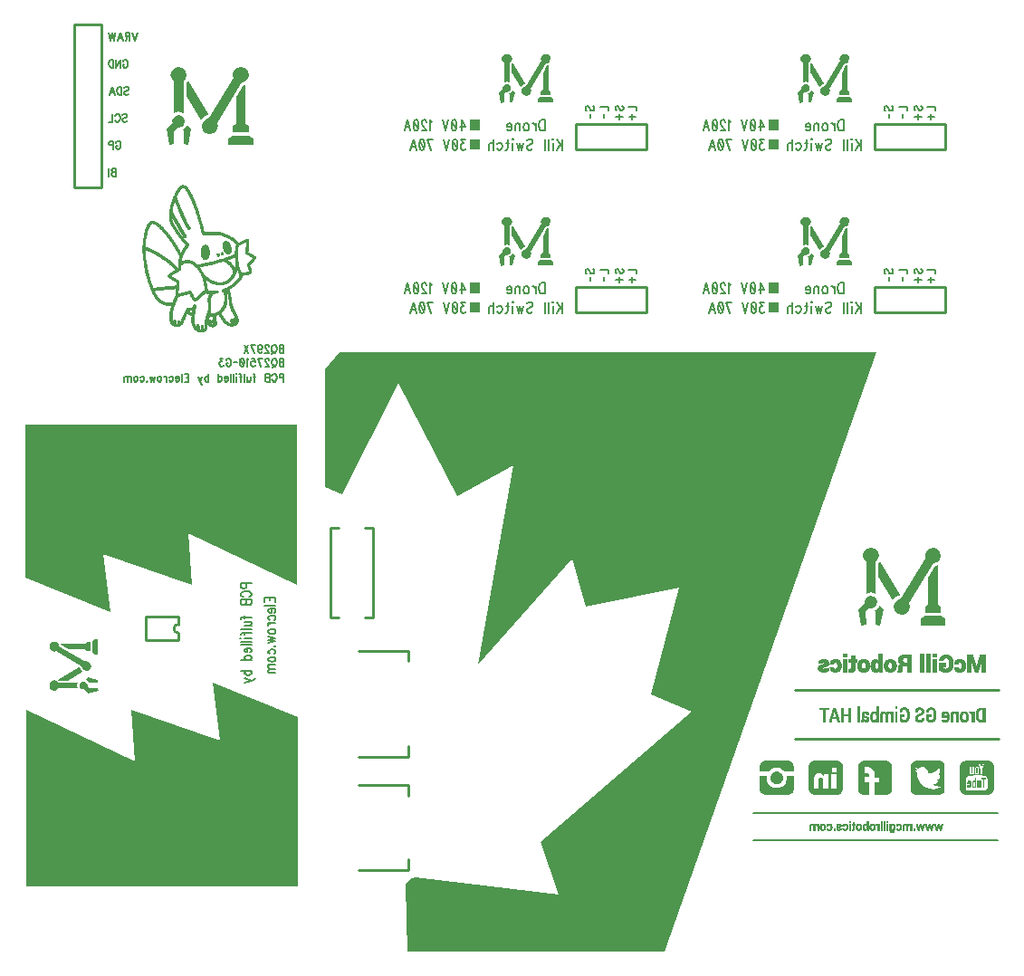
<source format=gbo>
G04 DipTrace 3.0.0.1*
G04 panel1.GBO*
%MOIN*%
G04 #@! TF.FileFunction,Legend,Bot*
G04 #@! TF.Part,Single*
%ADD10C,0.009843*%
%ADD12C,0.001*%
%ADD14C,0.008*%
%ADD16C,0.01*%
%ADD173C,0.006*%
%FSLAX26Y26*%
G04*
G70*
G90*
G75*
G01*
G04 BotSilk*
%LPD*%
X1799036Y1499576D2*
D10*
X1617937D1*
X1799036Y1109813D2*
X1617937D1*
X1799036Y1499576D2*
Y1460210D1*
Y1109813D2*
Y1149179D1*
Y692933D2*
X1617937D1*
X1799036Y1003976D2*
X1617937D1*
X1799036Y692933D2*
Y732300D1*
Y1003976D2*
Y964566D1*
X669409Y3805251D2*
X569417D1*
Y3205306D1*
X669409D1*
Y3805251D1*
X953107Y1537461D2*
X834990D1*
Y1624096D2*
X953107D1*
X834990D2*
Y1537461D1*
X953107D2*
Y1565023D1*
Y1596534D2*
Y1624096D1*
Y1565023D2*
G02X953107Y1596534I11J15756D01*
G01*
X1639548Y1620593D2*
X1671047D1*
Y1951297D1*
X1639548D1*
X1545050Y1620593D2*
X1513551D1*
Y1951297D1*
X1545050D1*
G36*
X3777293Y1592946D2*
Y1616946D1*
X3760293Y1626946D1*
X3703293D1*
X3686293Y1616946D1*
Y1592946D1*
D1*
X3777293D1*
G37*
G36*
X3760293Y1638946D2*
Y1660946D1*
X3749293Y1667946D1*
Y1813946D1*
X3741293Y1811946D1*
X3714293Y1768946D1*
Y1667946D1*
X3703293Y1660946D1*
Y1638946D1*
X3760293D1*
G37*
G36*
X3734293Y1820946D2*
X3746293Y1824946D1*
X3757293Y1834946D1*
X3761293Y1849946D1*
X3757293Y1864946D1*
X3746293Y1875946D1*
X3732293Y1879946D1*
X3717293Y1875946D1*
X3706293Y1864946D1*
X3702293Y1849946D1*
X3705293Y1838946D1*
X3614293Y1690946D1*
X3602293Y1686946D1*
X3591293Y1675946D1*
X3587293Y1660946D1*
X3591293Y1646946D1*
X3602293Y1635946D1*
X3617293Y1631946D1*
X3632293Y1635946D1*
X3643293Y1646946D1*
X3647293Y1661946D1*
X3644293Y1673946D1*
X3734293Y1820946D1*
G37*
G36*
X3611293Y1705946D2*
X3608293Y1700946D1*
X3595293Y1696946D1*
X3584293Y1683946D1*
X3531293Y1771946D1*
Y1822946D1*
X3537293Y1827946D1*
D1*
X3611293Y1705946D1*
G37*
G36*
X3520293Y1826946D2*
X3528293Y1834946D1*
X3533293Y1849946D1*
X3529293Y1864946D1*
X3518293Y1875946D1*
X3503293Y1879946D1*
X3488293Y1875946D1*
X3477293Y1864946D1*
X3473293Y1849946D1*
X3477293Y1835946D1*
X3486293Y1826946D1*
Y1709946D1*
X3503293Y1714946D1*
X3520293Y1709946D1*
Y1826946D1*
G37*
G36*
X3534293Y1666946D2*
X3533293Y1661946D1*
X3521293Y1648946D1*
X3517293Y1647946D1*
X3520293Y1644946D1*
Y1595946D1*
X3537293Y1592946D1*
X3549293Y1652946D1*
X3534293Y1666946D1*
G37*
G36*
X3523293Y1690946D2*
X3526293Y1678946D1*
X3523293Y1666946D1*
X3514293Y1657946D1*
X3503293Y1654946D1*
X3497293Y1656946D1*
X3485293Y1643946D1*
X3486293Y1595946D1*
X3468293Y1592946D1*
X3457293Y1652946D1*
X3480293Y1675946D1*
X3479293Y1679946D1*
X3482293Y1689946D1*
X3491293Y1698946D1*
X3503293Y1701946D1*
X3515293Y1698946D1*
X3523293Y1690946D1*
G37*
G36*
X658049Y1543278D2*
X643049D1*
X637049Y1533278D1*
Y1496278D1*
X643049Y1486278D1*
X658049D1*
D1*
Y1543278D1*
G37*
G36*
X630049Y1532278D2*
X616049D1*
X611049Y1525278D1*
X521049D1*
X522049Y1520278D1*
X549049Y1504278D1*
X612049D1*
X616049Y1497278D1*
X630049D1*
Y1496278D1*
Y1532278D1*
G37*
G36*
X515049Y1516278D2*
X513049Y1524278D1*
X507049Y1530278D1*
X497049Y1533278D1*
X488049Y1531278D1*
X481049Y1524278D1*
X479049Y1514278D1*
X481049Y1505278D1*
X489049Y1498278D1*
X498049Y1496278D1*
X505049Y1498278D1*
X597049Y1442278D1*
X599049Y1434278D1*
X606049Y1427278D1*
X615049Y1424278D1*
X625049Y1426278D1*
X632049Y1434278D1*
X634049Y1443278D1*
X632049Y1452278D1*
X625049Y1459278D1*
X615049Y1462278D1*
X606049Y1460278D1*
X515049Y1516278D1*
G37*
G36*
X591049Y1437278D2*
X593049Y1430278D1*
X601049Y1422278D1*
X547049Y1389278D1*
X515049D1*
X511049Y1393278D1*
X587049Y1439278D1*
X591049Y1437278D1*
G37*
G36*
X512049Y1382278D2*
X507049Y1388278D1*
X497049Y1391278D1*
X488049Y1388278D1*
X481049Y1381278D1*
X479049Y1372278D1*
X481049Y1362278D1*
X488049Y1355278D1*
X498049Y1353278D1*
X507049Y1356278D1*
X512049Y1361278D1*
X585049D1*
X582049Y1372278D1*
X585049Y1382278D1*
D1*
X512049D1*
G37*
G36*
X612049Y1392278D2*
X616049Y1391278D1*
X624049Y1383278D1*
Y1380278D1*
X626049Y1382278D1*
X657049D1*
X658049Y1393278D1*
X621049Y1401278D1*
X612049Y1392278D1*
G37*
G36*
X597049Y1384278D2*
X604049Y1386278D1*
X612049Y1384278D1*
X617049Y1379278D1*
X619049Y1372278D1*
X618049Y1368278D1*
X626049Y1361278D1*
X657049D1*
X659049Y1350278D1*
X622049Y1343278D1*
X607049Y1358278D1*
X604049Y1357278D1*
X597049Y1359278D1*
X592049Y1364278D1*
X590049Y1371278D1*
X592049Y1379278D1*
X597049Y1384278D1*
G37*
G36*
X3434456Y2917530D2*
Y2932530D1*
X3424456Y2938530D1*
X3387456D1*
X3377456Y2932530D1*
Y2917530D1*
D1*
X3434456D1*
G37*
G36*
X3423456Y2945530D2*
Y2959530D1*
X3416456Y2964530D1*
Y3054530D1*
X3411456Y3053530D1*
X3395456Y3026530D1*
Y2963530D1*
X3388456Y2959530D1*
Y2945530D1*
X3387456D1*
X3423456D1*
G37*
G36*
X3407456Y3060530D2*
X3415456Y3062530D1*
X3421456Y3068530D1*
X3424456Y3078530D1*
X3422456Y3087530D1*
X3415456Y3094530D1*
X3405456Y3096530D1*
X3396456Y3094530D1*
X3389456Y3086530D1*
X3387456Y3077530D1*
X3389456Y3070530D1*
X3333456Y2978530D1*
X3325456Y2976530D1*
X3318456Y2969530D1*
X3315456Y2960530D1*
X3317456Y2950530D1*
X3325456Y2943530D1*
X3334456Y2941530D1*
X3343456Y2943530D1*
X3350456Y2950530D1*
X3353456Y2960530D1*
X3351456Y2969530D1*
X3407456Y3060530D1*
G37*
G36*
X3328456Y2984530D2*
X3321456Y2982530D1*
X3313456Y2974530D1*
X3280456Y3028530D1*
Y3060530D1*
X3284456Y3064530D1*
X3330456Y2988530D1*
X3328456Y2984530D1*
G37*
G36*
X3273456Y3063530D2*
X3279456Y3068530D1*
X3282456Y3078530D1*
X3279456Y3087530D1*
X3272456Y3094530D1*
X3263456Y3096530D1*
X3253456Y3094530D1*
X3246456Y3087530D1*
X3244456Y3077530D1*
X3247456Y3068530D1*
X3252456Y3063530D1*
Y2990530D1*
X3263456Y2993530D1*
X3273456Y2990530D1*
D1*
Y3063530D1*
G37*
G36*
X3283456Y2963530D2*
X3282456Y2959530D1*
X3274456Y2951530D1*
X3271456D1*
X3273456Y2949530D1*
Y2918530D1*
X3284456Y2917530D1*
X3292456Y2954530D1*
X3283456Y2963530D1*
G37*
G36*
X3275456Y2978530D2*
X3277456Y2971530D1*
X3275456Y2963530D1*
X3270456Y2958530D1*
X3263456Y2956530D1*
X3259456Y2957530D1*
X3252456Y2949530D1*
Y2918530D1*
X3241456Y2916530D1*
X3234456Y2953530D1*
X3249456Y2968530D1*
X3248456Y2971530D1*
X3250456Y2978530D1*
X3255456Y2983530D1*
X3262456Y2985530D1*
X3270456Y2983530D1*
X3275456Y2978530D1*
G37*
G36*
X2334456Y2917530D2*
Y2932530D1*
X2324456Y2938530D1*
X2287456D1*
X2277456Y2932530D1*
Y2917530D1*
D1*
X2334456D1*
G37*
G36*
X2323456Y2945530D2*
Y2959530D1*
X2316456Y2964530D1*
Y3054530D1*
X2311456Y3053530D1*
X2295456Y3026530D1*
Y2963530D1*
X2288456Y2959530D1*
Y2945530D1*
X2287456D1*
X2323456D1*
G37*
G36*
X2307456Y3060530D2*
X2315456Y3062530D1*
X2321456Y3068530D1*
X2324456Y3078530D1*
X2322456Y3087530D1*
X2315456Y3094530D1*
X2305456Y3096530D1*
X2296456Y3094530D1*
X2289456Y3086530D1*
X2287456Y3077530D1*
X2289456Y3070530D1*
X2233456Y2978530D1*
X2225456Y2976530D1*
X2218456Y2969530D1*
X2215456Y2960530D1*
X2217456Y2950530D1*
X2225456Y2943530D1*
X2234456Y2941530D1*
X2243456Y2943530D1*
X2250456Y2950530D1*
X2253456Y2960530D1*
X2251456Y2969530D1*
X2307456Y3060530D1*
G37*
G36*
X2228456Y2984530D2*
X2221456Y2982530D1*
X2213456Y2974530D1*
X2180456Y3028530D1*
Y3060530D1*
X2184456Y3064530D1*
X2230456Y2988530D1*
X2228456Y2984530D1*
G37*
G36*
X2173456Y3063530D2*
X2179456Y3068530D1*
X2182456Y3078530D1*
X2179456Y3087530D1*
X2172456Y3094530D1*
X2163456Y3096530D1*
X2153456Y3094530D1*
X2146456Y3087530D1*
X2144456Y3077530D1*
X2147456Y3068530D1*
X2152456Y3063530D1*
Y2990530D1*
X2163456Y2993530D1*
X2173456Y2990530D1*
D1*
Y3063530D1*
G37*
G36*
X2183456Y2963530D2*
X2182456Y2959530D1*
X2174456Y2951530D1*
X2171456D1*
X2173456Y2949530D1*
Y2918530D1*
X2184456Y2917530D1*
X2192456Y2954530D1*
X2183456Y2963530D1*
G37*
G36*
X2175456Y2978530D2*
X2177456Y2971530D1*
X2175456Y2963530D1*
X2170456Y2958530D1*
X2163456Y2956530D1*
X2159456Y2957530D1*
X2152456Y2949530D1*
Y2918530D1*
X2141456Y2916530D1*
X2134456Y2953530D1*
X2149456Y2968530D1*
X2148456Y2971530D1*
X2150456Y2978530D1*
X2155456Y2983530D1*
X2162456Y2985530D1*
X2170456Y2983530D1*
X2175456Y2978530D1*
G37*
G36*
X3434456Y3517530D2*
Y3532530D1*
X3424456Y3538530D1*
X3387456D1*
X3377456Y3532530D1*
Y3517530D1*
D1*
X3434456D1*
G37*
G36*
X3423456Y3545530D2*
Y3559530D1*
X3416456Y3564530D1*
Y3654530D1*
X3411456Y3653530D1*
X3395456Y3626530D1*
Y3563530D1*
X3388456Y3559530D1*
Y3545530D1*
X3387456D1*
X3423456D1*
G37*
G36*
X3407456Y3660530D2*
X3415456Y3662530D1*
X3421456Y3668530D1*
X3424456Y3678530D1*
X3422456Y3687530D1*
X3415456Y3694530D1*
X3405456Y3696530D1*
X3396456Y3694530D1*
X3389456Y3686530D1*
X3387456Y3677530D1*
X3389456Y3670530D1*
X3333456Y3578530D1*
X3325456Y3576530D1*
X3318456Y3569530D1*
X3315456Y3560530D1*
X3317456Y3550530D1*
X3325456Y3543530D1*
X3334456Y3541530D1*
X3343456Y3543530D1*
X3350456Y3550530D1*
X3353456Y3560530D1*
X3351456Y3569530D1*
X3407456Y3660530D1*
G37*
G36*
X3328456Y3584530D2*
X3321456Y3582530D1*
X3313456Y3574530D1*
X3280456Y3628530D1*
Y3660530D1*
X3284456Y3664530D1*
X3330456Y3588530D1*
X3328456Y3584530D1*
G37*
G36*
X3273456Y3663530D2*
X3279456Y3668530D1*
X3282456Y3678530D1*
X3279456Y3687530D1*
X3272456Y3694530D1*
X3263456Y3696530D1*
X3253456Y3694530D1*
X3246456Y3687530D1*
X3244456Y3677530D1*
X3247456Y3668530D1*
X3252456Y3663530D1*
Y3590530D1*
X3263456Y3593530D1*
X3273456Y3590530D1*
D1*
Y3663530D1*
G37*
G36*
X3283456Y3563530D2*
X3282456Y3559530D1*
X3274456Y3551530D1*
X3271456D1*
X3273456Y3549530D1*
Y3518530D1*
X3284456Y3517530D1*
X3292456Y3554530D1*
X3283456Y3563530D1*
G37*
G36*
X3275456Y3578530D2*
X3277456Y3571530D1*
X3275456Y3563530D1*
X3270456Y3558530D1*
X3263456Y3556530D1*
X3259456Y3557530D1*
X3252456Y3549530D1*
Y3518530D1*
X3241456Y3516530D1*
X3234456Y3553530D1*
X3249456Y3568530D1*
X3248456Y3571530D1*
X3250456Y3578530D1*
X3255456Y3583530D1*
X3262456Y3585530D1*
X3270456Y3583530D1*
X3275456Y3578530D1*
G37*
G36*
X2334456Y3517530D2*
Y3532530D1*
X2324456Y3538530D1*
X2287456D1*
X2277456Y3532530D1*
Y3517530D1*
D1*
X2334456D1*
G37*
G36*
X2323456Y3545530D2*
Y3559530D1*
X2316456Y3564530D1*
Y3654530D1*
X2311456Y3653530D1*
X2295456Y3626530D1*
Y3563530D1*
X2288456Y3559530D1*
Y3545530D1*
X2287456D1*
X2323456D1*
G37*
G36*
X2307456Y3660530D2*
X2315456Y3662530D1*
X2321456Y3668530D1*
X2324456Y3678530D1*
X2322456Y3687530D1*
X2315456Y3694530D1*
X2305456Y3696530D1*
X2296456Y3694530D1*
X2289456Y3686530D1*
X2287456Y3677530D1*
X2289456Y3670530D1*
X2233456Y3578530D1*
X2225456Y3576530D1*
X2218456Y3569530D1*
X2215456Y3560530D1*
X2217456Y3550530D1*
X2225456Y3543530D1*
X2234456Y3541530D1*
X2243456Y3543530D1*
X2250456Y3550530D1*
X2253456Y3560530D1*
X2251456Y3569530D1*
X2307456Y3660530D1*
G37*
G36*
X2228456Y3584530D2*
X2221456Y3582530D1*
X2213456Y3574530D1*
X2180456Y3628530D1*
Y3660530D1*
X2184456Y3664530D1*
X2230456Y3588530D1*
X2228456Y3584530D1*
G37*
G36*
X2173456Y3663530D2*
X2179456Y3668530D1*
X2182456Y3678530D1*
X2179456Y3687530D1*
X2172456Y3694530D1*
X2163456Y3696530D1*
X2153456Y3694530D1*
X2146456Y3687530D1*
X2144456Y3677530D1*
X2147456Y3668530D1*
X2152456Y3663530D1*
Y3590530D1*
X2163456Y3593530D1*
X2173456Y3590530D1*
D1*
Y3663530D1*
G37*
G36*
X2183456Y3563530D2*
X2182456Y3559530D1*
X2174456Y3551530D1*
X2171456D1*
X2173456Y3549530D1*
Y3518530D1*
X2184456Y3517530D1*
X2192456Y3554530D1*
X2183456Y3563530D1*
G37*
G36*
X2175456Y3578530D2*
X2177456Y3571530D1*
X2175456Y3563530D1*
X2170456Y3558530D1*
X2163456Y3556530D1*
X2159456Y3557530D1*
X2152456Y3549530D1*
Y3518530D1*
X2141456Y3516530D1*
X2134456Y3553530D1*
X2149456Y3568530D1*
X2148456Y3571530D1*
X2150456Y3578530D1*
X2155456Y3583530D1*
X2162456Y3585530D1*
X2170456Y3583530D1*
X2175456Y3578530D1*
G37*
G36*
X1229427Y3362278D2*
Y3386278D1*
X1212427Y3396278D1*
X1155427D1*
X1138427Y3386278D1*
Y3362278D1*
D1*
X1229427D1*
G37*
G36*
X1212427Y3408278D2*
Y3430278D1*
X1201427Y3437278D1*
Y3583278D1*
X1193427Y3581278D1*
X1166427Y3538278D1*
Y3437278D1*
X1155427Y3430278D1*
Y3408278D1*
X1212427D1*
G37*
G36*
X1186427Y3590278D2*
X1198427Y3594278D1*
X1209427Y3604278D1*
X1213427Y3619278D1*
X1209427Y3634278D1*
X1198427Y3645278D1*
X1184427Y3649278D1*
X1169427Y3645278D1*
X1158427Y3634278D1*
X1154427Y3619278D1*
X1157427Y3608278D1*
X1066427Y3460278D1*
X1054427Y3456278D1*
X1043427Y3445278D1*
X1039427Y3430278D1*
X1043427Y3416278D1*
X1054427Y3405278D1*
X1069427Y3401278D1*
X1084427Y3405278D1*
X1095427Y3416278D1*
X1099427Y3431278D1*
X1096427Y3443278D1*
X1186427Y3590278D1*
G37*
G36*
X1063427Y3475278D2*
X1060427Y3470278D1*
X1047427Y3466278D1*
X1036427Y3453278D1*
X983427Y3541278D1*
Y3592278D1*
X989427Y3597278D1*
D1*
X1063427Y3475278D1*
G37*
G36*
X972427Y3596278D2*
X980427Y3604278D1*
X985427Y3619278D1*
X981427Y3634278D1*
X970427Y3645278D1*
X955427Y3649278D1*
X940427Y3645278D1*
X929427Y3634278D1*
X925427Y3619278D1*
X929427Y3605278D1*
X938427Y3596278D1*
Y3479278D1*
X955427Y3484278D1*
X972427Y3479278D1*
Y3596278D1*
G37*
G36*
X986427Y3436278D2*
X985427Y3431278D1*
X973427Y3418278D1*
X969427Y3417278D1*
X972427Y3414278D1*
Y3365278D1*
X989427Y3362278D1*
X1001427Y3422278D1*
X986427Y3436278D1*
G37*
G36*
X975427Y3460278D2*
X978427Y3448278D1*
X975427Y3436278D1*
X966427Y3427278D1*
X955427Y3424278D1*
X949427Y3426278D1*
X937427Y3413278D1*
X938427Y3365278D1*
X920427Y3362278D1*
X909427Y3422278D1*
X932427Y3445278D1*
X931427Y3449278D1*
X934427Y3459278D1*
X943427Y3468278D1*
X955427Y3471278D1*
X967427Y3468278D1*
X975427Y3460278D1*
G37*
G36*
X1492293Y2535945D2*
X1494044Y2102945D1*
X1558544Y2075945D1*
X1764044Y2485445D1*
X1981044Y2067445D1*
X2187544Y2182445D1*
X2058544Y1446945D1*
X2402544Y1839945D1*
X2455044Y1661945D1*
X2796044Y1730945D1*
X2692544Y1337945D1*
X2843544Y1273445D1*
X2285544Y796445D1*
X2353544Y601445D1*
X1826044Y664945D1*
X1812544Y662445D1*
X1799044Y650945D1*
X1791544Y639945D1*
X1798544Y392196D1*
X2742294D1*
X3523544Y2598445D1*
X1548544D1*
X1492293Y2535945D1*
G37*
X3223545Y1354694D2*
D16*
X3973544D1*
X3223545Y1173444D2*
X3973544D1*
G36*
X3093901Y1053349D2*
Y1075267D1*
X3096131Y1083009D1*
X3100987Y1088915D1*
X3106893Y1092852D1*
X3113717Y1094557D1*
X3199150Y1094425D1*
X3207286Y1092326D1*
X3212536Y1088257D1*
X3216735Y1083009D1*
X3218311Y1078941D1*
X3218835Y1074217D1*
Y1053482D1*
X3187339Y1053349D1*
X3182091Y1059387D1*
X3177628Y1063062D1*
X3172903Y1065818D1*
X3168967Y1067391D1*
X3163061Y1068966D1*
X3157549Y1069624D1*
X3151645Y1069230D1*
X3144950Y1067655D1*
X3139176Y1065424D1*
X3133009Y1061356D1*
X3128940Y1057419D1*
X3125529Y1053482D1*
X3093901Y1053349D1*
G37*
G36*
X3094032Y1038782D2*
X3119360D1*
X3118836Y1033928D1*
X3119097Y1026709D1*
X3121197Y1017918D1*
X3123691Y1012931D1*
X3128152Y1006631D1*
X3135633Y999939D1*
X3144950Y995477D1*
X3152694Y993902D1*
X3160305D1*
X3166474Y994952D1*
X3171591Y996789D1*
X3176184Y999412D1*
X3180515Y1002170D1*
X3185503Y1007156D1*
X3189307Y1012536D1*
X3191802Y1018311D1*
X3193638Y1024348D1*
X3194296Y1029596D1*
X3194427Y1033797D1*
X3193638Y1038651D1*
X3218967Y1038782D1*
Y988651D1*
X3218311Y983797D1*
X3216210Y979335D1*
X3213323Y975398D1*
X3208074Y971328D1*
X3200462Y968966D1*
X3114110D1*
X3106500Y970673D1*
X3100725Y973954D1*
X3096394Y979466D1*
X3094032Y987208D1*
Y1038782D1*
G37*
G36*
X3153218Y1054662D2*
X3158861Y1054794D1*
X3163323Y1053876D1*
X3167785Y1052038D1*
X3171722Y1049414D1*
X3175660Y1044952D1*
X3178152Y1040096D1*
X3179727Y1034847D1*
Y1029072D1*
X3178810Y1025004D1*
X3176709Y1020147D1*
X3173953Y1015949D1*
X3169885Y1012275D1*
X3165423Y1009912D1*
X3160567Y1008731D1*
X3155187Y1008075D1*
X3150332Y1008994D1*
X3145475Y1011093D1*
X3141407Y1013718D1*
X3137076Y1018443D1*
X3134583Y1023692D1*
X3133271Y1029596D1*
X3133533Y1036158D1*
X3135764Y1042063D1*
X3138521Y1046264D1*
X3141933Y1049675D1*
X3147313Y1053088D1*
X3153218Y1054662D1*
G37*
G36*
X3275397Y988784D2*
X3276971Y980910D1*
X3281566Y974348D1*
X3287209Y970673D1*
X3296134Y968966D1*
X3379859D1*
X3388915Y970936D1*
X3394952Y975398D1*
X3398626Y981828D1*
X3400201Y987733D1*
X3400331Y1074217D1*
X3398887Y1080908D1*
X3395083Y1087470D1*
X3388521Y1092326D1*
X3380254Y1094032D1*
X3292588Y1094164D1*
X3286026Y1091671D1*
X3280908Y1087734D1*
X3277104Y1082222D1*
X3275265Y1075398D1*
X3300987Y1044296D1*
X3308205Y1047445D1*
X3317261Y1047706D1*
X3323692Y1045083D1*
X3328810Y1038915D1*
Y1046658D1*
X3346788D1*
X3358599Y1046527D1*
X3361355Y1055449D1*
X3360042Y1057813D1*
X3359517Y1061881D1*
X3360173Y1065029D1*
X3361751Y1067524D1*
X3364112Y1069492D1*
X3368441Y1070411D1*
X3372641Y1069492D1*
X3375660Y1066999D1*
X3377235Y1063324D1*
X3377365Y1059124D1*
X3376184Y1056236D1*
X3373297Y1053219D1*
X3368705Y1052038D1*
X3364504Y1052826D1*
X3361355Y1055449D1*
X3358599Y1046527D1*
X3376446D1*
Y992721D1*
X3358599Y992589D1*
Y1046527D1*
X3346788Y1046658D1*
Y992721D1*
X3328679Y992589D1*
Y1025528D1*
X3326841Y1029202D1*
X3323166Y1031960D1*
X3320280Y1032877D1*
X3316473Y1032483D1*
X3313323Y1030647D1*
X3311748Y1027629D1*
X3310831Y1021460D1*
Y992721D1*
X3293114D1*
X3293246Y1026185D1*
X3294557Y1034715D1*
X3297051Y1039177D1*
X3300987Y1044296D1*
X3275265Y1075398D1*
X3275397Y988784D1*
G37*
G36*
X3456499Y1075660D2*
X3456368Y988390D1*
X3458467Y980385D1*
X3462404Y974873D1*
X3467918Y971198D1*
X3475003Y969099D1*
X3496002D1*
Y1014112D1*
X3479597D1*
Y1033534D1*
X3495870D1*
Y1044425D1*
X3495345Y1046394D1*
X3492983Y1047970D1*
X3489702Y1047839D1*
X3479202D1*
Y1070017D1*
X3492983D1*
X3500726Y1068836D1*
X3506368Y1066079D1*
X3511750Y1061748D1*
X3514898Y1057288D1*
X3517393Y1051775D1*
X3518441Y1046394D1*
X3518572Y1041145D1*
X3518441Y1033271D1*
X3533139D1*
Y1013849D1*
X3518441Y1013718D1*
X3518572Y969099D1*
X3560698Y968966D1*
X3570017Y971067D1*
X3575790Y975528D1*
X3579729Y981171D1*
X3581435Y988784D1*
X3581566Y1074217D1*
X3579729Y1082089D1*
X3575397Y1088257D1*
X3568835Y1092589D1*
X3560567Y1094032D1*
X3476448D1*
X3469099Y1092589D1*
X3462404Y1087864D1*
X3458336Y1081828D1*
X3456499Y1075660D1*
G37*
X3069015Y900265D2*
D14*
X3969016D1*
X3069015Y800267D2*
X3969016D1*
G36*
X3650332Y1074086D2*
X3651645Y1080908D1*
X3655974Y1087995D1*
X3663062Y1092719D1*
X3671330Y1094032D1*
X3755844Y1094164D1*
X3763061Y1092326D1*
X3769099Y1088128D1*
X3773429Y1082089D1*
X3775267Y1074610D1*
Y987865D1*
X3772775Y979727D1*
X3768835Y974609D1*
X3762667Y970803D1*
X3755582Y969230D1*
X3667654Y968966D1*
X3660567Y971855D1*
X3655712Y975267D1*
X3651776Y981566D1*
X3650332Y989177D1*
X3690226Y1007156D1*
X3683272Y1015685D1*
X3677103Y1026841D1*
X3674349Y1037340D1*
X3672904Y1052562D1*
X3667260Y1057156D1*
X3662929Y1062537D1*
X3674215Y1059650D1*
X3669097Y1064504D1*
X3665292Y1071330D1*
X3670149Y1068966D1*
X3674349Y1067261D1*
X3678415Y1066473D1*
X3682355Y1069754D1*
X3688916Y1072511D1*
X3697315Y1072773D1*
X3704662Y1069754D1*
X3708601Y1066473D1*
X3710962Y1063192D1*
X3713061Y1058730D1*
X3713982Y1054925D1*
X3714112Y1051120D1*
X3713588Y1047183D1*
X3720936Y1048233D1*
X3728021Y1049675D1*
X3735372Y1052432D1*
X3741538Y1056107D1*
X3746263Y1059517D1*
X3750593Y1063456D1*
X3755844Y1069230D1*
X3758338Y1062668D1*
X3758731Y1057943D1*
X3757419Y1051513D1*
X3754662Y1046527D1*
X3749414Y1041015D1*
X3752824Y1041538D1*
X3756633Y1042719D1*
X3758992Y1043902D1*
X3758469Y1039309D1*
X3757288Y1035502D1*
X3756239Y1033141D1*
X3754007Y1029990D1*
X3752301Y1028154D1*
X3749544Y1025922D1*
X3746397Y1024217D1*
X3742588Y1023167D1*
X3745214Y1022378D1*
X3749020D1*
X3751645Y1022773D1*
X3749809Y1018443D1*
X3747313Y1015030D1*
X3743639Y1011617D1*
X3740490Y1009781D1*
X3737340Y1008731D1*
X3732485Y1008206D1*
X3736814Y1005055D1*
X3741933Y1002301D1*
X3747313Y1000464D1*
X3755450Y999151D1*
X3763194Y999545D1*
X3754007Y994820D1*
X3744425Y991277D1*
X3732485Y989702D1*
X3722117Y990488D1*
X3708467Y994558D1*
X3699151Y999151D1*
X3690226Y1007156D1*
X3650332Y989177D1*
Y1074086D1*
G37*
G36*
X3867654Y1094032D2*
X3868180Y1072511D1*
X3873298D1*
Y1051645D1*
X3874742Y1049939D1*
X3876187Y1049281D1*
X3877234Y1049675D1*
X3877496Y1050987D1*
Y1057156D1*
Y1072641D1*
X3882483D1*
Y1049675D1*
X3882221Y1046920D1*
X3881435Y1045344D1*
X3879334Y1044558D1*
X3876841Y1044952D1*
X3874873Y1046133D1*
X3873429Y1047839D1*
Y1045083D1*
X3868180D1*
Y1072511D1*
X3867654Y1094032D1*
X3852432D1*
X3844558Y1092719D1*
X3838520Y1089045D1*
X3833666Y1083009D1*
X3831435Y1075792D1*
Y1011881D1*
X3852170Y1013193D1*
X3852432Y1024086D1*
X3853351Y1031566D1*
X3855713Y1035502D1*
X3859124Y1038521D1*
X3866344Y1039702D1*
X3890357Y1040359D1*
X3909256Y1040096D1*
X3917131Y1039832D1*
X3924217Y1039045D1*
X3927498Y1037734D1*
X3930383Y1035240D1*
X3931961Y1031566D1*
X3933008Y1026579D1*
X3933271Y1021592D1*
X3933402Y1002826D1*
X3932747Y995345D1*
X3931566Y990621D1*
X3928680Y986815D1*
X3924348Y984584D1*
X3914112Y983927D1*
X3898101Y983534D1*
X3881171D1*
X3864110Y984322D1*
X3858469Y985634D1*
X3855057Y988651D1*
X3853482Y992327D1*
X3852299Y1000726D1*
X3852170Y1013193D1*
X3831435Y1011881D1*
X3831565Y988521D1*
X3833797Y980385D1*
X3838391Y974348D1*
X3843378Y970936D1*
X3851381Y969099D1*
X3936683Y968836D1*
X3944425Y970936D1*
X3950068Y974479D1*
X3954399Y980778D1*
X3956630Y989309D1*
Y1075134D1*
X3954399Y1082616D1*
X3950068Y1088257D1*
X3943771Y1092589D1*
X3936422Y1094032D1*
X3919492D1*
X3920412Y1081960D1*
X3913456Y1061356D1*
Y1045083D1*
X3907944D1*
Y1061093D1*
X3901120Y1081960D1*
X3906630D1*
X3910831Y1067524D1*
X3914635Y1081960D1*
X3920412D1*
X3919492Y1094032D1*
X3894032D1*
X3894294Y1072904D1*
X3897313Y1072247D1*
X3899019Y1070936D1*
X3900332Y1069360D1*
X3901120Y1066473D1*
Y1051513D1*
X3900462Y1048625D1*
X3899019Y1046394D1*
X3896133Y1044952D1*
X3892457D1*
X3889310Y1046133D1*
X3887733Y1047706D1*
X3886815Y1050726D1*
Y1067130D1*
X3887733Y1069360D1*
X3889176Y1071198D1*
X3891408Y1072641D1*
X3894294Y1072904D1*
X3894032Y1094032D1*
X3867654D1*
G37*
G36*
X3893246Y1068310D2*
X3892063Y1067391D1*
X3891670Y1065162D1*
Y1052432D1*
X3891932Y1050595D1*
X3893114Y1049414D1*
X3894820D1*
X3895872Y1050595D1*
X3896133Y1052432D1*
Y1065292D1*
X3895738Y1067391D1*
X3894427Y1068310D1*
X3893246D1*
G37*
G36*
X3910305Y1030778D2*
Y1025528D1*
X3916217D1*
X3916212Y994294D1*
X3921723D1*
Y1025659D1*
X3927499D1*
Y1030778D1*
X3910305D1*
G37*
G36*
X3904663Y1021330D2*
X3909519D1*
Y998230D1*
X3908730Y994952D1*
X3906630Y994033D1*
X3904008Y994427D1*
X3902038Y995739D1*
X3900332Y997575D1*
Y994427D1*
X3895344Y994558D1*
Y1021593D1*
X3900332D1*
Y1002563D1*
X3900727Y1000070D1*
X3901906Y998889D1*
X3903613Y998233D1*
X3904663Y999020D1*
Y1021330D1*
G37*
G36*
X3891146Y1030647D2*
X3891013Y994294D1*
X3886290Y994427D1*
Y996920D1*
X3884715Y995345D1*
X3882614Y994164D1*
X3881042Y993902D1*
X3878940Y994427D1*
X3877496Y996264D1*
X3876841Y999282D1*
X3884584Y998494D1*
X3885502Y998889D1*
X3886290Y999412D1*
Y1015817D1*
X3885634Y1016999D1*
X3883928Y1017260D1*
X3882353Y1016866D1*
X3881827Y1015424D1*
Y999939D1*
X3882353Y999020D1*
X3883141Y998626D1*
X3884452Y998494D1*
X3876841Y999282D1*
Y1017393D1*
X3877761Y1019492D1*
X3878809Y1021067D1*
X3880383Y1021592D1*
X3882483D1*
X3884189Y1020673D1*
X3886159Y1018966D1*
X3886290Y1030516D1*
X3891146Y1030647D1*
G37*
G36*
X3858205Y1006893D2*
X3868050D1*
Y1000592D1*
X3866999Y998494D1*
X3864638D1*
X3863324Y999545D1*
X3863193Y1003612D1*
X3858205D1*
X3858338Y1000726D1*
X3858731Y998101D1*
X3860306Y995870D1*
X3862142Y994427D1*
X3863324Y994164D1*
X3864767D1*
X3867130D1*
X3868836Y994820D1*
X3870541Y995739D1*
X3871855Y997445D1*
X3872378Y999545D1*
X3872641Y1001120D1*
X3872906Y1003219D1*
Y1005188D1*
Y1007813D1*
Y1010568D1*
Y1012536D1*
X3872772Y1014506D1*
X3872378Y1017130D1*
X3871461Y1019230D1*
X3869886Y1020673D1*
X3867391Y1021592D1*
X3864767Y1021723D1*
X3862142Y1020936D1*
X3860962Y1020280D1*
X3859517Y1018836D1*
X3858861Y1017393D1*
X3858338Y1015162D1*
X3863063Y1015030D1*
X3863718Y1016736D1*
X3865555Y1017393D1*
X3867260Y1016866D1*
X3868047Y1014768D1*
Y1010962D1*
X3863063D1*
Y1015030D1*
X3858338Y1015162D1*
X3858205Y1006893D1*
G37*
G36*
X394049Y630778D2*
Y1280778D1*
X794049Y1093278D1*
X781549Y1280778D1*
X1106549Y1168278D1*
X1081549Y1380778D1*
X1394049Y1255778D1*
Y630778D1*
X394049D1*
G37*
G36*
X1390924Y2330778D2*
Y1743278D1*
X990924Y1930778D1*
X1003424Y1743278D1*
X678424Y1855780D1*
X703424Y1643278D1*
X390924Y1768278D1*
Y2330778D1*
X1390924D1*
G37*
X3515705Y2837780D2*
D16*
X3778206D1*
Y2744029D1*
X3515705D1*
Y2837780D1*
G36*
X3126705Y2854029D2*
X3164205D1*
Y2816530D1*
X3126705D1*
Y2854029D1*
G37*
G36*
Y2781280D2*
X3164205D1*
Y2743780D1*
X3126705D1*
Y2781280D1*
G37*
X2415705Y2837780D2*
D16*
X2678206D1*
Y2744029D1*
X2415705D1*
Y2837780D1*
G36*
X2026705Y2854029D2*
X2064205D1*
Y2816530D1*
X2026705D1*
Y2854029D1*
G37*
G36*
Y2781280D2*
X2064205D1*
Y2743780D1*
X2026705D1*
Y2781280D1*
G37*
X3515705Y3437780D2*
D16*
X3778206D1*
Y3344029D1*
X3515705D1*
Y3437780D1*
G36*
X3126705Y3454029D2*
X3164205D1*
Y3416530D1*
X3126705D1*
Y3454029D1*
G37*
G36*
Y3381280D2*
X3164205D1*
Y3343780D1*
X3126705D1*
Y3381280D1*
G37*
X2415705Y3437780D2*
D16*
X2678206D1*
Y3344029D1*
X2415705D1*
Y3437780D1*
G36*
X2026705Y3454029D2*
X2064205D1*
Y3416530D1*
X2026705D1*
Y3454029D1*
G37*
G36*
Y3381280D2*
X2064205D1*
Y3343780D1*
X2026705D1*
Y3381280D1*
G37*
X3399920Y1488506D2*
D12*
X3413920D1*
X3530920D2*
X3544920D1*
X3682920D2*
X3696920D1*
X3706920D2*
X3720920D1*
X3730920D2*
X3744920D1*
X3399920Y1487506D2*
X3413920D1*
X3530920D2*
X3544920D1*
X3682920D2*
X3696920D1*
X3706920D2*
X3720920D1*
X3730920D2*
X3744920D1*
X3399920Y1486506D2*
X3413920D1*
X3530920D2*
X3544920D1*
X3682920D2*
X3696920D1*
X3706920D2*
X3720920D1*
X3730920D2*
X3744920D1*
X3399920Y1485506D2*
X3413920D1*
X3530920D2*
X3544920D1*
X3682920D2*
X3696920D1*
X3706920D2*
X3720920D1*
X3730920D2*
X3744920D1*
X3399920Y1484506D2*
X3413920D1*
X3530920D2*
X3544920D1*
X3620920D2*
X3650920D1*
X3682920D2*
X3696920D1*
X3706920D2*
X3720920D1*
X3730920D2*
X3744920D1*
X3772920D2*
X3783920D1*
X3857920D2*
X3875920D1*
X3904920D2*
X3923920D1*
X3399920Y1483506D2*
X3413920D1*
X3530920D2*
X3544920D1*
X3618001D2*
X3650920D1*
X3682920D2*
X3696920D1*
X3706920D2*
X3720920D1*
X3730920D2*
X3744920D1*
X3769693D2*
X3786840D1*
X3857920D2*
X3876420D1*
X3904766D2*
X3923920D1*
X3399920Y1482506D2*
X3413920D1*
X3530920D2*
X3544920D1*
X3615466D2*
X3650920D1*
X3682920D2*
X3696920D1*
X3706920D2*
X3720920D1*
X3730920D2*
X3744920D1*
X3766953D2*
X3789375D1*
X3857920D2*
X3876835D1*
X3904518D2*
X3923920D1*
X3399920Y1481506D2*
X3413920D1*
X3530920D2*
X3544920D1*
X3613341D2*
X3650920D1*
X3682920D2*
X3696920D1*
X3706920D2*
X3720920D1*
X3730920D2*
X3744920D1*
X3764756D2*
X3791499D1*
X3857920D2*
X3877224D1*
X3904255D2*
X3923920D1*
X3399920Y1480506D2*
X3413920D1*
X3429920D2*
X3443920D1*
X3530920D2*
X3544920D1*
X3611618D2*
X3650920D1*
X3682920D2*
X3696920D1*
X3706920D2*
X3720920D1*
X3730920D2*
X3744920D1*
X3762987D2*
X3793222D1*
X3857920D2*
X3877580D1*
X3904045D2*
X3923920D1*
X3399920Y1479506D2*
X3413920D1*
X3429920D2*
X3443920D1*
X3530920D2*
X3544920D1*
X3610229D2*
X3650920D1*
X3682920D2*
X3696920D1*
X3706920D2*
X3720920D1*
X3730920D2*
X3744920D1*
X3761598D2*
X3794612D1*
X3857920D2*
X3877908D1*
X3903824D2*
X3923920D1*
X3429920Y1478506D2*
X3443920D1*
X3530920D2*
X3544920D1*
X3609050D2*
X3650920D1*
X3682920D2*
X3696920D1*
X3706920D2*
X3720920D1*
X3760559D2*
X3795795D1*
X3857920D2*
X3878254D1*
X3903538D2*
X3923920D1*
X3429920Y1477506D2*
X3443920D1*
X3530920D2*
X3544920D1*
X3608007D2*
X3650920D1*
X3682920D2*
X3696920D1*
X3706920D2*
X3720920D1*
X3759716D2*
X3796868D1*
X3857920D2*
X3878592D1*
X3903229D2*
X3923920D1*
X3429920Y1476506D2*
X3443920D1*
X3530920D2*
X3544920D1*
X3607108D2*
X3650920D1*
X3682920D2*
X3696920D1*
X3706920D2*
X3720920D1*
X3758964D2*
X3797864D1*
X3857920D2*
X3878912D1*
X3902921D2*
X3923920D1*
X3429920Y1475506D2*
X3443920D1*
X3530920D2*
X3544920D1*
X3606375D2*
X3650920D1*
X3682920D2*
X3696920D1*
X3706920D2*
X3720920D1*
X3758308D2*
X3798744D1*
X3857920D2*
X3879256D1*
X3902582D2*
X3923920D1*
X3429920Y1474506D2*
X3443920D1*
X3530920D2*
X3544920D1*
X3605794D2*
X3650920D1*
X3682920D2*
X3696920D1*
X3706920D2*
X3720920D1*
X3757730D2*
X3799473D1*
X3857920D2*
X3879592D1*
X3902247D2*
X3923920D1*
X3429920Y1473506D2*
X3443920D1*
X3530920D2*
X3544920D1*
X3605369D2*
X3623121D1*
X3636920D2*
X3650920D1*
X3682920D2*
X3696920D1*
X3706920D2*
X3720920D1*
X3757197D2*
X3774117D1*
X3781527D2*
X3800087D1*
X3857920D2*
X3879913D1*
X3901928D2*
X3923920D1*
X3429920Y1472506D2*
X3443920D1*
X3530920D2*
X3544920D1*
X3605089D2*
X3621571D1*
X3636920D2*
X3650920D1*
X3682920D2*
X3696920D1*
X3706920D2*
X3720920D1*
X3756714D2*
X3772536D1*
X3783693D2*
X3800638D1*
X3857920D2*
X3880256D1*
X3901585D2*
X3923920D1*
X3429920Y1471506D2*
X3443920D1*
X3530920D2*
X3544920D1*
X3604840D2*
X3620367D1*
X3636920D2*
X3650920D1*
X3682920D2*
X3696920D1*
X3706920D2*
X3720920D1*
X3756304D2*
X3771236D1*
X3785328D2*
X3801158D1*
X3857920D2*
X3880592D1*
X3901248D2*
X3923920D1*
X3429920Y1470506D2*
X3443920D1*
X3530920D2*
X3544920D1*
X3604548D2*
X3619484D1*
X3636920D2*
X3650920D1*
X3682920D2*
X3696920D1*
X3706920D2*
X3720920D1*
X3755950D2*
X3770205D1*
X3786521D2*
X3801662D1*
X3857920D2*
X3880913D1*
X3900928D2*
X3923920D1*
X3429920Y1469506D2*
X3443920D1*
X3530920D2*
X3544920D1*
X3604270D2*
X3618836D1*
X3636920D2*
X3650920D1*
X3682920D2*
X3696920D1*
X3706920D2*
X3720920D1*
X3755597D2*
X3769413D1*
X3787387D2*
X3802129D1*
X3857920D2*
X3881256D1*
X3900585D2*
X3923920D1*
X3322920Y1468506D2*
X3332920D1*
X3365920D2*
X3375920D1*
X3399920D2*
X3413920D1*
X3421920D2*
X3449920D1*
X3469920D2*
X3480920D1*
X3515920D2*
X3522920D1*
X3530920D2*
X3544920D1*
X3567920D2*
X3578920D1*
X3604088D2*
X3618389D1*
X3636920D2*
X3650920D1*
X3682920D2*
X3696920D1*
X3706920D2*
X3720920D1*
X3730920D2*
X3744920D1*
X3755290D2*
X3768808D1*
X3788055D2*
X3802504D1*
X3823920D2*
X3833920D1*
X3857920D2*
X3881592D1*
X3900248D2*
X3923920D1*
X3319814Y1467506D2*
X3335801D1*
X3363501D2*
X3378801D1*
X3399920D2*
X3413920D1*
X3421920D2*
X3449920D1*
X3467497D2*
X3483344D1*
X3513655D2*
X3524847D1*
X3530916D2*
X3544920D1*
X3565497D2*
X3581344D1*
X3603992D2*
X3618133D1*
X3636920D2*
X3650920D1*
X3682920D2*
X3696920D1*
X3706920D2*
X3720920D1*
X3730920D2*
X3744920D1*
X3755095D2*
X3768378D1*
X3788623D2*
X3802764D1*
X3821501D2*
X3836801D1*
X3857920D2*
X3881913D1*
X3899928D2*
X3923920D1*
X3317229Y1466506D2*
X3338209D1*
X3361381D2*
X3381209D1*
X3399920D2*
X3413920D1*
X3421920D2*
X3449920D1*
X3465342D2*
X3485499D1*
X3511783D2*
X3526460D1*
X3530878D2*
X3544920D1*
X3563342D2*
X3583499D1*
X3603949D2*
X3618009D1*
X3636920D2*
X3650920D1*
X3682920D2*
X3696920D1*
X3706920D2*
X3720920D1*
X3730920D2*
X3744920D1*
X3754995D2*
X3768129D1*
X3789115D2*
X3803004D1*
X3819381D2*
X3839209D1*
X3857920D2*
X3882256D1*
X3899585D2*
X3923920D1*
X3315174Y1465506D2*
X3340093D1*
X3359641D2*
X3383093D1*
X3399920D2*
X3413920D1*
X3421920D2*
X3449920D1*
X3463479D2*
X3487362D1*
X3510303D2*
X3527906D1*
X3530724D2*
X3544920D1*
X3561479D2*
X3585362D1*
X3603935D2*
X3617955D1*
X3636920D2*
X3650920D1*
X3682920D2*
X3696920D1*
X3706920D2*
X3720920D1*
X3730920D2*
X3744920D1*
X3754948D2*
X3768001D1*
X3789495D2*
X3803294D1*
X3817641D2*
X3841093D1*
X3857920D2*
X3882592D1*
X3899248D2*
X3923920D1*
X3313532Y1464506D2*
X3341556D1*
X3358243D2*
X3384560D1*
X3399920D2*
X3413920D1*
X3421920D2*
X3449920D1*
X3461873D2*
X3488968D1*
X3509080D2*
X3529381D1*
X3530382D2*
X3544920D1*
X3559873D2*
X3586968D1*
X3603963D2*
X3617937D1*
X3636920D2*
X3650920D1*
X3682920D2*
X3696920D1*
X3706920D2*
X3720920D1*
X3730920D2*
X3744920D1*
X3754920D2*
X3767920D1*
X3789723D2*
X3803571D1*
X3816243D2*
X3842560D1*
X3857920D2*
X3869920D1*
X3871920D2*
X3882913D1*
X3898928D2*
X3923920D1*
X3312226Y1463506D2*
X3342736D1*
X3357089D2*
X3385771D1*
X3399920D2*
X3413920D1*
X3421920D2*
X3449920D1*
X3460554D2*
X3490286D1*
X3508019D2*
X3544920D1*
X3558554D2*
X3588286D1*
X3604088D2*
X3617968D1*
X3636920D2*
X3650920D1*
X3682920D2*
X3696920D1*
X3706920D2*
X3720920D1*
X3730920D2*
X3744920D1*
X3789837D2*
X3803753D1*
X3815089D2*
X3843771D1*
X3857920D2*
X3883256D1*
X3898589D2*
X3908882D1*
X3910920D2*
X3923920D1*
X3311199Y1462506D2*
X3343695D1*
X3356140D2*
X3386826D1*
X3399920D2*
X3413920D1*
X3421920D2*
X3449920D1*
X3459539D2*
X3491297D1*
X3507112D2*
X3544920D1*
X3557539D2*
X3589297D1*
X3604331D2*
X3618131D1*
X3636920D2*
X3650920D1*
X3682920D2*
X3696920D1*
X3706920D2*
X3720920D1*
X3730920D2*
X3744920D1*
X3789888D2*
X3803848D1*
X3814140D2*
X3844826D1*
X3857920D2*
X3870920D1*
X3872958D2*
X3883592D1*
X3898283D2*
X3908754D1*
X3910920D2*
X3923920D1*
X3310410Y1461506D2*
X3344451D1*
X3355383D2*
X3387730D1*
X3399920D2*
X3413920D1*
X3421920D2*
X3449920D1*
X3458675D2*
X3492130D1*
X3506373D2*
X3544920D1*
X3556675D2*
X3590130D1*
X3604626D2*
X3618540D1*
X3636920D2*
X3650920D1*
X3682920D2*
X3696920D1*
X3706920D2*
X3720920D1*
X3730920D2*
X3744920D1*
X3789908D2*
X3803892D1*
X3813383D2*
X3845730D1*
X3857920D2*
X3870920D1*
X3873090D2*
X3883913D1*
X3898055D2*
X3908510D1*
X3910920D2*
X3923920D1*
X3309807Y1460506D2*
X3345045D1*
X3354759D2*
X3388468D1*
X3399920D2*
X3413920D1*
X3421920D2*
X3449920D1*
X3457834D2*
X3492879D1*
X3505756D2*
X3544920D1*
X3555834D2*
X3590879D1*
X3604963D2*
X3619241D1*
X3636920D2*
X3650920D1*
X3682920D2*
X3696920D1*
X3706920D2*
X3720920D1*
X3730920D2*
X3744920D1*
X3789916D2*
X3803910D1*
X3812759D2*
X3846468D1*
X3857920D2*
X3870920D1*
X3873365D2*
X3884252D1*
X3897828D2*
X3908219D1*
X3910920D2*
X3923920D1*
X3309378Y1459506D2*
X3345505D1*
X3354208D2*
X3389085D1*
X3399920D2*
X3413920D1*
X3421920D2*
X3449920D1*
X3457068D2*
X3493533D1*
X3505207D2*
X3544920D1*
X3555068D2*
X3591533D1*
X3605426D2*
X3620244D1*
X3636920D2*
X3650920D1*
X3682920D2*
X3696920D1*
X3706920D2*
X3720920D1*
X3730920D2*
X3744920D1*
X3789919D2*
X3803916D1*
X3812208D2*
X3847085D1*
X3857920D2*
X3870920D1*
X3873749D2*
X3884557D1*
X3897540D2*
X3907917D1*
X3910920D2*
X3923920D1*
X3309129Y1458506D2*
X3345879D1*
X3353722D2*
X3389638D1*
X3399920D2*
X3413920D1*
X3421920D2*
X3449920D1*
X3456473D2*
X3494111D1*
X3504718D2*
X3544920D1*
X3554473D2*
X3592111D1*
X3606004D2*
X3621576D1*
X3636920D2*
X3650920D1*
X3682920D2*
X3696920D1*
X3706920D2*
X3720920D1*
X3730920D2*
X3744920D1*
X3789920D2*
X3803919D1*
X3811722D2*
X3847638D1*
X3857920D2*
X3870920D1*
X3874167D2*
X3884785D1*
X3897230D2*
X3907581D1*
X3910920D2*
X3923920D1*
X3309007Y1457506D2*
X3323961D1*
X3330682D2*
X3346239D1*
X3353345D2*
X3367958D1*
X3374916D2*
X3390158D1*
X3399920D2*
X3413920D1*
X3429920D2*
X3443920D1*
X3456019D2*
X3472155D1*
X3478920D2*
X3494647D1*
X3504305D2*
X3521155D1*
X3526720D2*
X3544920D1*
X3554019D2*
X3570155D1*
X3576920D2*
X3592647D1*
X3606622D2*
X3623187D1*
X3636920D2*
X3650920D1*
X3682920D2*
X3696920D1*
X3706920D2*
X3720920D1*
X3730920D2*
X3744920D1*
X3789920D2*
X3803920D1*
X3811345D2*
X3825958D1*
X3832916D2*
X3848158D1*
X3857920D2*
X3870920D1*
X3874551D2*
X3885012D1*
X3896921D2*
X3907247D1*
X3910920D2*
X3923920D1*
X3308954Y1456506D2*
X3323116D1*
X3332095D2*
X3346549D1*
X3353117D2*
X3367090D1*
X3375877D2*
X3390662D1*
X3399920D2*
X3413920D1*
X3429920D2*
X3443920D1*
X3455587D2*
X3470702D1*
X3479916D2*
X3495161D1*
X3503951D2*
X3519702D1*
X3528266D2*
X3544920D1*
X3553587D2*
X3568702D1*
X3577916D2*
X3593161D1*
X3607341D2*
X3650920D1*
X3682920D2*
X3696920D1*
X3706920D2*
X3720920D1*
X3730920D2*
X3744920D1*
X3789920D2*
X3803920D1*
X3811117D2*
X3825090D1*
X3833877D2*
X3848662D1*
X3857920D2*
X3870920D1*
X3874895D2*
X3885301D1*
X3896582D2*
X3906927D1*
X3910920D2*
X3923920D1*
X3308932Y1455506D2*
X3322459D1*
X3333174D2*
X3346745D1*
X3352999D2*
X3366369D1*
X3376715D2*
X3391129D1*
X3399920D2*
X3413920D1*
X3429920D2*
X3443920D1*
X3455134D2*
X3469646D1*
X3480877D2*
X3495664D1*
X3503597D2*
X3518646D1*
X3529434D2*
X3544920D1*
X3553134D2*
X3567646D1*
X3578877D2*
X3593664D1*
X3608300D2*
X3650920D1*
X3682920D2*
X3696920D1*
X3706920D2*
X3720920D1*
X3730920D2*
X3744920D1*
X3789920D2*
X3803920D1*
X3810999D2*
X3824369D1*
X3834715D2*
X3849129D1*
X3857920D2*
X3870920D1*
X3875249D2*
X3885611D1*
X3896247D2*
X3906585D1*
X3910920D2*
X3923920D1*
X3308920Y1454506D2*
X3321920D1*
X3333497D2*
X3346841D1*
X3352911D2*
X3365792D1*
X3377344D2*
X3391500D1*
X3399920D2*
X3413920D1*
X3429920D2*
X3443920D1*
X3454693D2*
X3468903D1*
X3481711D2*
X3496130D1*
X3503290D2*
X3517903D1*
X3530322D2*
X3544920D1*
X3552693D2*
X3566903D1*
X3579711D2*
X3594130D1*
X3609527D2*
X3650920D1*
X3682920D2*
X3696920D1*
X3706920D2*
X3720920D1*
X3730920D2*
X3744920D1*
X3789920D2*
X3803920D1*
X3810911D2*
X3823792D1*
X3835344D2*
X3849500D1*
X3857920D2*
X3870920D1*
X3875590D2*
X3885920D1*
X3895928D2*
X3906248D1*
X3910920D2*
X3923920D1*
X3333264Y1453506D2*
X3346852D1*
X3352736D2*
X3365369D1*
X3377809D2*
X3391728D1*
X3399920D2*
X3413920D1*
X3429920D2*
X3443920D1*
X3454334D2*
X3468378D1*
X3482309D2*
X3496500D1*
X3503095D2*
X3517378D1*
X3530631D2*
X3544920D1*
X3552334D2*
X3566378D1*
X3580309D2*
X3594500D1*
X3610834D2*
X3650920D1*
X3682920D2*
X3696920D1*
X3706920D2*
X3720920D1*
X3730920D2*
X3744920D1*
X3753920D2*
X3777920D1*
X3789920D2*
X3803920D1*
X3810736D2*
X3823369D1*
X3835809D2*
X3849728D1*
X3857920D2*
X3870920D1*
X3875912D2*
X3886258D1*
X3895585D2*
X3905928D1*
X3910920D2*
X3923920D1*
X3332371Y1452506D2*
X3346739D1*
X3352386D2*
X3365107D1*
X3378212D2*
X3391877D1*
X3399920D2*
X3413920D1*
X3429920D2*
X3443920D1*
X3454113D2*
X3467977D1*
X3482681D2*
X3496725D1*
X3502995D2*
X3516977D1*
X3530798D2*
X3544920D1*
X3552113D2*
X3565977D1*
X3580681D2*
X3594725D1*
X3611960D2*
X3650920D1*
X3682920D2*
X3696920D1*
X3706920D2*
X3720920D1*
X3730920D2*
X3744920D1*
X3753920D2*
X3777920D1*
X3789920D2*
X3803920D1*
X3810386D2*
X3823107D1*
X3836212D2*
X3849877D1*
X3857920D2*
X3870920D1*
X3876255D2*
X3886593D1*
X3895248D2*
X3905585D1*
X3910920D2*
X3923920D1*
X3330253Y1451506D2*
X3346471D1*
X3351920D2*
X3364920D1*
X3378538D2*
X3392054D1*
X3399920D2*
X3413920D1*
X3429920D2*
X3443920D1*
X3453998D2*
X3467607D1*
X3482972D2*
X3496842D1*
X3502946D2*
X3516607D1*
X3530872D2*
X3544920D1*
X3551998D2*
X3565607D1*
X3580972D2*
X3594842D1*
X3612920D2*
X3650920D1*
X3682920D2*
X3696920D1*
X3706920D2*
X3720920D1*
X3730920D2*
X3744920D1*
X3753920D2*
X3777920D1*
X3789920D2*
X3803920D1*
X3809920D2*
X3822920D1*
X3836538D2*
X3850054D1*
X3857920D2*
X3870920D1*
X3876592D2*
X3886913D1*
X3894928D2*
X3905248D1*
X3910920D2*
X3923920D1*
X3327356Y1450506D2*
X3346086D1*
X3378741D2*
X3392314D1*
X3399920D2*
X3413920D1*
X3429920D2*
X3443920D1*
X3453913D2*
X3467293D1*
X3483282D2*
X3496927D1*
X3502892D2*
X3516293D1*
X3530903D2*
X3544920D1*
X3551913D2*
X3565293D1*
X3581282D2*
X3594927D1*
X3611117D2*
X3650920D1*
X3682920D2*
X3696920D1*
X3706920D2*
X3720920D1*
X3730920D2*
X3744920D1*
X3753920D2*
X3777920D1*
X3789920D2*
X3803920D1*
X3836741D2*
X3850314D1*
X3857920D2*
X3870920D1*
X3876913D2*
X3887256D1*
X3894585D2*
X3904928D1*
X3910920D2*
X3923920D1*
X3323989Y1449506D2*
X3345634D1*
X3378844D2*
X3392578D1*
X3399920D2*
X3413920D1*
X3429920D2*
X3443920D1*
X3453766D2*
X3467096D1*
X3483566D2*
X3497075D1*
X3502758D2*
X3516096D1*
X3530914D2*
X3544920D1*
X3551766D2*
X3565096D1*
X3581566D2*
X3595075D1*
X3609532D2*
X3650920D1*
X3682920D2*
X3696920D1*
X3706920D2*
X3720920D1*
X3730920D2*
X3744920D1*
X3753920D2*
X3777920D1*
X3789920D2*
X3803920D1*
X3836844D2*
X3850578D1*
X3857920D2*
X3870920D1*
X3877256D2*
X3887592D1*
X3894248D2*
X3904585D1*
X3910916D2*
X3923920D1*
X3320704Y1448506D2*
X3345119D1*
X3378890D2*
X3392756D1*
X3399920D2*
X3413920D1*
X3429920D2*
X3443920D1*
X3453518D2*
X3466995D1*
X3483751D2*
X3497322D1*
X3502516D2*
X3515995D1*
X3530918D2*
X3544920D1*
X3551518D2*
X3564995D1*
X3581751D2*
X3595322D1*
X3608201D2*
X3650920D1*
X3682920D2*
X3696920D1*
X3706920D2*
X3720920D1*
X3730920D2*
X3744920D1*
X3753920D2*
X3777920D1*
X3789920D2*
X3803920D1*
X3836890D2*
X3850756D1*
X3857920D2*
X3870920D1*
X3877592D2*
X3887913D1*
X3893928D2*
X3904248D1*
X3910881D2*
X3923920D1*
X3317848Y1447506D2*
X3344492D1*
X3378909D2*
X3392849D1*
X3399920D2*
X3413920D1*
X3429920D2*
X3443920D1*
X3453259D2*
X3466950D1*
X3483848D2*
X3497581D1*
X3502258D2*
X3515950D1*
X3530920D2*
X3544920D1*
X3551259D2*
X3564950D1*
X3581848D2*
X3595581D1*
X3607074D2*
X3650920D1*
X3682920D2*
X3696920D1*
X3706920D2*
X3720920D1*
X3730920D2*
X3744920D1*
X3753920D2*
X3777920D1*
X3789920D2*
X3803920D1*
X3836909D2*
X3850849D1*
X3857920D2*
X3870920D1*
X3877913D2*
X3888256D1*
X3893585D2*
X3903928D1*
X3910754D2*
X3923920D1*
X3315522Y1446506D2*
X3343680D1*
X3378916D2*
X3392892D1*
X3399920D2*
X3413920D1*
X3429920D2*
X3443920D1*
X3453084D2*
X3466931D1*
X3483892D2*
X3497757D1*
X3502084D2*
X3515931D1*
X3530920D2*
X3544920D1*
X3551084D2*
X3564931D1*
X3581892D2*
X3595757D1*
X3606135D2*
X3650920D1*
X3682920D2*
X3696920D1*
X3706920D2*
X3720920D1*
X3730920D2*
X3744920D1*
X3753920D2*
X3777920D1*
X3789920D2*
X3803920D1*
X3836916D2*
X3850892D1*
X3857920D2*
X3870924D1*
X3878256D2*
X3888592D1*
X3893248D2*
X3903585D1*
X3910514D2*
X3923920D1*
X3313699Y1445506D2*
X3342624D1*
X3378919D2*
X3392910D1*
X3399920D2*
X3413920D1*
X3429920D2*
X3443920D1*
X3452995D2*
X3466924D1*
X3483909D2*
X3497846D1*
X3501991D2*
X3515924D1*
X3530920D2*
X3544920D1*
X3550995D2*
X3564924D1*
X3581909D2*
X3595846D1*
X3605385D2*
X3623317D1*
X3636920D2*
X3650920D1*
X3682920D2*
X3696920D1*
X3706920D2*
X3720920D1*
X3730920D2*
X3744920D1*
X3753920D2*
X3777920D1*
X3789920D2*
X3803920D1*
X3836919D2*
X3850910D1*
X3857920D2*
X3870959D1*
X3878592D2*
X3888913D1*
X3892928D2*
X3903248D1*
X3910258D2*
X3923920D1*
X3312298Y1444506D2*
X3341225D1*
X3378920D2*
X3392916D1*
X3399920D2*
X3413920D1*
X3429920D2*
X3443920D1*
X3452987D2*
X3466922D1*
X3483916D2*
X3497853D1*
X3501952D2*
X3515922D1*
X3530920D2*
X3544920D1*
X3550987D2*
X3564922D1*
X3581916D2*
X3595853D1*
X3604798D2*
X3621183D1*
X3636920D2*
X3650920D1*
X3682920D2*
X3696920D1*
X3706920D2*
X3720920D1*
X3730920D2*
X3744920D1*
X3753920D2*
X3777920D1*
X3789920D2*
X3803916D1*
X3836920D2*
X3850916D1*
X3857920D2*
X3871087D1*
X3878913D2*
X3889256D1*
X3892585D2*
X3902928D1*
X3910083D2*
X3923920D1*
X3311227Y1443506D2*
X3339374D1*
X3378920D2*
X3392915D1*
X3399920D2*
X3413920D1*
X3429920D2*
X3443920D1*
X3453097D2*
X3466921D1*
X3483915D2*
X3497743D1*
X3501970D2*
X3515921D1*
X3530920D2*
X3544920D1*
X3551097D2*
X3564921D1*
X3581915D2*
X3595743D1*
X3604371D2*
X3619644D1*
X3636920D2*
X3650920D1*
X3682920D2*
X3696920D1*
X3706920D2*
X3720920D1*
X3730920D2*
X3744920D1*
X3753920D2*
X3777920D1*
X3789916D2*
X3803881D1*
X3836920D2*
X3850915D1*
X3857920D2*
X3871326D1*
X3879256D2*
X3889595D1*
X3892245D2*
X3902585D1*
X3909991D2*
X3923920D1*
X3310421Y1442506D2*
X3336945D1*
X3378920D2*
X3392881D1*
X3399920D2*
X3413920D1*
X3429920D2*
X3443920D1*
X3453330D2*
X3466924D1*
X3483881D2*
X3497510D1*
X3502090D2*
X3515920D1*
X3530920D2*
X3544920D1*
X3551330D2*
X3564924D1*
X3581881D2*
X3595510D1*
X3604089D2*
X3618598D1*
X3636920D2*
X3650920D1*
X3682920D2*
X3696920D1*
X3706920D2*
X3720920D1*
X3730920D2*
X3744920D1*
X3753920D2*
X3767920D1*
X3789881D2*
X3803754D1*
X3836920D2*
X3850881D1*
X3857920D2*
X3871583D1*
X3879592D2*
X3889943D1*
X3891897D2*
X3902248D1*
X3909948D2*
X3923920D1*
X3309807Y1441506D2*
X3333901D1*
X3378916D2*
X3392754D1*
X3399920D2*
X3413920D1*
X3429920D2*
X3443920D1*
X3453584D2*
X3466959D1*
X3483754D2*
X3497257D1*
X3502327D2*
X3515924D1*
X3530920D2*
X3544920D1*
X3551584D2*
X3564959D1*
X3581754D2*
X3595257D1*
X3603841D2*
X3617880D1*
X3636920D2*
X3650920D1*
X3682920D2*
X3696920D1*
X3706920D2*
X3720920D1*
X3730920D2*
X3744920D1*
X3753920D2*
X3767920D1*
X3789750D2*
X3803514D1*
X3836916D2*
X3850754D1*
X3857920D2*
X3871757D1*
X3879913D2*
X3890390D1*
X3891450D2*
X3901928D1*
X3909931D2*
X3923920D1*
X3309340Y1440506D2*
X3330532D1*
X3378881D2*
X3392514D1*
X3399920D2*
X3413920D1*
X3429920D2*
X3443920D1*
X3453757D2*
X3467087D1*
X3483514D2*
X3497083D1*
X3502583D2*
X3515959D1*
X3530920D2*
X3544920D1*
X3551757D2*
X3565087D1*
X3581514D2*
X3595083D1*
X3603548D2*
X3617405D1*
X3636920D2*
X3650920D1*
X3682920D2*
X3696920D1*
X3706920D2*
X3720920D1*
X3730920D2*
X3744920D1*
X3753920D2*
X3767920D1*
X3789475D2*
X3803254D1*
X3836881D2*
X3850514D1*
X3857920D2*
X3871850D1*
X3880256D2*
X3901585D1*
X3909924D2*
X3923920D1*
X3308963Y1439506D2*
X3327406D1*
X3378754D2*
X3392258D1*
X3399920D2*
X3413920D1*
X3429920D2*
X3443920D1*
X3453854D2*
X3467330D1*
X3483254D2*
X3496987D1*
X3502757D2*
X3516087D1*
X3530920D2*
X3544920D1*
X3551854D2*
X3565330D1*
X3581254D2*
X3594987D1*
X3603270D2*
X3617139D1*
X3636920D2*
X3650920D1*
X3682920D2*
X3696920D1*
X3706920D2*
X3720920D1*
X3730920D2*
X3744920D1*
X3753920D2*
X3767920D1*
X3789087D2*
X3803044D1*
X3836754D2*
X3850258D1*
X3857920D2*
X3871892D1*
X3880592D2*
X3901248D1*
X3909921D2*
X3923920D1*
X3308602Y1438506D2*
X3324953D1*
X3378510D2*
X3392079D1*
X3399920D2*
X3413920D1*
X3429920D2*
X3443920D1*
X3453931D2*
X3467622D1*
X3483040D2*
X3496909D1*
X3502854D2*
X3516330D1*
X3530920D2*
X3544920D1*
X3551931D2*
X3565622D1*
X3581040D2*
X3594909D1*
X3603088D2*
X3617011D1*
X3636920D2*
X3650920D1*
X3682920D2*
X3696920D1*
X3706920D2*
X3720920D1*
X3730920D2*
X3744920D1*
X3753920D2*
X3767920D1*
X3788634D2*
X3802820D1*
X3836510D2*
X3850079D1*
X3857920D2*
X3871910D1*
X3880913D2*
X3900928D1*
X3909921D2*
X3923920D1*
X3308292Y1437506D2*
X3323224D1*
X3351920D2*
X3364920D1*
X3378215D2*
X3391952D1*
X3399920D2*
X3413920D1*
X3429920D2*
X3443920D1*
X3454076D2*
X3467927D1*
X3482785D2*
X3496760D1*
X3502931D2*
X3516626D1*
X3530916D2*
X3544920D1*
X3552076D2*
X3565927D1*
X3580785D2*
X3594760D1*
X3602992D2*
X3616955D1*
X3636920D2*
X3650920D1*
X3682920D2*
X3696920D1*
X3706920D2*
X3720920D1*
X3730920D2*
X3744920D1*
X3753920D2*
X3767924D1*
X3788119D2*
X3802503D1*
X3809920D2*
X3822920D1*
X3836215D2*
X3849952D1*
X3857920D2*
X3871916D1*
X3881256D2*
X3900585D1*
X3909920D2*
X3923920D1*
X3308100Y1436506D2*
X3321986D1*
X3335920D2*
X3347920D1*
X3352382D2*
X3365117D1*
X3377874D2*
X3391778D1*
X3399920D2*
X3413920D1*
X3429916D2*
X3443920D1*
X3454326D2*
X3468303D1*
X3482368D2*
X3496479D1*
X3503076D2*
X3516966D1*
X3530873D2*
X3544920D1*
X3552326D2*
X3566303D1*
X3580368D2*
X3594479D1*
X3602949D2*
X3616933D1*
X3636920D2*
X3650920D1*
X3682920D2*
X3696920D1*
X3706920D2*
X3720920D1*
X3730920D2*
X3744920D1*
X3753920D2*
X3767971D1*
X3787488D2*
X3802098D1*
X3810382D2*
X3823117D1*
X3835874D2*
X3849778D1*
X3857920D2*
X3871919D1*
X3881592D2*
X3900248D1*
X3909920D2*
X3923920D1*
X3308034Y1435506D2*
X3320920D1*
X3335193D2*
X3347882D1*
X3352673D2*
X3365441D1*
X3377352D2*
X3391486D1*
X3399920D2*
X3413920D1*
X3429854D2*
X3443916D1*
X3454620D2*
X3468830D1*
X3481753D2*
X3496089D1*
X3503326D2*
X3517493D1*
X3530768D2*
X3544920D1*
X3552620D2*
X3566830D1*
X3579753D2*
X3594089D1*
X3602931D2*
X3616925D1*
X3636920D2*
X3650920D1*
X3682920D2*
X3696920D1*
X3706920D2*
X3720920D1*
X3730920D2*
X3744920D1*
X3753920D2*
X3768088D1*
X3786602D2*
X3801642D1*
X3810673D2*
X3823441D1*
X3835352D2*
X3849486D1*
X3857920D2*
X3871920D1*
X3881913D2*
X3899928D1*
X3909920D2*
X3923920D1*
X3308116Y1434506D2*
X3321817D1*
X3334350D2*
X3347754D1*
X3352853D2*
X3366223D1*
X3376635D2*
X3391091D1*
X3399920D2*
X3413920D1*
X3429690D2*
X3443881D1*
X3454927D2*
X3469534D1*
X3480999D2*
X3495639D1*
X3503620D2*
X3518221D1*
X3530153D2*
X3544920D1*
X3552927D2*
X3567534D1*
X3578999D2*
X3593639D1*
X3602924D2*
X3616922D1*
X3636920D2*
X3650920D1*
X3682920D2*
X3696920D1*
X3706920D2*
X3720920D1*
X3730920D2*
X3744920D1*
X3753920D2*
X3768856D1*
X3785449D2*
X3801159D1*
X3810853D2*
X3824223D1*
X3834635D2*
X3849091D1*
X3857920D2*
X3871920D1*
X3882256D2*
X3899585D1*
X3909920D2*
X3923920D1*
X3308341Y1433506D2*
X3324199D1*
X3331836D2*
X3347510D1*
X3353049D2*
X3368157D1*
X3374691D2*
X3390640D1*
X3399920D2*
X3413920D1*
X3428603D2*
X3443754D1*
X3455299D2*
X3471842D1*
X3478813D2*
X3495158D1*
X3503927D2*
X3520339D1*
X3527744D2*
X3544920D1*
X3553299D2*
X3569842D1*
X3576813D2*
X3593158D1*
X3602922D2*
X3616921D1*
X3636920D2*
X3650920D1*
X3682920D2*
X3696920D1*
X3706920D2*
X3720920D1*
X3730920D2*
X3744920D1*
X3753924D2*
X3772070D1*
X3781998D2*
X3800663D1*
X3811049D2*
X3826157D1*
X3832691D2*
X3848640D1*
X3857920D2*
X3871920D1*
X3882592D2*
X3899248D1*
X3909920D2*
X3923920D1*
X3308626Y1432506D2*
X3328076D1*
X3327852D2*
X3347215D1*
X3353350D2*
X3371178D1*
X3371666D2*
X3390158D1*
X3399920D2*
X3413920D1*
X3425557D2*
X3443514D1*
X3455764D2*
X3475462D1*
X3475294D2*
X3494663D1*
X3504295D2*
X3523712D1*
X3523816D2*
X3544920D1*
X3553764D2*
X3573462D1*
X3573294D2*
X3592663D1*
X3602921D2*
X3616920D1*
X3636920D2*
X3650920D1*
X3682920D2*
X3696920D1*
X3706920D2*
X3720920D1*
X3730920D2*
X3744920D1*
X3753963D2*
X3777344D1*
X3776586D2*
X3800129D1*
X3811350D2*
X3829178D1*
X3829666D2*
X3848158D1*
X3857920D2*
X3871920D1*
X3882913D2*
X3898928D1*
X3909920D2*
X3923920D1*
X3308929Y1431506D2*
X3346874D1*
X3353748D2*
X3389663D1*
X3399920D2*
X3413920D1*
X3421920D2*
X3443254D1*
X3456358D2*
X3494133D1*
X3504725D2*
X3544920D1*
X3554358D2*
X3592133D1*
X3602920D2*
X3616920D1*
X3636920D2*
X3650920D1*
X3682920D2*
X3696920D1*
X3706920D2*
X3720920D1*
X3730920D2*
X3744920D1*
X3754130D2*
X3799500D1*
X3811748D2*
X3847663D1*
X3857920D2*
X3871920D1*
X3883256D2*
X3898585D1*
X3909920D2*
X3923920D1*
X3309299Y1430506D2*
X3346379D1*
X3354204D2*
X3389129D1*
X3399920D2*
X3413920D1*
X3421920D2*
X3443044D1*
X3457085D2*
X3493539D1*
X3505195D2*
X3544920D1*
X3555085D2*
X3591539D1*
X3602916D2*
X3616916D1*
X3636920D2*
X3650920D1*
X3682920D2*
X3696920D1*
X3706920D2*
X3720920D1*
X3730920D2*
X3744920D1*
X3754540D2*
X3798725D1*
X3812204D2*
X3847129D1*
X3857920D2*
X3871920D1*
X3883592D2*
X3898248D1*
X3909920D2*
X3923920D1*
X3309764Y1429506D2*
X3345706D1*
X3354721D2*
X3388500D1*
X3399920D2*
X3413920D1*
X3421920D2*
X3442820D1*
X3457839D2*
X3492887D1*
X3505714D2*
X3544920D1*
X3555839D2*
X3590887D1*
X3602881D2*
X3616881D1*
X3636920D2*
X3650920D1*
X3682920D2*
X3696920D1*
X3706920D2*
X3720920D1*
X3730920D2*
X3744920D1*
X3755237D2*
X3797838D1*
X3812721D2*
X3846500D1*
X3857920D2*
X3871920D1*
X3883913D2*
X3897928D1*
X3909920D2*
X3923920D1*
X3310366Y1428506D2*
X3344943D1*
X3355344D2*
X3387725D1*
X3399920D2*
X3413920D1*
X3421920D2*
X3442499D1*
X3458551D2*
X3492205D1*
X3506308D2*
X3544920D1*
X3556551D2*
X3590205D1*
X3602754D2*
X3616754D1*
X3636920D2*
X3650920D1*
X3682920D2*
X3696920D1*
X3706920D2*
X3720920D1*
X3730920D2*
X3744920D1*
X3756205D2*
X3796884D1*
X3813344D2*
X3845725D1*
X3857920D2*
X3871920D1*
X3884256D2*
X3897585D1*
X3909920D2*
X3923920D1*
X3311163Y1427506D2*
X3344115D1*
X3356121D2*
X3386834D1*
X3399920D2*
X3413920D1*
X3421916D2*
X3442059D1*
X3459313D2*
X3491380D1*
X3506989D2*
X3544920D1*
X3557313D2*
X3589380D1*
X3602510D2*
X3616510D1*
X3636920D2*
X3650920D1*
X3682920D2*
X3696920D1*
X3706920D2*
X3720920D1*
X3730920D2*
X3744920D1*
X3757413D2*
X3795865D1*
X3814121D2*
X3844834D1*
X3857920D2*
X3871920D1*
X3884592D2*
X3897248D1*
X3909920D2*
X3923920D1*
X3312180Y1426506D2*
X3343119D1*
X3357046D2*
X3385845D1*
X3399920D2*
X3413920D1*
X3421881D2*
X3441468D1*
X3460297D2*
X3490296D1*
X3507767D2*
X3529720D1*
X3531958D2*
X3544920D1*
X3558297D2*
X3588296D1*
X3602215D2*
X3616219D1*
X3636920D2*
X3650920D1*
X3682920D2*
X3696920D1*
X3706920D2*
X3720920D1*
X3730920D2*
X3744920D1*
X3758812D2*
X3794706D1*
X3815046D2*
X3843845D1*
X3857920D2*
X3871920D1*
X3884913D2*
X3896928D1*
X3909920D2*
X3923920D1*
X3313449Y1425506D2*
X3341872D1*
X3358166D2*
X3384691D1*
X3399920D2*
X3413920D1*
X3421753D2*
X3440667D1*
X3461612D2*
X3488970D1*
X3508743D2*
X3529384D1*
X3532087D2*
X3544920D1*
X3559612D2*
X3586970D1*
X3601874D2*
X3615916D1*
X3636920D2*
X3650920D1*
X3682920D2*
X3696920D1*
X3706920D2*
X3720920D1*
X3730920D2*
X3744920D1*
X3760429D2*
X3793295D1*
X3816166D2*
X3842691D1*
X3857920D2*
X3871920D1*
X3885252D2*
X3896588D1*
X3909920D2*
X3923920D1*
X3315055Y1424506D2*
X3340312D1*
X3359590D2*
X3383217D1*
X3399920D2*
X3413920D1*
X3421505D2*
X3439583D1*
X3463269D2*
X3487396D1*
X3510009D2*
X3528464D1*
X3532335D2*
X3544920D1*
X3561269D2*
X3585396D1*
X3601379D2*
X3615575D1*
X3636920D2*
X3650920D1*
X3682920D2*
X3696920D1*
X3706920D2*
X3720920D1*
X3730920D2*
X3744920D1*
X3762423D2*
X3791558D1*
X3817590D2*
X3841217D1*
X3857920D2*
X3871920D1*
X3885556D2*
X3896284D1*
X3909920D2*
X3923920D1*
X3317182Y1423506D2*
X3338292D1*
X3361398D2*
X3381249D1*
X3399920D2*
X3413920D1*
X3421207D2*
X3438078D1*
X3465242D2*
X3485506D1*
X3511640D2*
X3527202D1*
X3532633D2*
X3544920D1*
X3563242D2*
X3583506D1*
X3600695D2*
X3615233D1*
X3636920D2*
X3650920D1*
X3682920D2*
X3696920D1*
X3706920D2*
X3720920D1*
X3730920D2*
X3744920D1*
X3765012D2*
X3789413D1*
X3819398D2*
X3839249D1*
X3857920D2*
X3871920D1*
X3885765D2*
X3896076D1*
X3909920D2*
X3923920D1*
X3319898Y1422506D2*
X3335754D1*
X3363566D2*
X3378737D1*
X3399920D2*
X3413920D1*
X3420920D2*
X3436119D1*
X3467504D2*
X3483298D1*
X3513673D2*
X3525630D1*
X3532920D2*
X3544920D1*
X3565504D2*
X3581298D1*
X3599920D2*
X3614920D1*
X3636920D2*
X3650920D1*
X3682920D2*
X3696920D1*
X3706920D2*
X3720920D1*
X3730920D2*
X3744920D1*
X3768280D2*
X3786802D1*
X3821566D2*
X3836737D1*
X3857920D2*
X3871920D1*
X3885920D2*
X3895920D1*
X3909920D2*
X3923920D1*
X3322920Y1421506D2*
X3332920D1*
X3365920D2*
X3375920D1*
X3423920D2*
X3433920D1*
X3469920D2*
X3480920D1*
X3515920D2*
X3523920D1*
X3567920D2*
X3578920D1*
X3771920D2*
X3783920D1*
X3823920D2*
X3833920D1*
X3453156Y1293436D2*
X3459156D1*
X3522156D2*
X3529156D1*
X3592156D2*
X3598156D1*
X3453156Y1292436D2*
X3459156D1*
X3522156D2*
X3529156D1*
X3592156D2*
X3598156D1*
X3453156Y1291436D2*
X3459156D1*
X3522156D2*
X3529156D1*
X3592156D2*
X3598156D1*
X3453156Y1290436D2*
X3459156D1*
X3522156D2*
X3529156D1*
X3592156D2*
X3598156D1*
X3621156D2*
X3629156D1*
X3677156D2*
X3685156D1*
X3719156D2*
X3727156D1*
X3313156Y1289436D2*
X3346156D1*
X3365156D2*
X3371156D1*
X3393156D2*
X3400156D1*
X3420156D2*
X3427156D1*
X3453156D2*
X3459156D1*
X3522156D2*
X3529156D1*
X3592156D2*
X3598156D1*
X3618430D2*
X3631576D1*
X3675079D2*
X3687576D1*
X3716430D2*
X3729576D1*
X3904156D2*
X3922156D1*
X3313156Y1288436D2*
X3346156D1*
X3364657D2*
X3371502D1*
X3393156D2*
X3400156D1*
X3420156D2*
X3427156D1*
X3453156D2*
X3459156D1*
X3522156D2*
X3529156D1*
X3592156D2*
X3598156D1*
X3616270D2*
X3633696D1*
X3673260D2*
X3689692D1*
X3714270D2*
X3731696D1*
X3901853D2*
X3922156D1*
X3313156Y1287436D2*
X3346156D1*
X3364241D2*
X3371835D1*
X3393156D2*
X3400156D1*
X3420156D2*
X3427156D1*
X3453156D2*
X3459156D1*
X3522156D2*
X3529156D1*
X3592156D2*
X3598156D1*
X3614649D2*
X3635431D1*
X3671746D2*
X3691396D1*
X3712649D2*
X3733431D1*
X3899857D2*
X3922156D1*
X3313156Y1286436D2*
X3346156D1*
X3363852D2*
X3372152D1*
X3393156D2*
X3400156D1*
X3420156D2*
X3427156D1*
X3453156D2*
X3459156D1*
X3522156D2*
X3529156D1*
X3613393D2*
X3636798D1*
X3670569D2*
X3692671D1*
X3711393D2*
X3734798D1*
X3898172D2*
X3922156D1*
X3313156Y1285436D2*
X3346156D1*
X3363496D2*
X3372489D1*
X3393156D2*
X3400156D1*
X3420156D2*
X3427156D1*
X3453156D2*
X3459156D1*
X3522156D2*
X3529156D1*
X3612402D2*
X3637856D1*
X3669667D2*
X3693617D1*
X3710402D2*
X3735856D1*
X3896816D2*
X3922156D1*
X3313156Y1284436D2*
X3346156D1*
X3363168D2*
X3372794D1*
X3393156D2*
X3400156D1*
X3420156D2*
X3427156D1*
X3453156D2*
X3459156D1*
X3522156D2*
X3529156D1*
X3611632D2*
X3621353D1*
X3628960D2*
X3638662D1*
X3668901D2*
X3678353D1*
X3684956D2*
X3694401D1*
X3709632D2*
X3719353D1*
X3726960D2*
X3736662D1*
X3895789D2*
X3922156D1*
X3326156Y1283436D2*
X3332156D1*
X3362822D2*
X3373022D1*
X3393156D2*
X3400156D1*
X3420156D2*
X3427156D1*
X3453156D2*
X3459156D1*
X3522156D2*
X3529156D1*
X3611034D2*
X3619772D1*
X3630541D2*
X3639306D1*
X3668213D2*
X3676772D1*
X3686506D2*
X3695092D1*
X3709034D2*
X3717772D1*
X3728541D2*
X3737306D1*
X3894950D2*
X3904353D1*
X3915156D2*
X3922156D1*
X3326156Y1282436D2*
X3332156D1*
X3362485D2*
X3373249D1*
X3393156D2*
X3400156D1*
X3420156D2*
X3427156D1*
X3453156D2*
X3459156D1*
X3522156D2*
X3529156D1*
X3610573D2*
X3618472D1*
X3631841D2*
X3639864D1*
X3667667D2*
X3675472D1*
X3687709D2*
X3695609D1*
X3708573D2*
X3716472D1*
X3729841D2*
X3737864D1*
X3894199D2*
X3902772D1*
X3915156D2*
X3922156D1*
X3326156Y1281436D2*
X3332156D1*
X3362164D2*
X3373537D1*
X3393156D2*
X3400156D1*
X3420156D2*
X3427156D1*
X3453156D2*
X3459156D1*
X3522156D2*
X3529156D1*
X3610198D2*
X3617441D1*
X3632872D2*
X3640357D1*
X3667241D2*
X3674441D1*
X3688593D2*
X3695944D1*
X3708198D2*
X3715441D1*
X3730872D2*
X3738357D1*
X3893544D2*
X3901472D1*
X3915156D2*
X3922156D1*
X3326156Y1280436D2*
X3332156D1*
X3361825D2*
X3373847D1*
X3393156D2*
X3400156D1*
X3420156D2*
X3427156D1*
X3453156D2*
X3459156D1*
X3522156D2*
X3529156D1*
X3609837D2*
X3616650D1*
X3633663D2*
X3640771D1*
X3666855D2*
X3673650D1*
X3689240D2*
X3696218D1*
X3707837D2*
X3714650D1*
X3731663D2*
X3738771D1*
X3892966D2*
X3900441D1*
X3915156D2*
X3922156D1*
X3326156Y1279436D2*
X3332156D1*
X3361520D2*
X3374156D1*
X3393156D2*
X3400156D1*
X3420156D2*
X3427156D1*
X3453156D2*
X3459156D1*
X3522156D2*
X3529156D1*
X3609528D2*
X3616044D1*
X3634268D2*
X3641126D1*
X3666535D2*
X3673044D1*
X3689688D2*
X3696522D1*
X3707528D2*
X3714044D1*
X3732268D2*
X3739126D1*
X3892433D2*
X3899646D1*
X3915156D2*
X3922156D1*
X3326156Y1278436D2*
X3332156D1*
X3361292D2*
X3367002D1*
X3369160D2*
X3374495D1*
X3393156D2*
X3400156D1*
X3420156D2*
X3427156D1*
X3453156D2*
X3459156D1*
X3522156D2*
X3529156D1*
X3609332D2*
X3615614D1*
X3634702D2*
X3641479D1*
X3666335D2*
X3672614D1*
X3689943D2*
X3696800D1*
X3707332D2*
X3713614D1*
X3732702D2*
X3739479D1*
X3891951D2*
X3899005D1*
X3915156D2*
X3922156D1*
X3326156Y1277436D2*
X3332156D1*
X3361064D2*
X3366750D1*
X3369195D2*
X3374829D1*
X3393156D2*
X3400156D1*
X3420156D2*
X3427156D1*
X3453156D2*
X3459156D1*
X3522156D2*
X3529156D1*
X3609231D2*
X3615365D1*
X3634986D2*
X3641786D1*
X3666232D2*
X3672365D1*
X3690064D2*
X3696949D1*
X3707231D2*
X3713365D1*
X3732986D2*
X3739786D1*
X3891540D2*
X3898448D1*
X3915156D2*
X3922156D1*
X3326156Y1276436D2*
X3332156D1*
X3360776D2*
X3366456D1*
X3369323D2*
X3375149D1*
X3393156D2*
X3400156D1*
X3420156D2*
X3427156D1*
X3453156D2*
X3459156D1*
X3477156D2*
X3485156D1*
X3510156D2*
X3516156D1*
X3522153D2*
X3529156D1*
X3545156D2*
X3550156D1*
X3564156D2*
X3569156D1*
X3577156D2*
X3583156D1*
X3592156D2*
X3598156D1*
X3609184D2*
X3615237D1*
X3635236D2*
X3641981D1*
X3666184D2*
X3672237D1*
X3690083D2*
X3696918D1*
X3707184D2*
X3713237D1*
X3733236D2*
X3739981D1*
X3772156D2*
X3779156D1*
X3804156D2*
X3810156D1*
X3818156D2*
X3824156D1*
X3842156D2*
X3849156D1*
X3865156D2*
X3869156D1*
X3876156D2*
X3882156D1*
X3891186D2*
X3897956D1*
X3915156D2*
X3922156D1*
X3326156Y1275436D2*
X3332156D1*
X3360466D2*
X3366153D1*
X3369566D2*
X3375488D1*
X3393156D2*
X3400156D1*
X3420156D2*
X3427156D1*
X3453156D2*
X3459156D1*
X3475353D2*
X3486960D1*
X3508357D2*
X3517659D1*
X3522114D2*
X3529156D1*
X3543695D2*
X3552076D1*
X3562699D2*
X3571084D1*
X3577153D2*
X3583156D1*
X3592156D2*
X3598156D1*
X3609156D2*
X3615156D1*
X3635528D2*
X3642082D1*
X3666156D2*
X3672156D1*
X3689973D2*
X3696722D1*
X3707156D2*
X3713156D1*
X3733528D2*
X3740082D1*
X3770357D2*
X3781080D1*
X3802699D2*
X3811926D1*
X3818149D2*
X3824156D1*
X3839891D2*
X3851230D1*
X3865160D2*
X3870700D1*
X3876074D2*
X3882156D1*
X3890833D2*
X3897542D1*
X3915156D2*
X3922156D1*
X3326156Y1274436D2*
X3332156D1*
X3360157D2*
X3365821D1*
X3369858D2*
X3375793D1*
X3393156D2*
X3400156D1*
X3420156D2*
X3427156D1*
X3453156D2*
X3459156D1*
X3473772D2*
X3488545D1*
X3506807D2*
X3519103D1*
X3521960D2*
X3529156D1*
X3542412D2*
X3553619D1*
X3561443D2*
X3572696D1*
X3577114D2*
X3583156D1*
X3592156D2*
X3598156D1*
X3635806D2*
X3642127D1*
X3689703D2*
X3696479D1*
X3733806D2*
X3740127D1*
X3768807D2*
X3782654D1*
X3801447D2*
X3813420D1*
X3818072D2*
X3824156D1*
X3838023D2*
X3853017D1*
X3865195D2*
X3872299D1*
X3875891D2*
X3882156D1*
X3890526D2*
X3897187D1*
X3915156D2*
X3922156D1*
X3326156Y1273436D2*
X3332156D1*
X3359818D2*
X3365518D1*
X3370160D2*
X3376021D1*
X3393156D2*
X3400156D1*
X3420156D2*
X3427156D1*
X3453156D2*
X3459156D1*
X3472472D2*
X3489876D1*
X3505604D2*
X3520597D1*
X3521618D2*
X3529156D1*
X3541305D2*
X3554819D1*
X3560388D2*
X3574142D1*
X3576960D2*
X3583156D1*
X3592156D2*
X3598156D1*
X3635989D2*
X3642145D1*
X3689279D2*
X3696277D1*
X3733989D2*
X3740145D1*
X3767600D2*
X3783945D1*
X3800433D2*
X3814662D1*
X3817891D2*
X3824156D1*
X3836578D2*
X3854440D1*
X3865346D2*
X3874136D1*
X3875111D2*
X3882156D1*
X3890332D2*
X3896833D1*
X3915156D2*
X3922156D1*
X3326156Y1272436D2*
X3332156D1*
X3359483D2*
X3365291D1*
X3370496D2*
X3376249D1*
X3393156D2*
X3400156D1*
X3420156D2*
X3427156D1*
X3453156D2*
X3459156D1*
X3471441D2*
X3490999D1*
X3504716D2*
X3529156D1*
X3540403D2*
X3555855D1*
X3559416D2*
X3575618D1*
X3576618D2*
X3583156D1*
X3592156D2*
X3598156D1*
X3636084D2*
X3642153D1*
X3688661D2*
X3696055D1*
X3734084D2*
X3740153D1*
X3766681D2*
X3785070D1*
X3799647D2*
X3815876D1*
X3817111D2*
X3824156D1*
X3835483D2*
X3855500D1*
X3865635D2*
X3882156D1*
X3890231D2*
X3896526D1*
X3915156D2*
X3922156D1*
X3326156Y1271436D2*
X3332156D1*
X3359164D2*
X3365064D1*
X3370830D2*
X3376537D1*
X3393156D2*
X3400156D1*
X3420156D2*
X3427156D1*
X3453156D2*
X3459156D1*
X3470650D2*
X3491907D1*
X3504033D2*
X3529156D1*
X3539748D2*
X3556953D1*
X3558345D2*
X3583156D1*
X3592156D2*
X3598156D1*
X3636128D2*
X3642155D1*
X3687739D2*
X3695735D1*
X3734128D2*
X3740155D1*
X3765906D2*
X3786083D1*
X3799044D2*
X3824156D1*
X3834661D2*
X3856354D1*
X3866587D2*
X3882156D1*
X3890186D2*
X3896332D1*
X3915156D2*
X3922156D1*
X3326156Y1270436D2*
X3332156D1*
X3358825D2*
X3364776D1*
X3371149D2*
X3376847D1*
X3393156D2*
X3400156D1*
X3420156D2*
X3427156D1*
X3453156D2*
X3459156D1*
X3470044D2*
X3478195D1*
X3483922D2*
X3492564D1*
X3503458D2*
X3512507D1*
X3517922D2*
X3529156D1*
X3539273D2*
X3547195D1*
X3553153D2*
X3567511D1*
X3571956D2*
X3583156D1*
X3592156D2*
X3598156D1*
X3636146D2*
X3642156D1*
X3686450D2*
X3695295D1*
X3734146D2*
X3740156D1*
X3765215D2*
X3773511D1*
X3779153D2*
X3786940D1*
X3798610D2*
X3807160D1*
X3812922D2*
X3824156D1*
X3834011D2*
X3842160D1*
X3849153D2*
X3857110D1*
X3868570D2*
X3882156D1*
X3890167D2*
X3896231D1*
X3915156D2*
X3922156D1*
X3326156Y1269436D2*
X3332156D1*
X3358519D2*
X3364466D1*
X3371488D2*
X3377156D1*
X3393156D2*
X3400156D1*
X3420156D2*
X3427156D1*
X3453156D2*
X3459156D1*
X3469614D2*
X3477327D1*
X3485375D2*
X3493039D1*
X3502964D2*
X3511174D1*
X3519375D2*
X3529156D1*
X3538867D2*
X3546327D1*
X3554117D2*
X3566214D1*
X3573502D2*
X3583156D1*
X3592156D2*
X3598156D1*
X3636153D2*
X3642156D1*
X3684802D2*
X3694704D1*
X3734153D2*
X3740156D1*
X3764668D2*
X3772210D1*
X3780117D2*
X3787576D1*
X3798327D2*
X3806199D1*
X3814375D2*
X3824156D1*
X3833450D2*
X3841195D1*
X3850117D2*
X3857764D1*
X3870655D2*
X3882156D1*
X3890160D2*
X3896186D1*
X3915156D2*
X3922156D1*
X3326156Y1268436D2*
X3332156D1*
X3358291D2*
X3364157D1*
X3371793D2*
X3377495D1*
X3393156D2*
X3400156D1*
X3420156D2*
X3427156D1*
X3453156D2*
X3459156D1*
X3469366D2*
X3476605D1*
X3486432D2*
X3493446D1*
X3502579D2*
X3510138D1*
X3520431D2*
X3529156D1*
X3538539D2*
X3545605D1*
X3554986D2*
X3565300D1*
X3574670D2*
X3583156D1*
X3592156D2*
X3598156D1*
X3636155D2*
X3642156D1*
X3682828D2*
X3693911D1*
X3734155D2*
X3740156D1*
X3764242D2*
X3771265D1*
X3780986D2*
X3788044D1*
X3798077D2*
X3805366D1*
X3815431D2*
X3824156D1*
X3832956D2*
X3840327D1*
X3850986D2*
X3858312D1*
X3872380D2*
X3882156D1*
X3890158D2*
X3896167D1*
X3915156D2*
X3922156D1*
X3326156Y1267436D2*
X3332156D1*
X3358064D2*
X3363822D1*
X3372021D2*
X3377829D1*
X3393156D2*
X3400156D1*
X3420156D2*
X3427156D1*
X3453156D2*
X3459156D1*
X3469244D2*
X3476028D1*
X3487181D2*
X3493777D1*
X3502315D2*
X3509317D1*
X3521170D2*
X3529156D1*
X3538332D2*
X3545028D1*
X3555707D2*
X3564684D1*
X3575558D2*
X3583156D1*
X3592156D2*
X3598156D1*
X3636156D2*
X3642156D1*
X3680574D2*
X3692900D1*
X3734156D2*
X3740156D1*
X3763855D2*
X3770556D1*
X3781707D2*
X3788451D1*
X3797784D2*
X3804772D1*
X3816170D2*
X3824156D1*
X3832542D2*
X3839605D1*
X3851707D2*
X3858752D1*
X3873627D2*
X3882156D1*
X3890157D2*
X3896160D1*
X3915156D2*
X3922156D1*
X3326156Y1266436D2*
X3332156D1*
X3357776D2*
X3363519D1*
X3372249D2*
X3378149D1*
X3393156D2*
X3427156D1*
X3453156D2*
X3459156D1*
X3469190D2*
X3475609D1*
X3487722D2*
X3493996D1*
X3502073D2*
X3508742D1*
X3521660D2*
X3529156D1*
X3538194D2*
X3544609D1*
X3556285D2*
X3564241D1*
X3575867D2*
X3583156D1*
X3592156D2*
X3598156D1*
X3636156D2*
X3642156D1*
X3678241D2*
X3691674D1*
X3734156D2*
X3740156D1*
X3763535D2*
X3770002D1*
X3782285D2*
X3788814D1*
X3797507D2*
X3804434D1*
X3816660D2*
X3824156D1*
X3832187D2*
X3839024D1*
X3852285D2*
X3859119D1*
X3874553D2*
X3882156D1*
X3890157D2*
X3896158D1*
X3915156D2*
X3922156D1*
X3326156Y1265436D2*
X3332156D1*
X3357466D2*
X3363291D1*
X3372537D2*
X3378492D1*
X3393156D2*
X3427156D1*
X3453156D2*
X3459156D1*
X3469169D2*
X3475364D1*
X3488156D2*
X3494156D1*
X3501783D2*
X3508383D1*
X3521933D2*
X3529156D1*
X3538020D2*
X3544364D1*
X3556704D2*
X3563853D1*
X3576034D2*
X3583156D1*
X3592156D2*
X3598156D1*
X3636156D2*
X3642156D1*
X3676100D2*
X3690268D1*
X3734156D2*
X3740156D1*
X3763335D2*
X3769597D1*
X3782704D2*
X3789144D1*
X3797324D2*
X3804271D1*
X3816933D2*
X3824156D1*
X3831833D2*
X3838570D1*
X3852708D2*
X3859477D1*
X3874865D2*
X3882156D1*
X3890156D2*
X3896157D1*
X3915156D2*
X3922156D1*
X3326156Y1264436D2*
X3332156D1*
X3357157D2*
X3363064D1*
X3372847D2*
X3378829D1*
X3393156D2*
X3427156D1*
X3453156D2*
X3459156D1*
X3469161D2*
X3475243D1*
X3501506D2*
X3508100D1*
X3522064D2*
X3529156D1*
X3537762D2*
X3544243D1*
X3556949D2*
X3563533D1*
X3576109D2*
X3583156D1*
X3592156D2*
X3598156D1*
X3636156D2*
X3642156D1*
X3674260D2*
X3688657D1*
X3734156D2*
X3740156D1*
X3763232D2*
X3769359D1*
X3782949D2*
X3789486D1*
X3797228D2*
X3804201D1*
X3817064D2*
X3824156D1*
X3831526D2*
X3838197D1*
X3852988D2*
X3859785D1*
X3875033D2*
X3882156D1*
X3890156D2*
X3896157D1*
X3915156D2*
X3922156D1*
X3326156Y1263436D2*
X3332156D1*
X3356818D2*
X3362776D1*
X3373156D2*
X3379149D1*
X3393156D2*
X3427156D1*
X3453156D2*
X3459156D1*
X3469158D2*
X3475190D1*
X3501324D2*
X3507793D1*
X3522121D2*
X3529156D1*
X3537498D2*
X3544190D1*
X3557070D2*
X3563334D1*
X3576139D2*
X3583156D1*
X3592156D2*
X3598156D1*
X3609156D2*
X3624156D1*
X3636156D2*
X3642156D1*
X3672707D2*
X3686742D1*
X3707156D2*
X3722156D1*
X3734156D2*
X3740156D1*
X3763186D2*
X3769241D1*
X3783070D2*
X3789789D1*
X3797185D2*
X3804173D1*
X3817121D2*
X3824156D1*
X3831332D2*
X3837837D1*
X3853236D2*
X3859981D1*
X3875108D2*
X3882156D1*
X3890156D2*
X3896156D1*
X3915156D2*
X3922156D1*
X3326156Y1262436D2*
X3332156D1*
X3356483D2*
X3362466D1*
X3373491D2*
X3379488D1*
X3393156D2*
X3427156D1*
X3453156D2*
X3459156D1*
X3469157D2*
X3475169D1*
X3501228D2*
X3507510D1*
X3522143D2*
X3529156D1*
X3537321D2*
X3544169D1*
X3557123D2*
X3563232D1*
X3576150D2*
X3583156D1*
X3592156D2*
X3598156D1*
X3609156D2*
X3624156D1*
X3636156D2*
X3642156D1*
X3671402D2*
X3684497D1*
X3707156D2*
X3722156D1*
X3734156D2*
X3740156D1*
X3763168D2*
X3769189D1*
X3783123D2*
X3789982D1*
X3797167D2*
X3804162D1*
X3817143D2*
X3824156D1*
X3831231D2*
X3837528D1*
X3853529D2*
X3860082D1*
X3875139D2*
X3882156D1*
X3890156D2*
X3896156D1*
X3915156D2*
X3922156D1*
X3326156Y1261436D2*
X3332156D1*
X3356164D2*
X3362157D1*
X3373794D2*
X3379793D1*
X3393156D2*
X3427156D1*
X3453156D2*
X3459156D1*
X3469157D2*
X3475161D1*
X3501185D2*
X3507325D1*
X3522152D2*
X3529156D1*
X3537227D2*
X3544161D1*
X3557144D2*
X3563186D1*
X3576154D2*
X3583156D1*
X3592156D2*
X3598156D1*
X3609156D2*
X3624156D1*
X3636156D2*
X3642156D1*
X3670261D2*
X3682058D1*
X3707156D2*
X3722156D1*
X3734156D2*
X3740156D1*
X3763160D2*
X3769168D1*
X3783145D2*
X3790082D1*
X3797160D2*
X3804158D1*
X3817152D2*
X3824156D1*
X3831186D2*
X3837332D1*
X3853806D2*
X3860127D1*
X3875150D2*
X3882156D1*
X3890156D2*
X3896156D1*
X3915156D2*
X3922156D1*
X3326156Y1260436D2*
X3332156D1*
X3355821D2*
X3361822D1*
X3374026D2*
X3380021D1*
X3393156D2*
X3400156D1*
X3420156D2*
X3427156D1*
X3453156D2*
X3459156D1*
X3469156D2*
X3475156D1*
X3501167D2*
X3507229D1*
X3522155D2*
X3529156D1*
X3537185D2*
X3544158D1*
X3557152D2*
X3563167D1*
X3576156D2*
X3583156D1*
X3592156D2*
X3598156D1*
X3609156D2*
X3624156D1*
X3636156D2*
X3642156D1*
X3669234D2*
X3679688D1*
X3707156D2*
X3722156D1*
X3734156D2*
X3740156D1*
X3763158D2*
X3790127D1*
X3797158D2*
X3804157D1*
X3817155D2*
X3824156D1*
X3831167D2*
X3837231D1*
X3853989D2*
X3860145D1*
X3875154D2*
X3882156D1*
X3890156D2*
X3896156D1*
X3915156D2*
X3922156D1*
X3326156Y1259436D2*
X3332156D1*
X3355484D2*
X3361522D1*
X3374291D2*
X3380249D1*
X3393156D2*
X3400156D1*
X3420156D2*
X3427156D1*
X3453156D2*
X3459156D1*
X3469156D2*
X3481149D1*
X3501160D2*
X3507185D1*
X3522156D2*
X3529156D1*
X3537167D2*
X3544157D1*
X3557155D2*
X3563160D1*
X3576156D2*
X3583156D1*
X3592156D2*
X3598156D1*
X3609156D2*
X3624156D1*
X3636156D2*
X3642156D1*
X3668341D2*
X3677599D1*
X3707156D2*
X3722156D1*
X3734156D2*
X3740156D1*
X3763157D2*
X3790145D1*
X3797157D2*
X3804157D1*
X3817156D2*
X3824156D1*
X3831160D2*
X3837186D1*
X3854084D2*
X3860153D1*
X3875156D2*
X3882156D1*
X3890156D2*
X3896156D1*
X3915156D2*
X3922156D1*
X3326156Y1258436D2*
X3332156D1*
X3355164D2*
X3361329D1*
X3374739D2*
X3380537D1*
X3393156D2*
X3400156D1*
X3420156D2*
X3427156D1*
X3453156D2*
X3459156D1*
X3469156D2*
X3485577D1*
X3501158D2*
X3507167D1*
X3522156D2*
X3529156D1*
X3537160D2*
X3544157D1*
X3557156D2*
X3563158D1*
X3576156D2*
X3583156D1*
X3592156D2*
X3598156D1*
X3609156D2*
X3624156D1*
X3636156D2*
X3642156D1*
X3667610D2*
X3675908D1*
X3707156D2*
X3722156D1*
X3734156D2*
X3740156D1*
X3763157D2*
X3790153D1*
X3797157D2*
X3804156D1*
X3817156D2*
X3824156D1*
X3831158D2*
X3837167D1*
X3854128D2*
X3860155D1*
X3875156D2*
X3882156D1*
X3890156D2*
X3896160D1*
X3915156D2*
X3922156D1*
X3326156Y1257436D2*
X3332156D1*
X3354825D2*
X3361224D1*
X3375397D2*
X3380847D1*
X3393156D2*
X3400156D1*
X3420156D2*
X3427156D1*
X3453156D2*
X3459156D1*
X3469156D2*
X3488523D1*
X3501157D2*
X3507160D1*
X3522156D2*
X3529156D1*
X3537158D2*
X3544156D1*
X3557156D2*
X3563157D1*
X3576156D2*
X3583156D1*
X3592156D2*
X3598156D1*
X3609156D2*
X3615156D1*
X3636156D2*
X3642156D1*
X3667030D2*
X3674643D1*
X3707156D2*
X3713156D1*
X3734156D2*
X3740156D1*
X3763156D2*
X3790155D1*
X3797156D2*
X3804156D1*
X3817156D2*
X3824156D1*
X3831157D2*
X3837160D1*
X3854146D2*
X3860156D1*
X3875156D2*
X3882156D1*
X3890156D2*
X3896195D1*
X3915156D2*
X3922156D1*
X3326156Y1256436D2*
X3332156D1*
X3354519D2*
X3381156D1*
X3393156D2*
X3400156D1*
X3420156D2*
X3427156D1*
X3453156D2*
X3459156D1*
X3469156D2*
X3490470D1*
X3501157D2*
X3507158D1*
X3522156D2*
X3529156D1*
X3537157D2*
X3544156D1*
X3557156D2*
X3563157D1*
X3576156D2*
X3583156D1*
X3592156D2*
X3598156D1*
X3609156D2*
X3615156D1*
X3636153D2*
X3642156D1*
X3666609D2*
X3673734D1*
X3707156D2*
X3713156D1*
X3734153D2*
X3740156D1*
X3763156D2*
X3790156D1*
X3797156D2*
X3804156D1*
X3817156D2*
X3824156D1*
X3831157D2*
X3837158D1*
X3854153D2*
X3860156D1*
X3875156D2*
X3882156D1*
X3890160D2*
X3896323D1*
X3915156D2*
X3922156D1*
X3326156Y1255436D2*
X3332156D1*
X3354291D2*
X3381495D1*
X3393156D2*
X3400156D1*
X3420156D2*
X3427156D1*
X3453156D2*
X3459156D1*
X3469156D2*
X3491848D1*
X3501156D2*
X3507157D1*
X3522156D2*
X3529156D1*
X3537157D2*
X3544156D1*
X3557156D2*
X3563156D1*
X3576156D2*
X3583156D1*
X3592156D2*
X3598156D1*
X3609156D2*
X3615156D1*
X3636117D2*
X3642156D1*
X3666364D2*
X3673078D1*
X3707156D2*
X3713156D1*
X3734117D2*
X3740156D1*
X3763156D2*
X3790156D1*
X3797156D2*
X3804156D1*
X3817156D2*
X3824156D1*
X3831156D2*
X3837157D1*
X3854151D2*
X3860156D1*
X3875156D2*
X3882156D1*
X3890195D2*
X3896566D1*
X3915156D2*
X3922156D1*
X3326156Y1254436D2*
X3332156D1*
X3354064D2*
X3381829D1*
X3393156D2*
X3400156D1*
X3420156D2*
X3427156D1*
X3453156D2*
X3459156D1*
X3469156D2*
X3492853D1*
X3501156D2*
X3507157D1*
X3522156D2*
X3529156D1*
X3537156D2*
X3544156D1*
X3557156D2*
X3563156D1*
X3576156D2*
X3583156D1*
X3592156D2*
X3598156D1*
X3609156D2*
X3615156D1*
X3635990D2*
X3642156D1*
X3666243D2*
X3672627D1*
X3707156D2*
X3713156D1*
X3733990D2*
X3740156D1*
X3783156D2*
X3790156D1*
X3797156D2*
X3804156D1*
X3817156D2*
X3824156D1*
X3831156D2*
X3837160D1*
X3854117D2*
X3860156D1*
X3875156D2*
X3882156D1*
X3890323D2*
X3896858D1*
X3915156D2*
X3922156D1*
X3326156Y1253436D2*
X3332156D1*
X3353776D2*
X3382149D1*
X3393156D2*
X3400156D1*
X3420156D2*
X3427156D1*
X3453156D2*
X3459156D1*
X3469156D2*
X3475156D1*
X3483956D2*
X3493545D1*
X3501156D2*
X3507160D1*
X3522156D2*
X3529156D1*
X3537156D2*
X3544156D1*
X3557156D2*
X3563156D1*
X3576156D2*
X3583156D1*
X3592156D2*
X3598156D1*
X3609156D2*
X3615156D1*
X3635750D2*
X3642153D1*
X3666190D2*
X3672370D1*
X3707156D2*
X3713156D1*
X3733750D2*
X3740153D1*
X3783156D2*
X3790152D1*
X3797156D2*
X3804156D1*
X3817156D2*
X3824156D1*
X3831156D2*
X3837196D1*
X3853990D2*
X3860156D1*
X3875156D2*
X3882156D1*
X3890566D2*
X3897164D1*
X3915156D2*
X3922156D1*
X3326156Y1252436D2*
X3332156D1*
X3353466D2*
X3382492D1*
X3393156D2*
X3400156D1*
X3420156D2*
X3427156D1*
X3453156D2*
X3459156D1*
X3469156D2*
X3475156D1*
X3485502D2*
X3494033D1*
X3501156D2*
X3507195D1*
X3522156D2*
X3529156D1*
X3537156D2*
X3544156D1*
X3557156D2*
X3563156D1*
X3576156D2*
X3583156D1*
X3592156D2*
X3598156D1*
X3609156D2*
X3615156D1*
X3635490D2*
X3642117D1*
X3666169D2*
X3672245D1*
X3692156D2*
X3698156D1*
X3707156D2*
X3713156D1*
X3733490D2*
X3740117D1*
X3783156D2*
X3790117D1*
X3797156D2*
X3804156D1*
X3817156D2*
X3824156D1*
X3831160D2*
X3837323D1*
X3853750D2*
X3860153D1*
X3875156D2*
X3882156D1*
X3890858D2*
X3897531D1*
X3915156D2*
X3922156D1*
X3326156Y1251436D2*
X3332156D1*
X3353157D2*
X3382829D1*
X3393156D2*
X3400156D1*
X3420156D2*
X3427156D1*
X3453156D2*
X3459156D1*
X3469156D2*
X3475156D1*
X3486670D2*
X3494444D1*
X3501160D2*
X3507323D1*
X3522156D2*
X3529156D1*
X3537156D2*
X3544156D1*
X3557156D2*
X3563156D1*
X3576156D2*
X3583156D1*
X3592156D2*
X3598156D1*
X3609156D2*
X3615156D1*
X3635281D2*
X3641990D1*
X3666161D2*
X3672195D1*
X3691811D2*
X3698118D1*
X3707156D2*
X3713156D1*
X3733281D2*
X3739990D1*
X3783153D2*
X3789990D1*
X3797156D2*
X3804156D1*
X3817156D2*
X3824156D1*
X3831195D2*
X3837566D1*
X3853490D2*
X3860117D1*
X3875156D2*
X3882156D1*
X3891164D2*
X3897961D1*
X3915156D2*
X3922156D1*
X3326156Y1250436D2*
X3332156D1*
X3352818D2*
X3359002D1*
X3377195D2*
X3383149D1*
X3393156D2*
X3400156D1*
X3420156D2*
X3427156D1*
X3453156D2*
X3459156D1*
X3469156D2*
X3475160D1*
X3487558D2*
X3494773D1*
X3501195D2*
X3507566D1*
X3522156D2*
X3529156D1*
X3537156D2*
X3544156D1*
X3557156D2*
X3563156D1*
X3576156D2*
X3583156D1*
X3592156D2*
X3598156D1*
X3609156D2*
X3615160D1*
X3635056D2*
X3641747D1*
X3666158D2*
X3672208D1*
X3691478D2*
X3697990D1*
X3707156D2*
X3713160D1*
X3733056D2*
X3739747D1*
X3783117D2*
X3789750D1*
X3797156D2*
X3804156D1*
X3817156D2*
X3824156D1*
X3831323D2*
X3837858D1*
X3853281D2*
X3859990D1*
X3875156D2*
X3882156D1*
X3891531D2*
X3898432D1*
X3915156D2*
X3922156D1*
X3326156Y1249436D2*
X3332156D1*
X3352483D2*
X3358754D1*
X3377323D2*
X3383488D1*
X3393156D2*
X3400156D1*
X3420156D2*
X3427156D1*
X3453156D2*
X3459156D1*
X3469156D2*
X3475195D1*
X3487867D2*
X3494977D1*
X3501323D2*
X3507858D1*
X3522153D2*
X3529156D1*
X3537156D2*
X3544156D1*
X3557156D2*
X3563156D1*
X3576156D2*
X3583156D1*
X3592156D2*
X3598156D1*
X3609156D2*
X3615195D1*
X3634735D2*
X3641455D1*
X3666161D2*
X3672331D1*
X3691157D2*
X3697747D1*
X3707156D2*
X3713195D1*
X3732735D2*
X3739455D1*
X3782986D2*
X3789490D1*
X3797156D2*
X3804156D1*
X3817156D2*
X3824156D1*
X3831566D2*
X3838164D1*
X3853056D2*
X3859747D1*
X3875156D2*
X3882156D1*
X3891961D2*
X3898954D1*
X3915156D2*
X3922156D1*
X3326156Y1248436D2*
X3332156D1*
X3352164D2*
X3358491D1*
X3377562D2*
X3383793D1*
X3393156D2*
X3400156D1*
X3420156D2*
X3427156D1*
X3453156D2*
X3459156D1*
X3469156D2*
X3475331D1*
X3488030D2*
X3495076D1*
X3501566D2*
X3508164D1*
X3522113D2*
X3529156D1*
X3537156D2*
X3544156D1*
X3557156D2*
X3563156D1*
X3576156D2*
X3583156D1*
X3592156D2*
X3598156D1*
X3609156D2*
X3615331D1*
X3634295D2*
X3641149D1*
X3666196D2*
X3672607D1*
X3690777D2*
X3697455D1*
X3707156D2*
X3713331D1*
X3732295D2*
X3739149D1*
X3782707D2*
X3789281D1*
X3797156D2*
X3804156D1*
X3817156D2*
X3824156D1*
X3831858D2*
X3838535D1*
X3852735D2*
X3859455D1*
X3875156D2*
X3882156D1*
X3892432D2*
X3899583D1*
X3915156D2*
X3922156D1*
X3326156Y1247436D2*
X3332156D1*
X3351825D2*
X3358281D1*
X3377823D2*
X3384021D1*
X3393156D2*
X3400156D1*
X3420156D2*
X3427156D1*
X3453156D2*
X3459156D1*
X3469156D2*
X3475648D1*
X3488066D2*
X3495087D1*
X3501858D2*
X3508539D1*
X3521943D2*
X3529156D1*
X3537156D2*
X3544156D1*
X3557156D2*
X3563156D1*
X3576156D2*
X3583156D1*
X3592156D2*
X3598156D1*
X3609160D2*
X3615648D1*
X3633700D2*
X3640778D1*
X3666327D2*
X3673033D1*
X3690270D2*
X3697149D1*
X3707160D2*
X3713648D1*
X3731700D2*
X3738778D1*
X3782281D2*
X3789056D1*
X3797156D2*
X3804156D1*
X3817156D2*
X3824156D1*
X3832164D2*
X3839000D1*
X3852295D2*
X3859149D1*
X3875156D2*
X3882156D1*
X3892950D2*
X3900435D1*
X3915156D2*
X3922156D1*
X3326156Y1246436D2*
X3332156D1*
X3351519D2*
X3358060D1*
X3378032D2*
X3384249D1*
X3393156D2*
X3400156D1*
X3420156D2*
X3427156D1*
X3453156D2*
X3459156D1*
X3469153D2*
X3476118D1*
X3488010D2*
X3494979D1*
X3502164D2*
X3509063D1*
X3521619D2*
X3529156D1*
X3537156D2*
X3544156D1*
X3557156D2*
X3563156D1*
X3576156D2*
X3583156D1*
X3592156D2*
X3598156D1*
X3609199D2*
X3616118D1*
X3632837D2*
X3640316D1*
X3666602D2*
X3673679D1*
X3689637D2*
X3696778D1*
X3707199D2*
X3714118D1*
X3730837D2*
X3738316D1*
X3781634D2*
X3788735D1*
X3797156D2*
X3804156D1*
X3817156D2*
X3824156D1*
X3832531D2*
X3839622D1*
X3851684D2*
X3858778D1*
X3875156D2*
X3882156D1*
X3893540D2*
X3901507D1*
X3915156D2*
X3922156D1*
X3326156Y1245436D2*
X3332156D1*
X3351291D2*
X3357775D1*
X3378252D2*
X3384537D1*
X3393156D2*
X3400156D1*
X3420156D2*
X3427156D1*
X3453156D2*
X3459156D1*
X3469117D2*
X3477399D1*
X3487554D2*
X3494743D1*
X3502531D2*
X3509754D1*
X3520732D2*
X3529156D1*
X3537156D2*
X3544156D1*
X3557156D2*
X3563156D1*
X3576156D2*
X3583156D1*
X3592156D2*
X3598156D1*
X3609366D2*
X3617176D1*
X3631715D2*
X3639754D1*
X3666989D2*
X3674562D1*
X3688083D2*
X3696313D1*
X3707366D2*
X3715176D1*
X3729715D2*
X3737754D1*
X3765156D2*
X3766156D1*
X3780751D2*
X3788295D1*
X3797156D2*
X3804156D1*
X3817156D2*
X3824156D1*
X3832961D2*
X3840407D1*
X3850904D2*
X3858316D1*
X3875156D2*
X3882156D1*
X3894190D2*
X3904675D1*
X3915156D2*
X3922156D1*
X3326156Y1244436D2*
X3332156D1*
X3351064D2*
X3357465D1*
X3378538D2*
X3384847D1*
X3393156D2*
X3400156D1*
X3420156D2*
X3427156D1*
X3453156D2*
X3459156D1*
X3468990D2*
X3479614D1*
X3485952D2*
X3494450D1*
X3502961D2*
X3511888D1*
X3518516D2*
X3529156D1*
X3537156D2*
X3544156D1*
X3557156D2*
X3563156D1*
X3576156D2*
X3583156D1*
X3592156D2*
X3598156D1*
X3609772D2*
X3619930D1*
X3628613D2*
X3639115D1*
X3667442D2*
X3677154D1*
X3685429D2*
X3695715D1*
X3707772D2*
X3717930D1*
X3726613D2*
X3737115D1*
X3764818D2*
X3769443D1*
X3778159D2*
X3787708D1*
X3797156D2*
X3804156D1*
X3817156D2*
X3824156D1*
X3833432D2*
X3842370D1*
X3848943D2*
X3857754D1*
X3875156D2*
X3882156D1*
X3894872D2*
X3909780D1*
X3915156D2*
X3922156D1*
X3326156Y1243436D2*
X3332156D1*
X3350776D2*
X3357157D1*
X3378847D2*
X3385156D1*
X3393156D2*
X3400156D1*
X3420156D2*
X3427156D1*
X3453156D2*
X3459156D1*
X3468750D2*
X3483032D1*
X3483372D2*
X3494110D1*
X3503432D2*
X3515162D1*
X3515189D2*
X3529156D1*
X3537156D2*
X3544156D1*
X3557156D2*
X3563156D1*
X3576156D2*
X3583156D1*
X3592156D2*
X3598156D1*
X3610438D2*
X3624089D1*
X3623896D2*
X3638438D1*
X3667962D2*
X3681189D1*
X3681253D2*
X3694949D1*
X3708438D2*
X3722089D1*
X3721896D2*
X3736438D1*
X3764560D2*
X3773900D1*
X3774124D2*
X3786950D1*
X3797156D2*
X3804156D1*
X3817156D2*
X3824156D1*
X3833954D2*
X3845405D1*
X3845908D2*
X3857115D1*
X3875156D2*
X3882156D1*
X3895697D2*
X3922156D1*
X3326156Y1242436D2*
X3332156D1*
X3350466D2*
X3356818D1*
X3379156D2*
X3385495D1*
X3393156D2*
X3400156D1*
X3420156D2*
X3427156D1*
X3453156D2*
X3459156D1*
X3468494D2*
X3493611D1*
X3503958D2*
X3529156D1*
X3537156D2*
X3544156D1*
X3557156D2*
X3563156D1*
X3576156D2*
X3583156D1*
X3592156D2*
X3598156D1*
X3611310D2*
X3637615D1*
X3668624D2*
X3694028D1*
X3709310D2*
X3735615D1*
X3764429D2*
X3786070D1*
X3797156D2*
X3804156D1*
X3817156D2*
X3824156D1*
X3834583D2*
X3856438D1*
X3875156D2*
X3882156D1*
X3896784D2*
X3922156D1*
X3326156Y1241436D2*
X3332156D1*
X3350156D2*
X3356480D1*
X3379491D2*
X3385832D1*
X3393156D2*
X3400156D1*
X3420156D2*
X3427156D1*
X3453156D2*
X3459156D1*
X3468320D2*
X3475001D1*
X3477160D2*
X3492903D1*
X3504622D2*
X3521153D1*
X3523156D2*
X3529156D1*
X3537156D2*
X3544156D1*
X3557156D2*
X3563156D1*
X3576156D2*
X3583156D1*
X3592156D2*
X3598156D1*
X3612379D2*
X3636528D1*
X3669567D2*
X3692910D1*
X3710379D2*
X3734528D1*
X3764745D2*
X3785115D1*
X3797156D2*
X3804156D1*
X3817156D2*
X3824156D1*
X3835400D2*
X3855611D1*
X3875156D2*
X3882156D1*
X3898145D2*
X3922156D1*
X3326156Y1240436D2*
X3332156D1*
X3349813D2*
X3356133D1*
X3379793D2*
X3386180D1*
X3393156D2*
X3400156D1*
X3420156D2*
X3427156D1*
X3453156D2*
X3459156D1*
X3468227D2*
X3474745D1*
X3478198D2*
X3492010D1*
X3505562D2*
X3520114D1*
X3523156D2*
X3529156D1*
X3537156D2*
X3544156D1*
X3557156D2*
X3563156D1*
X3576156D2*
X3583156D1*
X3592156D2*
X3598156D1*
X3613705D2*
X3635168D1*
X3670897D2*
X3691487D1*
X3711705D2*
X3733168D1*
X3765678D2*
X3784060D1*
X3797156D2*
X3804156D1*
X3817156D2*
X3824156D1*
X3836490D2*
X3854491D1*
X3875156D2*
X3882156D1*
X3899832D2*
X3922156D1*
X3326156Y1239436D2*
X3332156D1*
X3349470D2*
X3355686D1*
X3380001D2*
X3386627D1*
X3393156D2*
X3400156D1*
X3420156D2*
X3427156D1*
X3453156D2*
X3459156D1*
X3468183D2*
X3474445D1*
X3479353D2*
X3490919D1*
X3506851D2*
X3518960D1*
X3523156D2*
X3529156D1*
X3537156D2*
X3544156D1*
X3557156D2*
X3563156D1*
X3576156D2*
X3583156D1*
X3592156D2*
X3598156D1*
X3615417D2*
X3633481D1*
X3672662D2*
X3689679D1*
X3713417D2*
X3731481D1*
X3767081D2*
X3782759D1*
X3797156D2*
X3804156D1*
X3817156D2*
X3824156D1*
X3837997D2*
X3853024D1*
X3875156D2*
X3882156D1*
X3901892D2*
X3922156D1*
X3326156Y1238436D2*
X3332156D1*
X3349156D2*
X3355156D1*
X3380156D2*
X3387156D1*
X3393156D2*
X3400156D1*
X3420156D2*
X3427156D1*
X3453156D2*
X3459156D1*
X3468156D2*
X3474156D1*
X3480695D2*
X3489604D1*
X3508438D2*
X3517618D1*
X3523156D2*
X3529156D1*
X3537156D2*
X3544156D1*
X3557156D2*
X3563156D1*
X3576156D2*
X3583156D1*
X3592156D2*
X3598156D1*
X3617628D2*
X3631421D1*
X3674812D2*
X3687511D1*
X3715628D2*
X3729421D1*
X3768989D2*
X3781078D1*
X3797156D2*
X3804156D1*
X3817156D2*
X3824156D1*
X3839957D2*
X3851197D1*
X3875156D2*
X3882156D1*
X3904156D2*
X3922156D1*
X3482156Y1237436D2*
X3488156D1*
X3510156D2*
X3516156D1*
X3620156D2*
X3629156D1*
X3677156D2*
X3685156D1*
X3718156D2*
X3727156D1*
X3771156D2*
X3779156D1*
X3842156D2*
X3849156D1*
X3423046Y873037D2*
X3427046D1*
X3561046D2*
X3565046D1*
X3423046Y872537D2*
X3427046D1*
X3488546D2*
X3492546D1*
X3539046D2*
X3543046D1*
X3550046D2*
X3554046D1*
X3561046D2*
X3565046D1*
X3423046Y872037D2*
X3427046D1*
X3488546D2*
X3492546D1*
X3539046D2*
X3543046D1*
X3550046D2*
X3554046D1*
X3561046D2*
X3565046D1*
X3423046Y871537D2*
X3427046D1*
X3488546D2*
X3492546D1*
X3539046D2*
X3543046D1*
X3550046D2*
X3554046D1*
X3561046D2*
X3565046D1*
X3423046Y871037D2*
X3427046D1*
X3488546D2*
X3492546D1*
X3539046D2*
X3543046D1*
X3550046D2*
X3554046D1*
X3561046D2*
X3565046D1*
X3423046Y870537D2*
X3427046D1*
X3488546D2*
X3492546D1*
X3539046D2*
X3543046D1*
X3550046D2*
X3554046D1*
X3561046D2*
X3565046D1*
X3423046Y870037D2*
X3427046D1*
X3488546D2*
X3492546D1*
X3539046D2*
X3543046D1*
X3550046D2*
X3554046D1*
X3561046D2*
X3565046D1*
X3423046Y869537D2*
X3427046D1*
X3488546D2*
X3492546D1*
X3539046D2*
X3543046D1*
X3550046D2*
X3554046D1*
X3561046D2*
X3565046D1*
X3423046Y869037D2*
X3427046D1*
X3488546D2*
X3492546D1*
X3539046D2*
X3543046D1*
X3550046D2*
X3554046D1*
X3561046D2*
X3565046D1*
X3488546Y868537D2*
X3492546D1*
X3539046D2*
X3543046D1*
X3550046D2*
X3554046D1*
X3437046Y868037D2*
X3441046D1*
X3488546D2*
X3492546D1*
X3539046D2*
X3543046D1*
X3550046D2*
X3554046D1*
X3437046Y867537D2*
X3441046D1*
X3488546D2*
X3492546D1*
X3539046D2*
X3543046D1*
X3550046D2*
X3554046D1*
X3437046Y867037D2*
X3441046D1*
X3488546D2*
X3492546D1*
X3539046D2*
X3543046D1*
X3550046D2*
X3554046D1*
X3437046Y866537D2*
X3441046D1*
X3488546D2*
X3492546D1*
X3539046D2*
X3543046D1*
X3550046D2*
X3554046D1*
X3437046Y866037D2*
X3441046D1*
X3488546D2*
X3492546D1*
X3539046D2*
X3543046D1*
X3550046D2*
X3554046D1*
X3437046Y865537D2*
X3441046D1*
X3488546D2*
X3492546D1*
X3539046D2*
X3543046D1*
X3550046D2*
X3554046D1*
X3437046Y865037D2*
X3441046D1*
X3488546D2*
X3492546D1*
X3539046D2*
X3543046D1*
X3550046D2*
X3554046D1*
X3437046Y864537D2*
X3441046D1*
X3488546D2*
X3492546D1*
X3539046D2*
X3543046D1*
X3550046D2*
X3554046D1*
X3437046Y864037D2*
X3441046D1*
X3488546D2*
X3492546D1*
X3539046D2*
X3543046D1*
X3550046D2*
X3554046D1*
X3437046Y863537D2*
X3441046D1*
X3488546D2*
X3492546D1*
X3539046D2*
X3543046D1*
X3550046D2*
X3554046D1*
X3437046Y863037D2*
X3441046D1*
X3488546D2*
X3492546D1*
X3539046D2*
X3543046D1*
X3550046D2*
X3554046D1*
X3283046Y862537D2*
X3287046D1*
X3296546D2*
X3301046D1*
X3306046D2*
X3309546D1*
X3323046D2*
X3327546D1*
X3346546D2*
X3351046D1*
X3382046D2*
X3386546D1*
X3405046D2*
X3409546D1*
X3423046D2*
X3427046D1*
X3432546D2*
X3444546D1*
X3456046D2*
X3460546D1*
X3480046D2*
X3484046D1*
X3488546D2*
X3492546D1*
X3506046D2*
X3510546D1*
X3521046D2*
X3524546D1*
X3529046D2*
X3532546D1*
X3539046D2*
X3543046D1*
X3550046D2*
X3554046D1*
X3561046D2*
X3565046D1*
X3572046D2*
X3575046D1*
X3580046D2*
X3584046D1*
X3602546D2*
X3607046D1*
X3626046D2*
X3630046D1*
X3639546D2*
X3644046D1*
X3649046D2*
X3652546D1*
X3669046D2*
X3673046D1*
X3683046D2*
X3686046D1*
X3696046D2*
X3700046D1*
X3702546D2*
X3706546D1*
X3716546D2*
X3719546D1*
X3729546D2*
X3733546D1*
X3736046D2*
X3740046D1*
X3750046D2*
X3753046D1*
X3763046D2*
X3767046D1*
X3282007Y862037D2*
X3287948D1*
X3295644D2*
X3302181D1*
X3306023D2*
X3309546D1*
X3321664D2*
X3328756D1*
X3345183D2*
X3352256D1*
X3380836D2*
X3387929D1*
X3403683D2*
X3410756D1*
X3423046D2*
X3427046D1*
X3432546D2*
X3444546D1*
X3454664D2*
X3461756D1*
X3478914D2*
X3485023D1*
X3488546D2*
X3492546D1*
X3504664D2*
X3511756D1*
X3521217D2*
X3525446D1*
X3528969D2*
X3532546D1*
X3539046D2*
X3543046D1*
X3550046D2*
X3554046D1*
X3561046D2*
X3565046D1*
X3572046D2*
X3575050D1*
X3578910D2*
X3585196D1*
X3601183D2*
X3608256D1*
X3625007D2*
X3630948D1*
X3638644D2*
X3645181D1*
X3649023D2*
X3652546D1*
X3669279D2*
X3673123D1*
X3682873D2*
X3686219D1*
X3695969D2*
X3699813D1*
X3702779D2*
X3706623D1*
X3716373D2*
X3719719D1*
X3729469D2*
X3733313D1*
X3736279D2*
X3740123D1*
X3749873D2*
X3753219D1*
X3762969D2*
X3766813D1*
X3281098Y861537D2*
X3288740D1*
X3294852D2*
X3303136D1*
X3305970D2*
X3309546D1*
X3320520D2*
X3329816D1*
X3344103D2*
X3353316D1*
X3379776D2*
X3389070D1*
X3402603D2*
X3411816D1*
X3423046D2*
X3427046D1*
X3432546D2*
X3444546D1*
X3453520D2*
X3462816D1*
X3477978D2*
X3485922D1*
X3488544D2*
X3492546D1*
X3503520D2*
X3512816D1*
X3521366D2*
X3526221D1*
X3528843D2*
X3532546D1*
X3539046D2*
X3543046D1*
X3550046D2*
X3554046D1*
X3561046D2*
X3565046D1*
X3572046D2*
X3575088D1*
X3577936D2*
X3586178D1*
X3600103D2*
X3609316D1*
X3624098D2*
X3631740D1*
X3637852D2*
X3646136D1*
X3648970D2*
X3652546D1*
X3669440D2*
X3673247D1*
X3682707D2*
X3686385D1*
X3695845D2*
X3699652D1*
X3702940D2*
X3706747D1*
X3716207D2*
X3719885D1*
X3729345D2*
X3733152D1*
X3736440D2*
X3740247D1*
X3749707D2*
X3753385D1*
X3762845D2*
X3766652D1*
X3280341Y861037D2*
X3289408D1*
X3294187D2*
X3303954D1*
X3305720D2*
X3309546D1*
X3319589D2*
X3330686D1*
X3343290D2*
X3354186D1*
X3378907D2*
X3389985D1*
X3401790D2*
X3412686D1*
X3423046D2*
X3427046D1*
X3432546D2*
X3444546D1*
X3452589D2*
X3463686D1*
X3477238D2*
X3486655D1*
X3488525D2*
X3492546D1*
X3502589D2*
X3513686D1*
X3521461D2*
X3526824D1*
X3528694D2*
X3532546D1*
X3539046D2*
X3543046D1*
X3550046D2*
X3554046D1*
X3561046D2*
X3565046D1*
X3572046D2*
X3575179D1*
X3577040D2*
X3586975D1*
X3599290D2*
X3610186D1*
X3623341D2*
X3632408D1*
X3637187D2*
X3646954D1*
X3648720D2*
X3652546D1*
X3669577D2*
X3673379D1*
X3682548D2*
X3686544D1*
X3695714D2*
X3699516D1*
X3703077D2*
X3706879D1*
X3716048D2*
X3720044D1*
X3729214D2*
X3733016D1*
X3736577D2*
X3740379D1*
X3749548D2*
X3753544D1*
X3762714D2*
X3766516D1*
X3279755Y860537D2*
X3289991D1*
X3293623D2*
X3304743D1*
X3305171D2*
X3309546D1*
X3318833D2*
X3331385D1*
X3342645D2*
X3354887D1*
X3378208D2*
X3390696D1*
X3401145D2*
X3413387D1*
X3423046D2*
X3427046D1*
X3432546D2*
X3444546D1*
X3451833D2*
X3464385D1*
X3476624D2*
X3487200D1*
X3488448D2*
X3492546D1*
X3501833D2*
X3514385D1*
X3521510D2*
X3527282D1*
X3528529D2*
X3532546D1*
X3539046D2*
X3543046D1*
X3550046D2*
X3554046D1*
X3561046D2*
X3565046D1*
X3572046D2*
X3575569D1*
X3576080D2*
X3587596D1*
X3598645D2*
X3610887D1*
X3622755D2*
X3632991D1*
X3636623D2*
X3647743D1*
X3648171D2*
X3652546D1*
X3669730D2*
X3673484D1*
X3682378D2*
X3686715D1*
X3695608D2*
X3699362D1*
X3703230D2*
X3706984D1*
X3715878D2*
X3720215D1*
X3729108D2*
X3732862D1*
X3736730D2*
X3740484D1*
X3749378D2*
X3753715D1*
X3762608D2*
X3766362D1*
X3279319Y860037D2*
X3290545D1*
X3293152D2*
X3309546D1*
X3318248D2*
X3331962D1*
X3342086D2*
X3355479D1*
X3377633D2*
X3391222D1*
X3400586D2*
X3413979D1*
X3423046D2*
X3427046D1*
X3432546D2*
X3444546D1*
X3451248D2*
X3464962D1*
X3476078D2*
X3487637D1*
X3488277D2*
X3492546D1*
X3501248D2*
X3514962D1*
X3521532D2*
X3527669D1*
X3528309D2*
X3532546D1*
X3539046D2*
X3543046D1*
X3550046D2*
X3554046D1*
X3561046D2*
X3565046D1*
X3572046D2*
X3588102D1*
X3598086D2*
X3611479D1*
X3622319D2*
X3633545D1*
X3636152D2*
X3652546D1*
X3669889D2*
X3673594D1*
X3682210D2*
X3686882D1*
X3695498D2*
X3699203D1*
X3703389D2*
X3707094D1*
X3715710D2*
X3720382D1*
X3728998D2*
X3732703D1*
X3736889D2*
X3740594D1*
X3749210D2*
X3753882D1*
X3762498D2*
X3766203D1*
X3278982Y859537D2*
X3291136D1*
X3292762D2*
X3309546D1*
X3317800D2*
X3332438D1*
X3341579D2*
X3356002D1*
X3377174D2*
X3391645D1*
X3400079D2*
X3414502D1*
X3423046D2*
X3427046D1*
X3432546D2*
X3444546D1*
X3450800D2*
X3465438D1*
X3475576D2*
X3492546D1*
X3500800D2*
X3515438D1*
X3521541D2*
X3532546D1*
X3539046D2*
X3543046D1*
X3550046D2*
X3554046D1*
X3561046D2*
X3565046D1*
X3572046D2*
X3588562D1*
X3597579D2*
X3612002D1*
X3621982D2*
X3634136D1*
X3635762D2*
X3652546D1*
X3670045D2*
X3673735D1*
X3682050D2*
X3687042D1*
X3695357D2*
X3699047D1*
X3703545D2*
X3707235D1*
X3715550D2*
X3720542D1*
X3728857D2*
X3732547D1*
X3737045D2*
X3740735D1*
X3749050D2*
X3754042D1*
X3762357D2*
X3766047D1*
X3278696Y859037D2*
X3284146D1*
X3287948D2*
X3291813D1*
X3292405D2*
X3298586D1*
X3302448D2*
X3309546D1*
X3317416D2*
X3323127D1*
X3326850D2*
X3332832D1*
X3341136D2*
X3346644D1*
X3350350D2*
X3356452D1*
X3376843D2*
X3382586D1*
X3386506D2*
X3392006D1*
X3399636D2*
X3405144D1*
X3408850D2*
X3414952D1*
X3423046D2*
X3427046D1*
X3437046D2*
X3441046D1*
X3450416D2*
X3456127D1*
X3459850D2*
X3465832D1*
X3475135D2*
X3481069D1*
X3485023D2*
X3492546D1*
X3500416D2*
X3506127D1*
X3509850D2*
X3515832D1*
X3521546D2*
X3532546D1*
X3539046D2*
X3543046D1*
X3550046D2*
X3554046D1*
X3561046D2*
X3565046D1*
X3572046D2*
X3579127D1*
X3583023D2*
X3588978D1*
X3597136D2*
X3602644D1*
X3606350D2*
X3612452D1*
X3621696D2*
X3627146D1*
X3630948D2*
X3634813D1*
X3635405D2*
X3641586D1*
X3645448D2*
X3652546D1*
X3670213D2*
X3673874D1*
X3681878D2*
X3687214D1*
X3695218D2*
X3698879D1*
X3703713D2*
X3707374D1*
X3715378D2*
X3720714D1*
X3728718D2*
X3732379D1*
X3737213D2*
X3740874D1*
X3748878D2*
X3754214D1*
X3762218D2*
X3765879D1*
X3278447Y858537D2*
X3283372D1*
X3288738D2*
X3297736D1*
X3303240D2*
X3309546D1*
X3317057D2*
X3322288D1*
X3327933D2*
X3333192D1*
X3340772D2*
X3345852D1*
X3351434D2*
X3356821D1*
X3376605D2*
X3381734D1*
X3387356D2*
X3392286D1*
X3399272D2*
X3404352D1*
X3409934D2*
X3415321D1*
X3423046D2*
X3427046D1*
X3437046D2*
X3441046D1*
X3450057D2*
X3455288D1*
X3460933D2*
X3466192D1*
X3474772D2*
X3480170D1*
X3485922D2*
X3492546D1*
X3500057D2*
X3505288D1*
X3510933D2*
X3516192D1*
X3523891D2*
X3532546D1*
X3539046D2*
X3543046D1*
X3550046D2*
X3554046D1*
X3561046D2*
X3565046D1*
X3572046D2*
X3578288D1*
X3583922D2*
X3589331D1*
X3596772D2*
X3601852D1*
X3607434D2*
X3612821D1*
X3621447D2*
X3626372D1*
X3631738D2*
X3640736D1*
X3646240D2*
X3652546D1*
X3670365D2*
X3673982D1*
X3681710D2*
X3687382D1*
X3695110D2*
X3698727D1*
X3703865D2*
X3707482D1*
X3715210D2*
X3720882D1*
X3728610D2*
X3732227D1*
X3737365D2*
X3740982D1*
X3748710D2*
X3754382D1*
X3762110D2*
X3765727D1*
X3278240Y858037D2*
X3282770D1*
X3289388D2*
X3297076D1*
X3303906D2*
X3309546D1*
X3316736D2*
X3321567D1*
X3328750D2*
X3333542D1*
X3340481D2*
X3345187D1*
X3352267D2*
X3357129D1*
X3376402D2*
X3381059D1*
X3388014D2*
X3392502D1*
X3398981D2*
X3403687D1*
X3410767D2*
X3415629D1*
X3423046D2*
X3427046D1*
X3437046D2*
X3441046D1*
X3449736D2*
X3454567D1*
X3461750D2*
X3466542D1*
X3474481D2*
X3479439D1*
X3486655D2*
X3492546D1*
X3499736D2*
X3504567D1*
X3511750D2*
X3516542D1*
X3525605D2*
X3532546D1*
X3539046D2*
X3543046D1*
X3550046D2*
X3554046D1*
X3561046D2*
X3565046D1*
X3572046D2*
X3577565D1*
X3584655D2*
X3589633D1*
X3596481D2*
X3601187D1*
X3608267D2*
X3613129D1*
X3621240D2*
X3625770D1*
X3632388D2*
X3640076D1*
X3646906D2*
X3652546D1*
X3670479D2*
X3674094D1*
X3681550D2*
X3687542D1*
X3694999D2*
X3698614D1*
X3703979D2*
X3707594D1*
X3715050D2*
X3721042D1*
X3728499D2*
X3732114D1*
X3737479D2*
X3741094D1*
X3748550D2*
X3754542D1*
X3761999D2*
X3765614D1*
X3278062Y857537D2*
X3282328D1*
X3289904D2*
X3296602D1*
X3304468D2*
X3309546D1*
X3316449D2*
X3320995D1*
X3329347D2*
X3333857D1*
X3340253D2*
X3344623D1*
X3352910D2*
X3357403D1*
X3376237D2*
X3380538D1*
X3388471D2*
X3392696D1*
X3398753D2*
X3403123D1*
X3411410D2*
X3415903D1*
X3423046D2*
X3427046D1*
X3437046D2*
X3441046D1*
X3449449D2*
X3453995D1*
X3462347D2*
X3466857D1*
X3474253D2*
X3478908D1*
X3487202D2*
X3492546D1*
X3499449D2*
X3503995D1*
X3512347D2*
X3516857D1*
X3526716D2*
X3532546D1*
X3539046D2*
X3543046D1*
X3550046D2*
X3554046D1*
X3561046D2*
X3565046D1*
X3572046D2*
X3576977D1*
X3585202D2*
X3589904D1*
X3596253D2*
X3600623D1*
X3608910D2*
X3613403D1*
X3621062D2*
X3625328D1*
X3632904D2*
X3639602D1*
X3647468D2*
X3652546D1*
X3670592D2*
X3674235D1*
X3681380D2*
X3687712D1*
X3694857D2*
X3698500D1*
X3704092D2*
X3707735D1*
X3714880D2*
X3721212D1*
X3728357D2*
X3732000D1*
X3737592D2*
X3741235D1*
X3748380D2*
X3754712D1*
X3761857D2*
X3765500D1*
X3277885Y857037D2*
X3282004D1*
X3290302D2*
X3296246D1*
X3304919D2*
X3309546D1*
X3316184D2*
X3320566D1*
X3329780D2*
X3334126D1*
X3340067D2*
X3344153D1*
X3353399D2*
X3357647D1*
X3376136D2*
X3380127D1*
X3388813D2*
X3392857D1*
X3398567D2*
X3402653D1*
X3411899D2*
X3416147D1*
X3423046D2*
X3427046D1*
X3437046D2*
X3441046D1*
X3449184D2*
X3453566D1*
X3462780D2*
X3467126D1*
X3474067D2*
X3478520D1*
X3487636D2*
X3492546D1*
X3499184D2*
X3503566D1*
X3512780D2*
X3517126D1*
X3527430D2*
X3532546D1*
X3539046D2*
X3543046D1*
X3550046D2*
X3554046D1*
X3561046D2*
X3565046D1*
X3572046D2*
X3576503D1*
X3585636D2*
X3590146D1*
X3596067D2*
X3600153D1*
X3609399D2*
X3613647D1*
X3620885D2*
X3625004D1*
X3633302D2*
X3639246D1*
X3647919D2*
X3652546D1*
X3670736D2*
X3674372D1*
X3681228D2*
X3684044D1*
X3685065D2*
X3687865D1*
X3694718D2*
X3698356D1*
X3704236D2*
X3707872D1*
X3714728D2*
X3717544D1*
X3718565D2*
X3721365D1*
X3728218D2*
X3731856D1*
X3737736D2*
X3741372D1*
X3748228D2*
X3751044D1*
X3752065D2*
X3754865D1*
X3761718D2*
X3765356D1*
X3277731Y856537D2*
X3281780D1*
X3290622D2*
X3295969D1*
X3305281D2*
X3309546D1*
X3315945D2*
X3320230D1*
X3330114D2*
X3334345D1*
X3339887D2*
X3343779D1*
X3353742D2*
X3357854D1*
X3376084D2*
X3379839D1*
X3388931D2*
X3392955D1*
X3398387D2*
X3402279D1*
X3412242D2*
X3416354D1*
X3423046D2*
X3427046D1*
X3437046D2*
X3441046D1*
X3448945D2*
X3453230D1*
X3463114D2*
X3467345D1*
X3473887D2*
X3478209D1*
X3488001D2*
X3492546D1*
X3498945D2*
X3503230D1*
X3513114D2*
X3517345D1*
X3527920D2*
X3532546D1*
X3539046D2*
X3543046D1*
X3550046D2*
X3554046D1*
X3561046D2*
X3565046D1*
X3572046D2*
X3576113D1*
X3586003D2*
X3590336D1*
X3595887D2*
X3599779D1*
X3609742D2*
X3613854D1*
X3620731D2*
X3624780D1*
X3633622D2*
X3638969D1*
X3648281D2*
X3652546D1*
X3670891D2*
X3674465D1*
X3681114D2*
X3684027D1*
X3685129D2*
X3687979D1*
X3694610D2*
X3698201D1*
X3704391D2*
X3707965D1*
X3714614D2*
X3717527D1*
X3718629D2*
X3721479D1*
X3728110D2*
X3731701D1*
X3737891D2*
X3741465D1*
X3748114D2*
X3751027D1*
X3752129D2*
X3754979D1*
X3761610D2*
X3765201D1*
X3277634Y856037D2*
X3281651D1*
X3290900D2*
X3295766D1*
X3305417D2*
X3309546D1*
X3315756D2*
X3319944D1*
X3330398D2*
X3334528D1*
X3339732D2*
X3343485D1*
X3353985D2*
X3358031D1*
X3376060D2*
X3379666D1*
X3388976D2*
X3392989D1*
X3398232D2*
X3401985D1*
X3412485D2*
X3416531D1*
X3423046D2*
X3427046D1*
X3437046D2*
X3441046D1*
X3448756D2*
X3452944D1*
X3463398D2*
X3467528D1*
X3473730D2*
X3477935D1*
X3488266D2*
X3492546D1*
X3498756D2*
X3502944D1*
X3513398D2*
X3517528D1*
X3528289D2*
X3532546D1*
X3539046D2*
X3543046D1*
X3550046D2*
X3554046D1*
X3561046D2*
X3565046D1*
X3572046D2*
X3575836D1*
X3586285D2*
X3590467D1*
X3595732D2*
X3599485D1*
X3609985D2*
X3614031D1*
X3620634D2*
X3624651D1*
X3633900D2*
X3638766D1*
X3648417D2*
X3652546D1*
X3671046D2*
X3674530D1*
X3681000D2*
X3683963D1*
X3685249D2*
X3688092D1*
X3694499D2*
X3698046D1*
X3704546D2*
X3708030D1*
X3714500D2*
X3717463D1*
X3718749D2*
X3721592D1*
X3727999D2*
X3731546D1*
X3738046D2*
X3741530D1*
X3748000D2*
X3750963D1*
X3752249D2*
X3755092D1*
X3761499D2*
X3765046D1*
X3277584Y855537D2*
X3281571D1*
X3291145D2*
X3295647D1*
X3305491D2*
X3309546D1*
X3315625D2*
X3319681D1*
X3330644D2*
X3334707D1*
X3339634D2*
X3343272D1*
X3354192D2*
X3358208D1*
X3376046D2*
X3379546D1*
X3388966D2*
X3392948D1*
X3398134D2*
X3401772D1*
X3412692D2*
X3416708D1*
X3423046D2*
X3427046D1*
X3437046D2*
X3441046D1*
X3448625D2*
X3452681D1*
X3463644D2*
X3467707D1*
X3473614D2*
X3477678D1*
X3488418D2*
X3492546D1*
X3498625D2*
X3502681D1*
X3513644D2*
X3517707D1*
X3528421D2*
X3532546D1*
X3539046D2*
X3543046D1*
X3550046D2*
X3554046D1*
X3561046D2*
X3565046D1*
X3572046D2*
X3575677D1*
X3586502D2*
X3590588D1*
X3595634D2*
X3599272D1*
X3610192D2*
X3614208D1*
X3620584D2*
X3624571D1*
X3634145D2*
X3638647D1*
X3648491D2*
X3652546D1*
X3671213D2*
X3674615D1*
X3680856D2*
X3683843D1*
X3685379D2*
X3688236D1*
X3694355D2*
X3697879D1*
X3704713D2*
X3708115D1*
X3714356D2*
X3717343D1*
X3718879D2*
X3721736D1*
X3727855D2*
X3731379D1*
X3738213D2*
X3741615D1*
X3747856D2*
X3750843D1*
X3752379D2*
X3755236D1*
X3761355D2*
X3764879D1*
X3277561Y855037D2*
X3281480D1*
X3291334D2*
X3295589D1*
X3305525D2*
X3309546D1*
X3315504D2*
X3319444D1*
X3330835D2*
X3334861D1*
X3339580D2*
X3343140D1*
X3354374D2*
X3358361D1*
X3388738D2*
X3392836D1*
X3398080D2*
X3401640D1*
X3412874D2*
X3416861D1*
X3423046D2*
X3427046D1*
X3437046D2*
X3441046D1*
X3448504D2*
X3452444D1*
X3463835D2*
X3467861D1*
X3473500D2*
X3477443D1*
X3488493D2*
X3492546D1*
X3498504D2*
X3502444D1*
X3513835D2*
X3517861D1*
X3528493D2*
X3532546D1*
X3539046D2*
X3543046D1*
X3550046D2*
X3554046D1*
X3561046D2*
X3565046D1*
X3572046D2*
X3575600D1*
X3586696D2*
X3590733D1*
X3595580D2*
X3599140D1*
X3610374D2*
X3614361D1*
X3620561D2*
X3624480D1*
X3634334D2*
X3638589D1*
X3648525D2*
X3652546D1*
X3671365D2*
X3674744D1*
X3680701D2*
X3683713D1*
X3685484D2*
X3688391D1*
X3694201D2*
X3697727D1*
X3704865D2*
X3708244D1*
X3714201D2*
X3717213D1*
X3718984D2*
X3721891D1*
X3727701D2*
X3731227D1*
X3738365D2*
X3741744D1*
X3747701D2*
X3750713D1*
X3752484D2*
X3755391D1*
X3761201D2*
X3764727D1*
X3277552Y854537D2*
X3281349D1*
X3291448D2*
X3295563D1*
X3305538D2*
X3309546D1*
X3315359D2*
X3319257D1*
X3330967D2*
X3334958D1*
X3339546D2*
X3343046D1*
X3354540D2*
X3358459D1*
X3388363D2*
X3392693D1*
X3398046D2*
X3401546D1*
X3413040D2*
X3416959D1*
X3423046D2*
X3427046D1*
X3437046D2*
X3441046D1*
X3448359D2*
X3452257D1*
X3463967D2*
X3467958D1*
X3473358D2*
X3477257D1*
X3488526D2*
X3492546D1*
X3498359D2*
X3502257D1*
X3513967D2*
X3517958D1*
X3528525D2*
X3532546D1*
X3539046D2*
X3543046D1*
X3550046D2*
X3554046D1*
X3561046D2*
X3565046D1*
X3572046D2*
X3575567D1*
X3586859D2*
X3590871D1*
X3595546D2*
X3599046D1*
X3610540D2*
X3614459D1*
X3620552D2*
X3624349D1*
X3634448D2*
X3638563D1*
X3648538D2*
X3652546D1*
X3671479D2*
X3674877D1*
X3680546D2*
X3683608D1*
X3685594D2*
X3688546D1*
X3694046D2*
X3697614D1*
X3704979D2*
X3708377D1*
X3714046D2*
X3717108D1*
X3719094D2*
X3722046D1*
X3727546D2*
X3731114D1*
X3738479D2*
X3741877D1*
X3747546D2*
X3750608D1*
X3752594D2*
X3755546D1*
X3761046D2*
X3764614D1*
X3277548Y854037D2*
X3281217D1*
X3291505D2*
X3295552D1*
X3305543D2*
X3309546D1*
X3315221D2*
X3319142D1*
X3331088D2*
X3335011D1*
X3354711D2*
X3358511D1*
X3387758D2*
X3392542D1*
X3413211D2*
X3417011D1*
X3423046D2*
X3427046D1*
X3437046D2*
X3441046D1*
X3448221D2*
X3452142D1*
X3464088D2*
X3468011D1*
X3473220D2*
X3477144D1*
X3488539D2*
X3492546D1*
X3498221D2*
X3502142D1*
X3514088D2*
X3518011D1*
X3528538D2*
X3532546D1*
X3539046D2*
X3543046D1*
X3550046D2*
X3554046D1*
X3561046D2*
X3565046D1*
X3572046D2*
X3575554D1*
X3586977D2*
X3590962D1*
X3610711D2*
X3614511D1*
X3620548D2*
X3624217D1*
X3634505D2*
X3638552D1*
X3648543D2*
X3652546D1*
X3671592D2*
X3674983D1*
X3680377D2*
X3683498D1*
X3685735D2*
X3688715D1*
X3693879D2*
X3697500D1*
X3705092D2*
X3708483D1*
X3713877D2*
X3716998D1*
X3719235D2*
X3722215D1*
X3727379D2*
X3731000D1*
X3738592D2*
X3741983D1*
X3747377D2*
X3750498D1*
X3752735D2*
X3755715D1*
X3760879D2*
X3764500D1*
X3277547Y853537D2*
X3281129D1*
X3291530D2*
X3295548D1*
X3305545D2*
X3309546D1*
X3315130D2*
X3319068D1*
X3331233D2*
X3335051D1*
X3354862D2*
X3358551D1*
X3386806D2*
X3392355D1*
X3413362D2*
X3417051D1*
X3423046D2*
X3427046D1*
X3437046D2*
X3441046D1*
X3448130D2*
X3452068D1*
X3464233D2*
X3468051D1*
X3473130D2*
X3477085D1*
X3488544D2*
X3492546D1*
X3498130D2*
X3502068D1*
X3514233D2*
X3518051D1*
X3528543D2*
X3532546D1*
X3539046D2*
X3543046D1*
X3550046D2*
X3554046D1*
X3561046D2*
X3565046D1*
X3572046D2*
X3575549D1*
X3587092D2*
X3591010D1*
X3610862D2*
X3614551D1*
X3620547D2*
X3624129D1*
X3634530D2*
X3638548D1*
X3648545D2*
X3652546D1*
X3671736D2*
X3675094D1*
X3680210D2*
X3683355D1*
X3685874D2*
X3688883D1*
X3693727D2*
X3697356D1*
X3705236D2*
X3708594D1*
X3713710D2*
X3716855D1*
X3719374D2*
X3722383D1*
X3727227D2*
X3730856D1*
X3738736D2*
X3742094D1*
X3747210D2*
X3750355D1*
X3752874D2*
X3755883D1*
X3760727D2*
X3764356D1*
X3277546Y853037D2*
X3281082D1*
X3291540D2*
X3295547D1*
X3305546D2*
X3309546D1*
X3315082D2*
X3318979D1*
X3331371D2*
X3335124D1*
X3354959D2*
X3358624D1*
X3385476D2*
X3392105D1*
X3413459D2*
X3417124D1*
X3423046D2*
X3427046D1*
X3437046D2*
X3441046D1*
X3448082D2*
X3451979D1*
X3464371D2*
X3468124D1*
X3473082D2*
X3477043D1*
X3488545D2*
X3492546D1*
X3498082D2*
X3501979D1*
X3514371D2*
X3518124D1*
X3528545D2*
X3532546D1*
X3539046D2*
X3543046D1*
X3550046D2*
X3554046D1*
X3561046D2*
X3565046D1*
X3572046D2*
X3575547D1*
X3587234D2*
X3591032D1*
X3610959D2*
X3614624D1*
X3620546D2*
X3624082D1*
X3634540D2*
X3638547D1*
X3648546D2*
X3652546D1*
X3671891D2*
X3675235D1*
X3680050D2*
X3683201D1*
X3685982D2*
X3689043D1*
X3693614D2*
X3697201D1*
X3705391D2*
X3708735D1*
X3713550D2*
X3716701D1*
X3719482D2*
X3722543D1*
X3727114D2*
X3730701D1*
X3738891D2*
X3742235D1*
X3747050D2*
X3750201D1*
X3752982D2*
X3756043D1*
X3760614D2*
X3764201D1*
X3277546Y852537D2*
X3281060D1*
X3291544D2*
X3295546D1*
X3305546D2*
X3309546D1*
X3315060D2*
X3318849D1*
X3331462D2*
X3335247D1*
X3355009D2*
X3358747D1*
X3383916D2*
X3391740D1*
X3413509D2*
X3417247D1*
X3423046D2*
X3427046D1*
X3437046D2*
X3441046D1*
X3448060D2*
X3451849D1*
X3464462D2*
X3468247D1*
X3473060D2*
X3476969D1*
X3488546D2*
X3492546D1*
X3498060D2*
X3501849D1*
X3514462D2*
X3518247D1*
X3528546D2*
X3532546D1*
X3539046D2*
X3543046D1*
X3550046D2*
X3554046D1*
X3561046D2*
X3565046D1*
X3572046D2*
X3575546D1*
X3587372D2*
X3591041D1*
X3611009D2*
X3614747D1*
X3620546D2*
X3624060D1*
X3634544D2*
X3638546D1*
X3648546D2*
X3652546D1*
X3672046D2*
X3675374D1*
X3679878D2*
X3683046D1*
X3686094D2*
X3689214D1*
X3693500D2*
X3697046D1*
X3705546D2*
X3708874D1*
X3713378D2*
X3716546D1*
X3719594D2*
X3722714D1*
X3727000D2*
X3730546D1*
X3739046D2*
X3742374D1*
X3746878D2*
X3750046D1*
X3753094D2*
X3756214D1*
X3760500D2*
X3764046D1*
X3277546Y852037D2*
X3281051D1*
X3291545D2*
X3295546D1*
X3305546D2*
X3309546D1*
X3315052D2*
X3318717D1*
X3331510D2*
X3335377D1*
X3355031D2*
X3358877D1*
X3382356D2*
X3391220D1*
X3413531D2*
X3417377D1*
X3423046D2*
X3427046D1*
X3437046D2*
X3441046D1*
X3448052D2*
X3451717D1*
X3464510D2*
X3468377D1*
X3473052D2*
X3476845D1*
X3488546D2*
X3492546D1*
X3498052D2*
X3501717D1*
X3514510D2*
X3518377D1*
X3528546D2*
X3532546D1*
X3539046D2*
X3543046D1*
X3550046D2*
X3554046D1*
X3561046D2*
X3565046D1*
X3572046D2*
X3575546D1*
X3587463D2*
X3591044D1*
X3611031D2*
X3614877D1*
X3620546D2*
X3624051D1*
X3634545D2*
X3638546D1*
X3648546D2*
X3652546D1*
X3672213D2*
X3675482D1*
X3679710D2*
X3682877D1*
X3686237D2*
X3689382D1*
X3693358D2*
X3696877D1*
X3705713D2*
X3708982D1*
X3713210D2*
X3716377D1*
X3719737D2*
X3722882D1*
X3726858D2*
X3730377D1*
X3739213D2*
X3742482D1*
X3746710D2*
X3749877D1*
X3753237D2*
X3756382D1*
X3760358D2*
X3763877D1*
X3277546Y851537D2*
X3281048D1*
X3291546D2*
X3295546D1*
X3305546D2*
X3309546D1*
X3315048D2*
X3318629D1*
X3331532D2*
X3335464D1*
X3355041D2*
X3358964D1*
X3380956D2*
X3390566D1*
X3413541D2*
X3417464D1*
X3423046D2*
X3427046D1*
X3437046D2*
X3441046D1*
X3448048D2*
X3451629D1*
X3464532D2*
X3468464D1*
X3473048D2*
X3476716D1*
X3488546D2*
X3492546D1*
X3498048D2*
X3501629D1*
X3514532D2*
X3518464D1*
X3528546D2*
X3532546D1*
X3539046D2*
X3543046D1*
X3550046D2*
X3554046D1*
X3561046D2*
X3565046D1*
X3572046D2*
X3575546D1*
X3587510D2*
X3591046D1*
X3611041D2*
X3614964D1*
X3620546D2*
X3624048D1*
X3634546D2*
X3638546D1*
X3648546D2*
X3652546D1*
X3672365D2*
X3675594D1*
X3679550D2*
X3682710D1*
X3686392D2*
X3689542D1*
X3693218D2*
X3696710D1*
X3705865D2*
X3709094D1*
X3713050D2*
X3716210D1*
X3719892D2*
X3723042D1*
X3726718D2*
X3730210D1*
X3739365D2*
X3742594D1*
X3746550D2*
X3749710D1*
X3753392D2*
X3756542D1*
X3760218D2*
X3763710D1*
X3277546Y851037D2*
X3281047D1*
X3291546D2*
X3295546D1*
X3305546D2*
X3309546D1*
X3315047D2*
X3318584D1*
X3331541D2*
X3335509D1*
X3355044D2*
X3359009D1*
X3379750D2*
X3389780D1*
X3413544D2*
X3417509D1*
X3423046D2*
X3427046D1*
X3437046D2*
X3441046D1*
X3448047D2*
X3451584D1*
X3464541D2*
X3468509D1*
X3473047D2*
X3476628D1*
X3488546D2*
X3492546D1*
X3498047D2*
X3501584D1*
X3514541D2*
X3518509D1*
X3528546D2*
X3532546D1*
X3539046D2*
X3543046D1*
X3550046D2*
X3554046D1*
X3561046D2*
X3565046D1*
X3572046D2*
X3575546D1*
X3587532D2*
X3591046D1*
X3611044D2*
X3615009D1*
X3620546D2*
X3624047D1*
X3634546D2*
X3638546D1*
X3648546D2*
X3652546D1*
X3672479D2*
X3675735D1*
X3679378D2*
X3682550D1*
X3686546D2*
X3689712D1*
X3693110D2*
X3696550D1*
X3705979D2*
X3709235D1*
X3712878D2*
X3716050D1*
X3720046D2*
X3723212D1*
X3726610D2*
X3730050D1*
X3739479D2*
X3742735D1*
X3746378D2*
X3749550D1*
X3753546D2*
X3756712D1*
X3760110D2*
X3763550D1*
X3277546Y850537D2*
X3281046D1*
X3291546D2*
X3295546D1*
X3305546D2*
X3309546D1*
X3315046D2*
X3318580D1*
X3331544D2*
X3335513D1*
X3355046D2*
X3359013D1*
X3378726D2*
X3388810D1*
X3413546D2*
X3417513D1*
X3423046D2*
X3427046D1*
X3437046D2*
X3441046D1*
X3448046D2*
X3451580D1*
X3464544D2*
X3468513D1*
X3473046D2*
X3476581D1*
X3488546D2*
X3492546D1*
X3498046D2*
X3501580D1*
X3514544D2*
X3518513D1*
X3528546D2*
X3532546D1*
X3539046D2*
X3543046D1*
X3550046D2*
X3554046D1*
X3561046D2*
X3565046D1*
X3572046D2*
X3575546D1*
X3587541D2*
X3591046D1*
X3611046D2*
X3615013D1*
X3620546D2*
X3624046D1*
X3634546D2*
X3638546D1*
X3648546D2*
X3652546D1*
X3672592D2*
X3675874D1*
X3679210D2*
X3682378D1*
X3686715D2*
X3689865D1*
X3692999D2*
X3696380D1*
X3706092D2*
X3709374D1*
X3712710D2*
X3715878D1*
X3720215D2*
X3723365D1*
X3726499D2*
X3729880D1*
X3739592D2*
X3742874D1*
X3746210D2*
X3749378D1*
X3753715D2*
X3756865D1*
X3759999D2*
X3763380D1*
X3277546Y850037D2*
X3281046D1*
X3291546D2*
X3295546D1*
X3305546D2*
X3309546D1*
X3315046D2*
X3318635D1*
X3331546D2*
X3335458D1*
X3355046D2*
X3358958D1*
X3377884D2*
X3387590D1*
X3413546D2*
X3417458D1*
X3423046D2*
X3427046D1*
X3437046D2*
X3441046D1*
X3448046D2*
X3451635D1*
X3464546D2*
X3468458D1*
X3473046D2*
X3476562D1*
X3488546D2*
X3492546D1*
X3498046D2*
X3501635D1*
X3514546D2*
X3518458D1*
X3528546D2*
X3532546D1*
X3539046D2*
X3543046D1*
X3550046D2*
X3554046D1*
X3561046D2*
X3565046D1*
X3572046D2*
X3575546D1*
X3587544D2*
X3591046D1*
X3611046D2*
X3614958D1*
X3620546D2*
X3624046D1*
X3634546D2*
X3638546D1*
X3648546D2*
X3652546D1*
X3672736D2*
X3675982D1*
X3679050D2*
X3682210D1*
X3686883D2*
X3689979D1*
X3692857D2*
X3696228D1*
X3706236D2*
X3709482D1*
X3712550D2*
X3715710D1*
X3720383D2*
X3723479D1*
X3726357D2*
X3729728D1*
X3739736D2*
X3742982D1*
X3746050D2*
X3749210D1*
X3753883D2*
X3756979D1*
X3759857D2*
X3763228D1*
X3277546Y849537D2*
X3281046D1*
X3291546D2*
X3295546D1*
X3305546D2*
X3309546D1*
X3315046D2*
X3318751D1*
X3331544D2*
X3335341D1*
X3355044D2*
X3358841D1*
X3377217D2*
X3386107D1*
X3413544D2*
X3417341D1*
X3423046D2*
X3427046D1*
X3437046D2*
X3441046D1*
X3448046D2*
X3451751D1*
X3464544D2*
X3468341D1*
X3473046D2*
X3476571D1*
X3488546D2*
X3492546D1*
X3498046D2*
X3501751D1*
X3514544D2*
X3518341D1*
X3528546D2*
X3532546D1*
X3539046D2*
X3543046D1*
X3550046D2*
X3554046D1*
X3561046D2*
X3565046D1*
X3572046D2*
X3575546D1*
X3587544D2*
X3591046D1*
X3611044D2*
X3614841D1*
X3620546D2*
X3624046D1*
X3634546D2*
X3638546D1*
X3648546D2*
X3652546D1*
X3672891D2*
X3676094D1*
X3678880D2*
X3682050D1*
X3687043D2*
X3690092D1*
X3692718D2*
X3696114D1*
X3706391D2*
X3709594D1*
X3712380D2*
X3715550D1*
X3720543D2*
X3723592D1*
X3726218D2*
X3729614D1*
X3739891D2*
X3743094D1*
X3745880D2*
X3749050D1*
X3754043D2*
X3757092D1*
X3759718D2*
X3763114D1*
X3277546Y849037D2*
X3281046D1*
X3291546D2*
X3295546D1*
X3305546D2*
X3309546D1*
X3315046D2*
X3318878D1*
X3331527D2*
X3335214D1*
X3355027D2*
X3358714D1*
X3376710D2*
X3384491D1*
X3413527D2*
X3417214D1*
X3423046D2*
X3427046D1*
X3437046D2*
X3441046D1*
X3448046D2*
X3451878D1*
X3464527D2*
X3468214D1*
X3473046D2*
X3476631D1*
X3488546D2*
X3492546D1*
X3498046D2*
X3501878D1*
X3514527D2*
X3518214D1*
X3528546D2*
X3532546D1*
X3539046D2*
X3543046D1*
X3550046D2*
X3554046D1*
X3561046D2*
X3565046D1*
X3572046D2*
X3575546D1*
X3587526D2*
X3591046D1*
X3611027D2*
X3614714D1*
X3620546D2*
X3624046D1*
X3634546D2*
X3638546D1*
X3648546D2*
X3652546D1*
X3673046D2*
X3676235D1*
X3678728D2*
X3681878D1*
X3687214D2*
X3690236D1*
X3692610D2*
X3696000D1*
X3706546D2*
X3709735D1*
X3712228D2*
X3715378D1*
X3720714D2*
X3723736D1*
X3726110D2*
X3729500D1*
X3740046D2*
X3743235D1*
X3745728D2*
X3748878D1*
X3754214D2*
X3757236D1*
X3759610D2*
X3763000D1*
X3277546Y848537D2*
X3281046D1*
X3291546D2*
X3295546D1*
X3305546D2*
X3309546D1*
X3315048D2*
X3318967D1*
X3331463D2*
X3335128D1*
X3354963D2*
X3358628D1*
X3376358D2*
X3382982D1*
X3413463D2*
X3417128D1*
X3423046D2*
X3427046D1*
X3437046D2*
X3441046D1*
X3448048D2*
X3451967D1*
X3464463D2*
X3468128D1*
X3473046D2*
X3476750D1*
X3488546D2*
X3492546D1*
X3498048D2*
X3501967D1*
X3514463D2*
X3518128D1*
X3528546D2*
X3532546D1*
X3539046D2*
X3543046D1*
X3550046D2*
X3554046D1*
X3561046D2*
X3565046D1*
X3572046D2*
X3575546D1*
X3587463D2*
X3591046D1*
X3610963D2*
X3614628D1*
X3620546D2*
X3624046D1*
X3634546D2*
X3638546D1*
X3648546D2*
X3652546D1*
X3673213D2*
X3676374D1*
X3678614D2*
X3681710D1*
X3687382D2*
X3690391D1*
X3692499D2*
X3695856D1*
X3706713D2*
X3709874D1*
X3712114D2*
X3715210D1*
X3720882D2*
X3723891D1*
X3725999D2*
X3729356D1*
X3740213D2*
X3743374D1*
X3745614D2*
X3748710D1*
X3754382D2*
X3757391D1*
X3759499D2*
X3762856D1*
X3277546Y848037D2*
X3281046D1*
X3291546D2*
X3295546D1*
X3305546D2*
X3309546D1*
X3315066D2*
X3319031D1*
X3331341D2*
X3335079D1*
X3354841D2*
X3358579D1*
X3376110D2*
X3381772D1*
X3413341D2*
X3417079D1*
X3423046D2*
X3427046D1*
X3437046D2*
X3441046D1*
X3448066D2*
X3452031D1*
X3464341D2*
X3468079D1*
X3473048D2*
X3476880D1*
X3488546D2*
X3492546D1*
X3498066D2*
X3502031D1*
X3514341D2*
X3518079D1*
X3528546D2*
X3532546D1*
X3539046D2*
X3543046D1*
X3550046D2*
X3554046D1*
X3561046D2*
X3565046D1*
X3572046D2*
X3575546D1*
X3587343D2*
X3591046D1*
X3610841D2*
X3614579D1*
X3620546D2*
X3624046D1*
X3634546D2*
X3638546D1*
X3648546D2*
X3652546D1*
X3673365D2*
X3676482D1*
X3678500D2*
X3681550D1*
X3687542D2*
X3690546D1*
X3692357D2*
X3695701D1*
X3706865D2*
X3709982D1*
X3712000D2*
X3715050D1*
X3721042D2*
X3724046D1*
X3725857D2*
X3729201D1*
X3740365D2*
X3743482D1*
X3745500D2*
X3748550D1*
X3754542D2*
X3757546D1*
X3759357D2*
X3762701D1*
X3277546Y847537D2*
X3281046D1*
X3291546D2*
X3295546D1*
X3305546D2*
X3309546D1*
X3315129D2*
X3319115D1*
X3331195D2*
X3335041D1*
X3354695D2*
X3358541D1*
X3375903D2*
X3380892D1*
X3413195D2*
X3417041D1*
X3423046D2*
X3427046D1*
X3437046D2*
X3441046D1*
X3448129D2*
X3452115D1*
X3464195D2*
X3468041D1*
X3473066D2*
X3476984D1*
X3488546D2*
X3492546D1*
X3498129D2*
X3502115D1*
X3514195D2*
X3518041D1*
X3528546D2*
X3532546D1*
X3539046D2*
X3543046D1*
X3550046D2*
X3554046D1*
X3561046D2*
X3565046D1*
X3572046D2*
X3575546D1*
X3587213D2*
X3591044D1*
X3610695D2*
X3614541D1*
X3620546D2*
X3624046D1*
X3634546D2*
X3638546D1*
X3648546D2*
X3652546D1*
X3673479D2*
X3676594D1*
X3678358D2*
X3681380D1*
X3687712D2*
X3690713D1*
X3692220D2*
X3695546D1*
X3706979D2*
X3710094D1*
X3711858D2*
X3714880D1*
X3721212D2*
X3724213D1*
X3725720D2*
X3729046D1*
X3740479D2*
X3743594D1*
X3745358D2*
X3748380D1*
X3754712D2*
X3757713D1*
X3759220D2*
X3762546D1*
X3277546Y847037D2*
X3281046D1*
X3291546D2*
X3295546D1*
X3305546D2*
X3309546D1*
X3315251D2*
X3319246D1*
X3331043D2*
X3334968D1*
X3354545D2*
X3358468D1*
X3375738D2*
X3380284D1*
X3413045D2*
X3416968D1*
X3423046D2*
X3427046D1*
X3437046D2*
X3441046D1*
X3448251D2*
X3452246D1*
X3464043D2*
X3467968D1*
X3473129D2*
X3477094D1*
X3488544D2*
X3492546D1*
X3498251D2*
X3502246D1*
X3514043D2*
X3517968D1*
X3528546D2*
X3532546D1*
X3539046D2*
X3543046D1*
X3550046D2*
X3554046D1*
X3561046D2*
X3565046D1*
X3572046D2*
X3575548D1*
X3587108D2*
X3591027D1*
X3610545D2*
X3614468D1*
X3620546D2*
X3624046D1*
X3634546D2*
X3638546D1*
X3648546D2*
X3652546D1*
X3673592D2*
X3676735D1*
X3678220D2*
X3681228D1*
X3687865D2*
X3690865D1*
X3692128D2*
X3695379D1*
X3707092D2*
X3710235D1*
X3711720D2*
X3714728D1*
X3721365D2*
X3724365D1*
X3725628D2*
X3728879D1*
X3740592D2*
X3743735D1*
X3745220D2*
X3748228D1*
X3754865D2*
X3757865D1*
X3759128D2*
X3762379D1*
X3277546Y846537D2*
X3281046D1*
X3291546D2*
X3295546D1*
X3305546D2*
X3309546D1*
X3315397D2*
X3319397D1*
X3330859D2*
X3334843D1*
X3339546D2*
X3343046D1*
X3354376D2*
X3358343D1*
X3375636D2*
X3379837D1*
X3398046D2*
X3401546D1*
X3412876D2*
X3416843D1*
X3423046D2*
X3427046D1*
X3437046D2*
X3441046D1*
X3448397D2*
X3452397D1*
X3463859D2*
X3467843D1*
X3473251D2*
X3477237D1*
X3488525D2*
X3492546D1*
X3498397D2*
X3502397D1*
X3513859D2*
X3517843D1*
X3528546D2*
X3532546D1*
X3539046D2*
X3543046D1*
X3550046D2*
X3554046D1*
X3561046D2*
X3565046D1*
X3572046D2*
X3575568D1*
X3586996D2*
X3590963D1*
X3595546D2*
X3599046D1*
X3610376D2*
X3614343D1*
X3620546D2*
X3624046D1*
X3634546D2*
X3638546D1*
X3648546D2*
X3652546D1*
X3673736D2*
X3676874D1*
X3678128D2*
X3681114D1*
X3687979D2*
X3690980D1*
X3692061D2*
X3695227D1*
X3707236D2*
X3710374D1*
X3711628D2*
X3714614D1*
X3721479D2*
X3724480D1*
X3725561D2*
X3728727D1*
X3740736D2*
X3743874D1*
X3745128D2*
X3748114D1*
X3754979D2*
X3757980D1*
X3759061D2*
X3762227D1*
X3277546Y846037D2*
X3281046D1*
X3291546D2*
X3295546D1*
X3305546D2*
X3309546D1*
X3315550D2*
X3319567D1*
X3330644D2*
X3334696D1*
X3339623D2*
X3343125D1*
X3354208D2*
X3358196D1*
X3375584D2*
X3379687D1*
X3390046D2*
X3393546D1*
X3398123D2*
X3401625D1*
X3412708D2*
X3416696D1*
X3423046D2*
X3427046D1*
X3437046D2*
X3441046D1*
X3448550D2*
X3452567D1*
X3463644D2*
X3467696D1*
X3473397D2*
X3477394D1*
X3488441D2*
X3492546D1*
X3498550D2*
X3502567D1*
X3513644D2*
X3517696D1*
X3528546D2*
X3532546D1*
X3539046D2*
X3543046D1*
X3550046D2*
X3554046D1*
X3561046D2*
X3565046D1*
X3572046D2*
X3575649D1*
X3586836D2*
X3590841D1*
X3595623D2*
X3599125D1*
X3610208D2*
X3614196D1*
X3620546D2*
X3624046D1*
X3634546D2*
X3638546D1*
X3648546D2*
X3652546D1*
X3673891D2*
X3676984D1*
X3678061D2*
X3681000D1*
X3688092D2*
X3691107D1*
X3691962D2*
X3695114D1*
X3707391D2*
X3710484D1*
X3711561D2*
X3714500D1*
X3721592D2*
X3724607D1*
X3725462D2*
X3728614D1*
X3740891D2*
X3743984D1*
X3745061D2*
X3748000D1*
X3755092D2*
X3758107D1*
X3758962D2*
X3762114D1*
X3277546Y845537D2*
X3281046D1*
X3291546D2*
X3295546D1*
X3305546D2*
X3309546D1*
X3315733D2*
X3319799D1*
X3330409D2*
X3334543D1*
X3339749D2*
X3343269D1*
X3354028D2*
X3358043D1*
X3375563D2*
X3379608D1*
X3389794D2*
X3393527D1*
X3398249D2*
X3401769D1*
X3412528D2*
X3416543D1*
X3423046D2*
X3427046D1*
X3437046D2*
X3441046D1*
X3448733D2*
X3452799D1*
X3463409D2*
X3467543D1*
X3473548D2*
X3477567D1*
X3488238D2*
X3492546D1*
X3498733D2*
X3502799D1*
X3513409D2*
X3517543D1*
X3528546D2*
X3532546D1*
X3539046D2*
X3543046D1*
X3550046D2*
X3554046D1*
X3561046D2*
X3565046D1*
X3572046D2*
X3575836D1*
X3586615D2*
X3590695D1*
X3595749D2*
X3599269D1*
X3610028D2*
X3614043D1*
X3620546D2*
X3624046D1*
X3634546D2*
X3638546D1*
X3648546D2*
X3652546D1*
X3674046D2*
X3677109D1*
X3677962D2*
X3680856D1*
X3688236D2*
X3691302D1*
X3691782D2*
X3695000D1*
X3707546D2*
X3710609D1*
X3711462D2*
X3714356D1*
X3721736D2*
X3724802D1*
X3725282D2*
X3728500D1*
X3741046D2*
X3744109D1*
X3744962D2*
X3747856D1*
X3755236D2*
X3758302D1*
X3758782D2*
X3762000D1*
X3277546Y845037D2*
X3281046D1*
X3291546D2*
X3295546D1*
X3305546D2*
X3309546D1*
X3315949D2*
X3320090D1*
X3330147D2*
X3334357D1*
X3339896D2*
X3343484D1*
X3353776D2*
X3357859D1*
X3375571D2*
X3379591D1*
X3389567D2*
X3393463D1*
X3398396D2*
X3401984D1*
X3412276D2*
X3416359D1*
X3423046D2*
X3427046D1*
X3437044D2*
X3441044D1*
X3448949D2*
X3453090D1*
X3463147D2*
X3467357D1*
X3473716D2*
X3477818D1*
X3487907D2*
X3492546D1*
X3498949D2*
X3503090D1*
X3513147D2*
X3517357D1*
X3528546D2*
X3532546D1*
X3539046D2*
X3543046D1*
X3550046D2*
X3554046D1*
X3561046D2*
X3565046D1*
X3572046D2*
X3576121D1*
X3586322D2*
X3590543D1*
X3595896D2*
X3599484D1*
X3609776D2*
X3613859D1*
X3620546D2*
X3624046D1*
X3634546D2*
X3638546D1*
X3648546D2*
X3652546D1*
X3674213D2*
X3677302D1*
X3677782D2*
X3680701D1*
X3688391D2*
X3694856D1*
X3707713D2*
X3710802D1*
X3711282D2*
X3714201D1*
X3721891D2*
X3728356D1*
X3741213D2*
X3744302D1*
X3744782D2*
X3747701D1*
X3755391D2*
X3761856D1*
X3277546Y844537D2*
X3281046D1*
X3291546D2*
X3295546D1*
X3305546D2*
X3309546D1*
X3316184D2*
X3320417D1*
X3329831D2*
X3334126D1*
X3340050D2*
X3343794D1*
X3353420D2*
X3357644D1*
X3375633D2*
X3379619D1*
X3389287D2*
X3393341D1*
X3398550D2*
X3402294D1*
X3411920D2*
X3416144D1*
X3423046D2*
X3427046D1*
X3437025D2*
X3441027D1*
X3449184D2*
X3453417D1*
X3462831D2*
X3467126D1*
X3473885D2*
X3478173D1*
X3487487D2*
X3492546D1*
X3499184D2*
X3503417D1*
X3512831D2*
X3517126D1*
X3528546D2*
X3532546D1*
X3539046D2*
X3543046D1*
X3550046D2*
X3554046D1*
X3561046D2*
X3565046D1*
X3572046D2*
X3576486D1*
X3585941D2*
X3590359D1*
X3596050D2*
X3599794D1*
X3609420D2*
X3613644D1*
X3620546D2*
X3624046D1*
X3634546D2*
X3638546D1*
X3648546D2*
X3652546D1*
X3674365D2*
X3680546D1*
X3688546D2*
X3694701D1*
X3707865D2*
X3714046D1*
X3722046D2*
X3728201D1*
X3741365D2*
X3747546D1*
X3755546D2*
X3761701D1*
X3277546Y844037D2*
X3281046D1*
X3291546D2*
X3295546D1*
X3305546D2*
X3309546D1*
X3316443D2*
X3320854D1*
X3329391D2*
X3333845D1*
X3340235D2*
X3344270D1*
X3352957D2*
X3357409D1*
X3375769D2*
X3379824D1*
X3388869D2*
X3393194D1*
X3398735D2*
X3402770D1*
X3411457D2*
X3415909D1*
X3423046D2*
X3427046D1*
X3436978D2*
X3440963D1*
X3449443D2*
X3453854D1*
X3462391D2*
X3466845D1*
X3474062D2*
X3478635D1*
X3486987D2*
X3492546D1*
X3499443D2*
X3503854D1*
X3512391D2*
X3516845D1*
X3528546D2*
X3532546D1*
X3539046D2*
X3543046D1*
X3550046D2*
X3554046D1*
X3561046D2*
X3565046D1*
X3572046D2*
X3576977D1*
X3585466D2*
X3590144D1*
X3596235D2*
X3600270D1*
X3608957D2*
X3613409D1*
X3620546D2*
X3624046D1*
X3634546D2*
X3638546D1*
X3648546D2*
X3652546D1*
X3674479D2*
X3680377D1*
X3688715D2*
X3694546D1*
X3707979D2*
X3713877D1*
X3722215D2*
X3728046D1*
X3741479D2*
X3747377D1*
X3755715D2*
X3761546D1*
X3277546Y843537D2*
X3281046D1*
X3291546D2*
X3295546D1*
X3305546D2*
X3309546D1*
X3316738D2*
X3321432D1*
X3328826D2*
X3333528D1*
X3340468D2*
X3345065D1*
X3352403D2*
X3357147D1*
X3365546D2*
X3369546D1*
X3375963D2*
X3380351D1*
X3388313D2*
X3393023D1*
X3398968D2*
X3403565D1*
X3410903D2*
X3415647D1*
X3423046D2*
X3427046D1*
X3436746D2*
X3440843D1*
X3449738D2*
X3454432D1*
X3461826D2*
X3466528D1*
X3474297D2*
X3479189D1*
X3486266D2*
X3492546D1*
X3499738D2*
X3504432D1*
X3511826D2*
X3516528D1*
X3528546D2*
X3532546D1*
X3539046D2*
X3543046D1*
X3550046D2*
X3554046D1*
X3561046D2*
X3565046D1*
X3572046D2*
X3577740D1*
X3584905D2*
X3589909D1*
X3596468D2*
X3601065D1*
X3608403D2*
X3613147D1*
X3620546D2*
X3624046D1*
X3634546D2*
X3638546D1*
X3648546D2*
X3652546D1*
X3660046D2*
X3664046D1*
X3674592D2*
X3680210D1*
X3688883D2*
X3694379D1*
X3708092D2*
X3713710D1*
X3722383D2*
X3727879D1*
X3741592D2*
X3747210D1*
X3755883D2*
X3761379D1*
X3277546Y843037D2*
X3281046D1*
X3291546D2*
X3295546D1*
X3305546D2*
X3309546D1*
X3317061D2*
X3322871D1*
X3327275D2*
X3333207D1*
X3340767D2*
X3346488D1*
X3350984D2*
X3356835D1*
X3365546D2*
X3369546D1*
X3376189D2*
X3381948D1*
X3386677D2*
X3392774D1*
X3399267D2*
X3404988D1*
X3409484D2*
X3415335D1*
X3423046D2*
X3427046D1*
X3436038D2*
X3440713D1*
X3450061D2*
X3455871D1*
X3460275D2*
X3466207D1*
X3474587D2*
X3480608D1*
X3484951D2*
X3492546D1*
X3500061D2*
X3505871D1*
X3510275D2*
X3516207D1*
X3528546D2*
X3532546D1*
X3539046D2*
X3543046D1*
X3550046D2*
X3554046D1*
X3561046D2*
X3565046D1*
X3572046D2*
X3579095D1*
X3583485D2*
X3589647D1*
X3596767D2*
X3602488D1*
X3606984D2*
X3612835D1*
X3620546D2*
X3624046D1*
X3634546D2*
X3638546D1*
X3648546D2*
X3652546D1*
X3660046D2*
X3664046D1*
X3674736D2*
X3680050D1*
X3689043D2*
X3694227D1*
X3708236D2*
X3713550D1*
X3722543D2*
X3727727D1*
X3741736D2*
X3747050D1*
X3756043D2*
X3761227D1*
X3277546Y842537D2*
X3281046D1*
X3291546D2*
X3295546D1*
X3305546D2*
X3309546D1*
X3317387D2*
X3324988D1*
X3324916D2*
X3332861D1*
X3341148D2*
X3348759D1*
X3348774D2*
X3356448D1*
X3365546D2*
X3369546D1*
X3376447D2*
X3384458D1*
X3384147D2*
X3392421D1*
X3399648D2*
X3407259D1*
X3407274D2*
X3414948D1*
X3423046D2*
X3427046D1*
X3435083D2*
X3440606D1*
X3450387D2*
X3457988D1*
X3457916D2*
X3465861D1*
X3474895D2*
X3482818D1*
X3482766D2*
X3492546D1*
X3500387D2*
X3507988D1*
X3507916D2*
X3515861D1*
X3528546D2*
X3532546D1*
X3539046D2*
X3543046D1*
X3550046D2*
X3554046D1*
X3561046D2*
X3565046D1*
X3572046D2*
X3581307D1*
X3581274D2*
X3589335D1*
X3597148D2*
X3604759D1*
X3604774D2*
X3612448D1*
X3620546D2*
X3624046D1*
X3634546D2*
X3638546D1*
X3648546D2*
X3652546D1*
X3660046D2*
X3664046D1*
X3674891D2*
X3679878D1*
X3689214D2*
X3694114D1*
X3708391D2*
X3713378D1*
X3722714D2*
X3727614D1*
X3741891D2*
X3746878D1*
X3756214D2*
X3761114D1*
X3277546Y842037D2*
X3281046D1*
X3291546D2*
X3295546D1*
X3305546D2*
X3309546D1*
X3317751D2*
X3332456D1*
X3341591D2*
X3356003D1*
X3365546D2*
X3369546D1*
X3376760D2*
X3391992D1*
X3400091D2*
X3414503D1*
X3423046D2*
X3427046D1*
X3434158D2*
X3440477D1*
X3450751D2*
X3465456D1*
X3475237D2*
X3492546D1*
X3500751D2*
X3515456D1*
X3528546D2*
X3532546D1*
X3539046D2*
X3543046D1*
X3550046D2*
X3554046D1*
X3561046D2*
X3565046D1*
X3572046D2*
X3588948D1*
X3597591D2*
X3612003D1*
X3620546D2*
X3624046D1*
X3634546D2*
X3638546D1*
X3648546D2*
X3652546D1*
X3660046D2*
X3664046D1*
X3675046D2*
X3679710D1*
X3689382D2*
X3694000D1*
X3708546D2*
X3713210D1*
X3722882D2*
X3727500D1*
X3742046D2*
X3746710D1*
X3756382D2*
X3761000D1*
X3277546Y841537D2*
X3281046D1*
X3291546D2*
X3295546D1*
X3305546D2*
X3309546D1*
X3318219D2*
X3331987D1*
X3342084D2*
X3355509D1*
X3365546D2*
X3369546D1*
X3377166D2*
X3391504D1*
X3400584D2*
X3414009D1*
X3423046D2*
X3427046D1*
X3433502D2*
X3440252D1*
X3451219D2*
X3464987D1*
X3475655D2*
X3487421D1*
X3489046D2*
X3492546D1*
X3501219D2*
X3514987D1*
X3528546D2*
X3532546D1*
X3539046D2*
X3543046D1*
X3550046D2*
X3554046D1*
X3561046D2*
X3565046D1*
X3572046D2*
X3588503D1*
X3598084D2*
X3611509D1*
X3620546D2*
X3624046D1*
X3634546D2*
X3638546D1*
X3648546D2*
X3652546D1*
X3660046D2*
X3664046D1*
X3675213D2*
X3679550D1*
X3689542D2*
X3693856D1*
X3708713D2*
X3713050D1*
X3723042D2*
X3727356D1*
X3742213D2*
X3746550D1*
X3756542D2*
X3760856D1*
X3277546Y841037D2*
X3281046D1*
X3291546D2*
X3295546D1*
X3305546D2*
X3309546D1*
X3318812D2*
X3331425D1*
X3342659D2*
X3354934D1*
X3365546D2*
X3369546D1*
X3377696D2*
X3390932D1*
X3401159D2*
X3413434D1*
X3423046D2*
X3427046D1*
X3433017D2*
X3439909D1*
X3451812D2*
X3464425D1*
X3476171D2*
X3487029D1*
X3489046D2*
X3492546D1*
X3501812D2*
X3514425D1*
X3528546D2*
X3532546D1*
X3539046D2*
X3543046D1*
X3550046D2*
X3554046D1*
X3561046D2*
X3565046D1*
X3572046D2*
X3575546D1*
X3576644D2*
X3588007D1*
X3598659D2*
X3610934D1*
X3620546D2*
X3624046D1*
X3634546D2*
X3638546D1*
X3648546D2*
X3652546D1*
X3660046D2*
X3664046D1*
X3675363D2*
X3679380D1*
X3689712D2*
X3693699D1*
X3708863D2*
X3712880D1*
X3723212D2*
X3727199D1*
X3742363D2*
X3746380D1*
X3756712D2*
X3760699D1*
X3277546Y840537D2*
X3281046D1*
X3291546D2*
X3295546D1*
X3305546D2*
X3309546D1*
X3319539D2*
X3330712D1*
X3343377D2*
X3354215D1*
X3365546D2*
X3369546D1*
X3378412D2*
X3390215D1*
X3401877D2*
X3412715D1*
X3423046D2*
X3427046D1*
X3432820D2*
X3439449D1*
X3452539D2*
X3463712D1*
X3476806D2*
X3486455D1*
X3489046D2*
X3492546D1*
X3502539D2*
X3513712D1*
X3528546D2*
X3532546D1*
X3539046D2*
X3543046D1*
X3550046D2*
X3554046D1*
X3561046D2*
X3565046D1*
X3572046D2*
X3575546D1*
X3577352D2*
X3587415D1*
X3599377D2*
X3610215D1*
X3620546D2*
X3624046D1*
X3634546D2*
X3638546D1*
X3648546D2*
X3652546D1*
X3660046D2*
X3664046D1*
X3675460D2*
X3679228D1*
X3689864D2*
X3693531D1*
X3708960D2*
X3712728D1*
X3723364D2*
X3727031D1*
X3742460D2*
X3746228D1*
X3756864D2*
X3760531D1*
X3277546Y840037D2*
X3281046D1*
X3291546D2*
X3295546D1*
X3305546D2*
X3309546D1*
X3320473D2*
X3329808D1*
X3344284D2*
X3353309D1*
X3365546D2*
X3369546D1*
X3379387D2*
X3389309D1*
X3402784D2*
X3411809D1*
X3423046D2*
X3427046D1*
X3432695D2*
X3438828D1*
X3453473D2*
X3462808D1*
X3477581D2*
X3485667D1*
X3489046D2*
X3492546D1*
X3503473D2*
X3512808D1*
X3528546D2*
X3532546D1*
X3539046D2*
X3543046D1*
X3550046D2*
X3554046D1*
X3561046D2*
X3565046D1*
X3572046D2*
X3575546D1*
X3578184D2*
X3586640D1*
X3600284D2*
X3609309D1*
X3620546D2*
X3624046D1*
X3634546D2*
X3638546D1*
X3648546D2*
X3652546D1*
X3660046D2*
X3664046D1*
X3675512D2*
X3679124D1*
X3689968D2*
X3693310D1*
X3709012D2*
X3712624D1*
X3723468D2*
X3726810D1*
X3742512D2*
X3746124D1*
X3756968D2*
X3760310D1*
X3277546Y839537D2*
X3281046D1*
X3291546D2*
X3295546D1*
X3305546D2*
X3309546D1*
X3321680D2*
X3328723D1*
X3345369D2*
X3352224D1*
X3365546D2*
X3369546D1*
X3380640D2*
X3388224D1*
X3403869D2*
X3410724D1*
X3423046D2*
X3427046D1*
X3433315D2*
X3438000D1*
X3454680D2*
X3461723D1*
X3478514D2*
X3484663D1*
X3489046D2*
X3492546D1*
X3504680D2*
X3511723D1*
X3528546D2*
X3532546D1*
X3539046D2*
X3543046D1*
X3550046D2*
X3554046D1*
X3561046D2*
X3565046D1*
X3572046D2*
X3575548D1*
X3579099D2*
X3585651D1*
X3601369D2*
X3608224D1*
X3620546D2*
X3624046D1*
X3634546D2*
X3638546D1*
X3648546D2*
X3652546D1*
X3660046D2*
X3664046D1*
X3675546D2*
X3679046D1*
X3690046D2*
X3693046D1*
X3709046D2*
X3712546D1*
X3723546D2*
X3726546D1*
X3742546D2*
X3746046D1*
X3757046D2*
X3760046D1*
X3323046Y839037D2*
X3327546D1*
X3346546D2*
X3351046D1*
X3382046D2*
X3387046D1*
X3405046D2*
X3409546D1*
X3434046D2*
X3437046D1*
X3456046D2*
X3460546D1*
X3479546D2*
X3483546D1*
X3506046D2*
X3510546D1*
X3572046D2*
X3575566D1*
X3580046D2*
X3584546D1*
X3602546D2*
X3607046D1*
X3572046Y838537D2*
X3575629D1*
X3572046Y838037D2*
X3575749D1*
X3572048Y837537D2*
X3575879D1*
X3572066Y837037D2*
X3575986D1*
X3572131Y836537D2*
X3576116D1*
X3572269Y836037D2*
X3576340D1*
X3572463Y835537D2*
X3576684D1*
X3572687Y835037D2*
X3577162D1*
X3572927Y834537D2*
X3577766D1*
X3573175Y834037D2*
X3579500D1*
X3586546D2*
X3587546D1*
X3573444Y833537D2*
X3582210D1*
X3582437D2*
X3587796D1*
X3573776Y833037D2*
X3588000D1*
X3574229Y832537D2*
X3588153D1*
X3574816Y832037D2*
X3588241D1*
X3575540Y831537D2*
X3587931D1*
X3576473Y831037D2*
X3586975D1*
X3577680Y830537D2*
X3585628D1*
X3579046Y830037D2*
X3584046D1*
X966961Y3214292D2*
X967961D1*
X964883Y3213292D2*
X972227D1*
X963057Y3212292D2*
X975496D1*
X961476Y3211292D2*
X977820D1*
X960084Y3210292D2*
X979511D1*
X958862Y3209292D2*
X980897D1*
X957906Y3208292D2*
X982129D1*
X957168Y3207292D2*
X983192D1*
X956369Y3206292D2*
X984123D1*
X955355Y3205292D2*
X985012D1*
X954250Y3204292D2*
X966354D1*
X974961D2*
X985836D1*
X953256Y3203292D2*
X964188D1*
X975961D2*
X986568D1*
X952428Y3202292D2*
X962554D1*
X976961D2*
X987266D1*
X951690Y3201292D2*
X961360D1*
X977957D2*
X987956D1*
X951012Y3200292D2*
X960494D1*
X978918D2*
X988587D1*
X950466Y3199292D2*
X959826D1*
X979755D2*
X989156D1*
X950006Y3198292D2*
X959254D1*
X980388D2*
X989694D1*
X949489Y3197292D2*
X958723D1*
X980896D2*
X990245D1*
X948886Y3196292D2*
X958177D1*
X981497D2*
X990910D1*
X948232Y3195292D2*
X957547D1*
X982322D2*
X991747D1*
X947457Y3194292D2*
X956801D1*
X983295D2*
X992648D1*
X946548Y3193292D2*
X956010D1*
X984217D2*
X993435D1*
X945668Y3192292D2*
X955207D1*
X984983D2*
X994090D1*
X944927Y3191292D2*
X954376D1*
X985649D2*
X994659D1*
X944306Y3190292D2*
X953580D1*
X986300D2*
X995157D1*
X943782Y3189292D2*
X952920D1*
X986937D2*
X995573D1*
X943355Y3188292D2*
X952416D1*
X987462D2*
X995934D1*
X942995Y3187292D2*
X952015D1*
X987884D2*
X996327D1*
X942635Y3186292D2*
X951609D1*
X988303D2*
X996796D1*
X942292Y3185292D2*
X951164D1*
X988754D2*
X997362D1*
X941966Y3184292D2*
X950688D1*
X989228D2*
X997994D1*
X941591Y3183292D2*
X950168D1*
X989718D2*
X998605D1*
X941161Y3182292D2*
X949581D1*
X990213D2*
X999200D1*
X940725Y3181292D2*
X948970D1*
X990708D2*
X999854D1*
X940334Y3180292D2*
X948455D1*
X991180D2*
X1000574D1*
X939983Y3179292D2*
X948040D1*
X991619D2*
X1001240D1*
X939597Y3178292D2*
X947654D1*
X992102D2*
X1001768D1*
X939156Y3177292D2*
X947299D1*
X992730D2*
X1002218D1*
X938652Y3176292D2*
X946964D1*
X993424D2*
X1002602D1*
X938036Y3175292D2*
X946552D1*
X994068D2*
X1002946D1*
X937302Y3174292D2*
X945995D1*
X994649D2*
X1003327D1*
X936551Y3173292D2*
X945323D1*
X995185D2*
X1003759D1*
X935909Y3172292D2*
X944718D1*
X995698D2*
X1004196D1*
X935412Y3171292D2*
X944275D1*
X996172D2*
X1004588D1*
X935018Y3170292D2*
X944310D1*
X996579D2*
X1004939D1*
X934644Y3169292D2*
X944803D1*
X996935D2*
X1005325D1*
X934295Y3168292D2*
X945339D1*
X997323D2*
X1005762D1*
X933967Y3167292D2*
X945811D1*
X997757D2*
X1006231D1*
X933591Y3166292D2*
X946267D1*
X998196D2*
X1006719D1*
X933162Y3165292D2*
X946734D1*
X998588D2*
X1007213D1*
X932725Y3164292D2*
X947187D1*
X998939D2*
X1007708D1*
X932334Y3163292D2*
X947584D1*
X999325D2*
X1008172D1*
X931987Y3162292D2*
X947934D1*
X999758D2*
X1008545D1*
X931636Y3161292D2*
X948289D1*
X1000200D2*
X1008805D1*
X931327Y3160292D2*
X948630D1*
X1000627D2*
X1009053D1*
X931097Y3159292D2*
X948952D1*
X1001101D2*
X1009413D1*
X930869Y3158292D2*
X949296D1*
X1001695D2*
X1009944D1*
X930580Y3157292D2*
X949633D1*
X1002293D2*
X1010609D1*
X930270Y3156292D2*
X938806D1*
X941115D2*
X949953D1*
X1002793D2*
X1011253D1*
X929961Y3155292D2*
X938555D1*
X941367D2*
X950296D1*
X1003261D2*
X1011772D1*
X929627Y3154292D2*
X938260D1*
X941661D2*
X950633D1*
X1003732D2*
X1012215D1*
X929323Y3153292D2*
X937958D1*
X941964D2*
X950953D1*
X1004182D2*
X1012567D1*
X929096Y3152292D2*
X937625D1*
X942300D2*
X951296D1*
X1004549D2*
X1012814D1*
X928869Y3151292D2*
X937319D1*
X942634D2*
X951633D1*
X1004806D2*
X1013053D1*
X928584Y3150292D2*
X937056D1*
X942954D2*
X951953D1*
X1005049D2*
X1013375D1*
X928302Y3149292D2*
X936702D1*
X943297D2*
X952300D1*
X1005374D2*
X1013778D1*
X928050Y3148292D2*
X936174D1*
X943633D2*
X952672D1*
X1005778D2*
X1014204D1*
X927700Y3147292D2*
X935608D1*
X943961D2*
X953120D1*
X1006203D2*
X1014590D1*
X927177Y3146292D2*
X935125D1*
X944371D2*
X953702D1*
X1006590D2*
X1014940D1*
X926643Y3145292D2*
X934693D1*
X944927D2*
X954295D1*
X1006940D2*
X1015325D1*
X926252Y3144292D2*
X934316D1*
X945599D2*
X954790D1*
X1007325D2*
X1015758D1*
X925937Y3143292D2*
X933979D1*
X946215D2*
X955226D1*
X1007758D2*
X1016192D1*
X925607Y3142292D2*
X933633D1*
X946644D2*
X955605D1*
X1008192D2*
X1016553D1*
X925281Y3141292D2*
X933325D1*
X946979D2*
X955943D1*
X1008553D2*
X1016807D1*
X924965Y3140292D2*
X933096D1*
X947346D2*
X956293D1*
X1008807D2*
X1017050D1*
X924628Y3139292D2*
X932869D1*
X947767D2*
X956632D1*
X1009050D2*
X1017374D1*
X924327Y3138292D2*
X932584D1*
X948200D2*
X956957D1*
X1009374D2*
X1017778D1*
X924131Y3137292D2*
X932306D1*
X948589D2*
X957331D1*
X1009778D2*
X1018199D1*
X923996Y3136292D2*
X932089D1*
X948939D2*
X957764D1*
X1010207D2*
X1018559D1*
X923824Y3135292D2*
X931866D1*
X949325D2*
X958232D1*
X1010630D2*
X1018847D1*
X923566Y3134292D2*
X931583D1*
X949758D2*
X958715D1*
X1011102D2*
X1019213D1*
X923302Y3133292D2*
X931309D1*
X950192D2*
X959178D1*
X1011692D2*
X1019745D1*
X923122Y3132292D2*
X931124D1*
X950553D2*
X959581D1*
X1012258D2*
X1020313D1*
X922993Y3131292D2*
X930994D1*
X950807D2*
X959932D1*
X1012662D2*
X1020797D1*
X922823Y3130292D2*
X930823D1*
X951046D2*
X960288D1*
X1012982D2*
X1021228D1*
X922565Y3129292D2*
X930566D1*
X951339D2*
X960630D1*
X1013313D2*
X1021606D1*
X922302Y3128292D2*
X930302D1*
X951651D2*
X960956D1*
X1013641D2*
X1021947D1*
X922121Y3127292D2*
X930121D1*
X951964D2*
X961331D1*
X1013960D2*
X1022328D1*
X921993Y3126292D2*
X929993D1*
X952334D2*
X961760D1*
X1014333D2*
X1022759D1*
X921823Y3125292D2*
X929823D1*
X952761D2*
X962201D1*
X1014761D2*
X1023192D1*
X921565Y3124292D2*
X929565D1*
X953193D2*
X962627D1*
X1015193D2*
X1023553D1*
X921302Y3123292D2*
X929302D1*
X953557D2*
X963101D1*
X1015553D2*
X1023807D1*
X921125Y3122292D2*
X929125D1*
X953846D2*
X963695D1*
X1015807D2*
X1024046D1*
X921032Y3121292D2*
X929032D1*
X954216D2*
X964293D1*
X1016046D2*
X1024339D1*
X920985Y3120292D2*
X928993D1*
X954780D2*
X964793D1*
X1016339D2*
X1024651D1*
X920932Y3119292D2*
X929010D1*
X955440D2*
X965261D1*
X1016651D2*
X1024960D1*
X920798Y3118292D2*
X929135D1*
X956040D2*
X965736D1*
X1016960D2*
X1025295D1*
X920556Y3117292D2*
X929407D1*
X956520D2*
X966221D1*
X1017299D2*
X1025599D1*
X920299Y3116292D2*
X929790D1*
X956908D2*
X966712D1*
X1017634D2*
X1025826D1*
X920124Y3115292D2*
X930208D1*
X957279D2*
X967177D1*
X1017954D2*
X1026053D1*
X920031Y3114292D2*
X930596D1*
X957627D2*
X967581D1*
X1018293D2*
X1026338D1*
X919989Y3113292D2*
X930975D1*
X957951D2*
X967932D1*
X1018598D2*
X1026616D1*
X919971Y3112292D2*
X931456D1*
X958296D2*
X968288D1*
X1018826D2*
X1026833D1*
X919965Y3111292D2*
X932037D1*
X958633D2*
X968630D1*
X1019053D2*
X1027056D1*
X919958Y3110292D2*
X932619D1*
X958957D2*
X968956D1*
X1019345D2*
X1027338D1*
X919922Y3109292D2*
X933176D1*
X959332D2*
X969331D1*
X1019690D2*
X1027617D1*
X919795Y3108292D2*
X933768D1*
X959764D2*
X969764D1*
X1020127D2*
X1027833D1*
X919555Y3107292D2*
X934498D1*
X960232D2*
X970232D1*
X1020701D2*
X1028056D1*
X919298Y3106292D2*
X935354D1*
X960715D2*
X970715D1*
X1021261D2*
X1028338D1*
X919124Y3105292D2*
X936128D1*
X961178D2*
X971174D1*
X1021663D2*
X1028620D1*
X919031Y3104292D2*
X936722D1*
X961581D2*
X971550D1*
X1021983D2*
X1028872D1*
X918989Y3103292D2*
X937233D1*
X961932D2*
X971844D1*
X1022313D2*
X1029222D1*
X918971Y3102292D2*
X937726D1*
X962288D2*
X972215D1*
X1022641D2*
X1029744D1*
X918965Y3101292D2*
X938221D1*
X962630D2*
X972780D1*
X1022957D2*
X1030279D1*
X918962Y3100292D2*
X926961D1*
X929119D2*
X938749D1*
X962960D2*
X973444D1*
X1023294D2*
X1030670D1*
X918961Y3099292D2*
X926961D1*
X929402D2*
X939343D1*
X963370D2*
X974075D1*
X1023598D2*
X1030985D1*
X918961Y3098292D2*
X926961D1*
X929789D2*
X939986D1*
X963927D2*
X974647D1*
X1023826D2*
X1031310D1*
X918961Y3097292D2*
X926961D1*
X930207D2*
X940594D1*
X964603D2*
X975147D1*
X1024053D2*
X1031606D1*
X918961Y3096292D2*
X926961D1*
X930596D2*
X941125D1*
X965250D2*
X975536D1*
X1024338D2*
X1031829D1*
X918961Y3095292D2*
X926961D1*
X930975D2*
X941560D1*
X965776D2*
X975801D1*
X1024616D2*
X1032054D1*
X918961Y3094292D2*
X926961D1*
X931456D2*
X941928D1*
X966254D2*
X976048D1*
X1024833D2*
X1032338D1*
X918961Y3093292D2*
X926965D1*
X932037D2*
X942329D1*
X966734D2*
X976373D1*
X1025056D2*
X1032616D1*
X918965Y3092292D2*
X927000D1*
X932619D2*
X942835D1*
X967220D2*
X976782D1*
X1025342D2*
X1032833D1*
X919000Y3091292D2*
X927127D1*
X933168D2*
X943528D1*
X967711D2*
X977238D1*
X1025652D2*
X1033056D1*
X919127Y3090292D2*
X927367D1*
X933694D2*
X944400D1*
X968177D2*
X977722D1*
X1025960D2*
X1033342D1*
X919367Y3089292D2*
X927627D1*
X934204D2*
X945263D1*
X968580D2*
X978214D1*
X1026299D2*
X1033652D1*
X919623Y3088292D2*
X927837D1*
X934705D2*
X945998D1*
X968932D2*
X978709D1*
X1026634D2*
X1033960D1*
X919802Y3087292D2*
X928057D1*
X935178D2*
X946617D1*
X969288D2*
X979172D1*
X1026954D2*
X1034295D1*
X919929Y3086292D2*
X928339D1*
X935623D2*
X947140D1*
X969630D2*
X979545D1*
X1027293D2*
X1034599D1*
X920099Y3085292D2*
X928617D1*
X936137D2*
X947571D1*
X969956D2*
X979805D1*
X1027598D2*
X1034826D1*
X920360Y3084292D2*
X928833D1*
X936861D2*
X947966D1*
X970331D2*
X980049D1*
X1027826D2*
X1035053D1*
X920659Y3083292D2*
X929060D1*
X937698D2*
X948453D1*
X970764D2*
X980374D1*
X1028053D2*
X1035338D1*
X855961Y3082292D2*
X857961D1*
X920967D2*
X929377D1*
X938455D2*
X949036D1*
X971232D2*
X980786D1*
X1028338D2*
X1035616D1*
X853316Y3081292D2*
X861726D1*
X921335D2*
X929783D1*
X939098D2*
X949618D1*
X971723D2*
X981278D1*
X1028616D2*
X1035833D1*
X851018Y3080292D2*
X865009D1*
X921766D2*
X930239D1*
X939666D2*
X950168D1*
X972252D2*
X981888D1*
X1028833D2*
X1036056D1*
X849112Y3079292D2*
X867831D1*
X922232D2*
X930718D1*
X940193D2*
X950690D1*
X972875D2*
X982620D1*
X1029056D2*
X1036338D1*
X847566Y3078292D2*
X870181D1*
X922716D2*
X931179D1*
X940701D2*
X951169D1*
X973582D2*
X983371D1*
X1029338D2*
X1036617D1*
X846383Y3077292D2*
X871980D1*
X923174D2*
X931581D1*
X941173D2*
X951585D1*
X974242D2*
X984013D1*
X1029613D2*
X1036833D1*
X845505Y3076292D2*
X873354D1*
X923546D2*
X931936D1*
X941583D2*
X952009D1*
X974773D2*
X984510D1*
X1029802D2*
X1037056D1*
X844790Y3075292D2*
X874631D1*
X923805D2*
X932324D1*
X941971D2*
X952621D1*
X975253D2*
X984908D1*
X1029967D2*
X1037338D1*
X844052Y3074292D2*
X876062D1*
X924049D2*
X932761D1*
X942455D2*
X953442D1*
X975733D2*
X985313D1*
X1030265D2*
X1037620D1*
X843156Y3073292D2*
X855119D1*
X859568D2*
X877659D1*
X924374D2*
X933231D1*
X943036D2*
X954281D1*
X976220D2*
X985758D1*
X1030766D2*
X1037872D1*
X842148Y3072292D2*
X853406D1*
X862737D2*
X879236D1*
X924786D2*
X933723D1*
X943622D2*
X955005D1*
X976715D2*
X986233D1*
X1031321D2*
X1038222D1*
X841214Y3071292D2*
X851836D1*
X865407D2*
X880618D1*
X925278D2*
X934252D1*
X944207D2*
X955623D1*
X977212D2*
X986754D1*
X1031800D2*
X1038748D1*
X840445Y3070292D2*
X850452D1*
X867728D2*
X881851D1*
X925888D2*
X934879D1*
X944860D2*
X956180D1*
X977712D2*
X987344D1*
X1032226D2*
X1039314D1*
X839810Y3069292D2*
X849339D1*
X869826D2*
X883065D1*
X926620D2*
X935617D1*
X945610D2*
X956733D1*
X978211D2*
X987987D1*
X1032567D2*
X1039797D1*
X839253Y3068292D2*
X848493D1*
X871684D2*
X884306D1*
X927375D2*
X936374D1*
X946371D2*
X957333D1*
X978711D2*
X988595D1*
X1032781D2*
X1040225D1*
X838761Y3067292D2*
X847827D1*
X873207D2*
X885453D1*
X928048D2*
X937047D1*
X947046D2*
X957949D1*
X979211D2*
X989125D1*
X1032922D2*
X1040567D1*
X838347Y3066292D2*
X847255D1*
X874440D2*
X886428D1*
X928641D2*
X937641D1*
X947641D2*
X958466D1*
X979711D2*
X989560D1*
X1033097D2*
X1040780D1*
X837988Y3065292D2*
X846728D1*
X875592D2*
X887394D1*
X929182D2*
X938182D1*
X948182D2*
X958886D1*
X980210D2*
X989932D1*
X1033356D2*
X1040922D1*
X837599Y3064292D2*
X846216D1*
X876781D2*
X888502D1*
X929701D2*
X938701D1*
X948701D2*
X959307D1*
X980711D2*
X990364D1*
X1033623D2*
X1041097D1*
X837164Y3063292D2*
X845713D1*
X878018D2*
X889683D1*
X930207D2*
X939211D1*
X949207D2*
X959789D1*
X981218D2*
X990966D1*
X1033835D2*
X1041359D1*
X836726Y3062292D2*
X845215D1*
X879319D2*
X890822D1*
X930710D2*
X939745D1*
X949710D2*
X960359D1*
X981786D2*
X991803D1*
X1034056D2*
X1041658D1*
X836334Y3061292D2*
X844747D1*
X880604D2*
X891900D1*
X931214D2*
X940341D1*
X950210D2*
X960993D1*
X982508D2*
X992787D1*
X1034339D2*
X1041963D1*
X835987Y3060292D2*
X844342D1*
X881786D2*
X892932D1*
X931746D2*
X940986D1*
X950707D2*
X961597D1*
X983392D2*
X993712D1*
X1034613D2*
X1042296D1*
X835629Y3059292D2*
X843990D1*
X882849D2*
X893912D1*
X932338D2*
X941594D1*
X951175D2*
X962130D1*
X984257D2*
X994475D1*
X1034798D2*
X1042595D1*
X835252Y3058292D2*
X843629D1*
X883765D2*
X894795D1*
X932951D2*
X942125D1*
X951584D2*
X962599D1*
X984962D2*
X995073D1*
X1034928D2*
X1042791D1*
X834803Y3057292D2*
X843253D1*
X884544D2*
X895593D1*
X933467D2*
X942567D1*
X951971D2*
X963095D1*
X985493D2*
X995502D1*
X1035099D2*
X1042926D1*
X834220Y3056292D2*
X842799D1*
X885295D2*
X896461D1*
X933886D2*
X943002D1*
X952459D2*
X963731D1*
X985939D2*
X995747D1*
X1035356D2*
X1043098D1*
X833627Y3055292D2*
X842185D1*
X886127D2*
X897491D1*
X934311D2*
X943619D1*
X953075D2*
X964458D1*
X986485D2*
X995830D1*
X1035623D2*
X1043360D1*
X833132Y3054292D2*
X841499D1*
X887070D2*
X898527D1*
X934828D2*
X944445D1*
X953785D2*
X965199D1*
X987244D2*
X995803D1*
X1035835D2*
X1043658D1*
X832696Y3053292D2*
X840888D1*
X888155D2*
X899420D1*
X935526D2*
X945316D1*
X954574D2*
X965923D1*
X988258D2*
X995358D1*
X1036056D2*
X1043963D1*
X832317Y3052292D2*
X840404D1*
X889377D2*
X900239D1*
X936403D2*
X946136D1*
X955356D2*
X966573D1*
X989536D2*
X994711D1*
X1036339D2*
X1044296D1*
X831979Y3051292D2*
X840015D1*
X890623D2*
X901096D1*
X937298D2*
X946898D1*
X956041D2*
X967151D1*
X990961D2*
X993961D1*
X1036613D2*
X1044595D1*
X831633Y3050292D2*
X839647D1*
X891760D2*
X901983D1*
X938125D2*
X947563D1*
X956634D2*
X967684D1*
X1036798D2*
X1044791D1*
X831325Y3049292D2*
X839330D1*
X892724D2*
X902819D1*
X938860D2*
X948147D1*
X957146D2*
X968166D1*
X1036928D2*
X1044926D1*
X831096Y3048292D2*
X839098D1*
X893527D2*
X903564D1*
X939435D2*
X948686D1*
X957573D2*
X968581D1*
X1037099D2*
X1045098D1*
X830869Y3047292D2*
X838869D1*
X894288D2*
X904306D1*
X939908D2*
X949205D1*
X957967D2*
X968970D1*
X1037356D2*
X1045360D1*
X830584Y3046292D2*
X838584D1*
X895124D2*
X905160D1*
X940430D2*
X949743D1*
X958454D2*
X969455D1*
X1037623D2*
X1045658D1*
X830306Y3045292D2*
X838306D1*
X896069D2*
X906159D1*
X941031D2*
X950341D1*
X959036D2*
X970036D1*
X1037835D2*
X1045964D1*
X830089Y3044292D2*
X838089D1*
X897151D2*
X907229D1*
X941650D2*
X950993D1*
X959618D2*
X970622D1*
X1038056D2*
X1046305D1*
X829866Y3043292D2*
X837866D1*
X898338D2*
X908228D1*
X942298D2*
X951672D1*
X960172D2*
X971207D1*
X1038339D2*
X1046647D1*
X1063961D2*
X1084961D1*
X829579Y3042292D2*
X837579D1*
X899460D2*
X909139D1*
X942976D2*
X952458D1*
X960729D2*
X971860D1*
X1038621D2*
X1046961D1*
X1054961D2*
X1092367D1*
X829270Y3041292D2*
X837270D1*
X900389D2*
X910051D1*
X943666D2*
X953372D1*
X961331D2*
X972610D1*
X1038872D2*
X1099067D1*
X828961Y3040292D2*
X836961D1*
X901189D2*
X910961D1*
X944452D2*
X954253D1*
X961948D2*
X973371D1*
X1039222D2*
X1104761D1*
X828627Y3039292D2*
X836627D1*
X901930D2*
X911773D1*
X945336D2*
X954998D1*
X962466D2*
X974046D1*
X1039744D2*
X1109293D1*
X828327Y3038292D2*
X836327D1*
X902615D2*
X912395D1*
X946125D2*
X955655D1*
X962889D2*
X974641D1*
X1040279D2*
X1112721D1*
X828135Y3037292D2*
X836135D1*
X903319D2*
X912895D1*
X946759D2*
X956306D1*
X963346D2*
X975182D1*
X1040674D2*
X1115568D1*
X828035Y3036292D2*
X836031D1*
X904094D2*
X913466D1*
X947398D2*
X956976D1*
X963955D2*
X975701D1*
X1041028D2*
X1118402D1*
X827986Y3035292D2*
X835951D1*
X904868D2*
X914230D1*
X948131D2*
X957633D1*
X964765D2*
X976211D1*
X1041520D2*
X1121342D1*
X827933Y3034292D2*
X835805D1*
X905588D2*
X915187D1*
X948884D2*
X958329D1*
X965659D2*
X976745D1*
X1042217D2*
X1124239D1*
X827798Y3033292D2*
X835559D1*
X906345D2*
X916239D1*
X949590D2*
X959132D1*
X966473D2*
X977341D1*
X1043060D2*
X1126988D1*
X827556Y3032292D2*
X835300D1*
X907251D2*
X917228D1*
X950308D2*
X959992D1*
X967218D2*
X977986D1*
X1043961D2*
X1053961D1*
X1100514D2*
X1129605D1*
X827299Y3031292D2*
X835125D1*
X908233D2*
X918101D1*
X951086D2*
X960785D1*
X967903D2*
X978594D1*
X1105419D2*
X1132056D1*
X827120Y3030292D2*
X835028D1*
X909079D2*
X918885D1*
X951827D2*
X961403D1*
X968453D2*
X979125D1*
X1109370D2*
X1134194D1*
X826992Y3029292D2*
X834950D1*
X909740D2*
X919559D1*
X952421D2*
X961935D1*
X968914D2*
X979560D1*
X1112569D2*
X1135952D1*
X826822Y3028292D2*
X834805D1*
X910395D2*
X920150D1*
X952942D2*
X962626D1*
X969432D2*
X979924D1*
X1115583D2*
X1137587D1*
X826565Y3027292D2*
X834559D1*
X911164D2*
X920725D1*
X953628D2*
X963562D1*
X970032D2*
X980278D1*
X1118695D2*
X1139382D1*
X826302Y3026292D2*
X834300D1*
X912010D2*
X921368D1*
X954563D2*
X964555D1*
X970658D2*
X980547D1*
X1121775D2*
X1141329D1*
X826125Y3025292D2*
X834125D1*
X912829D2*
X922114D1*
X955556D2*
X965430D1*
X971380D2*
X980685D1*
X1124689D2*
X1143273D1*
X826032Y3024292D2*
X834031D1*
X913568D2*
X922880D1*
X956430D2*
X966242D1*
X972348D2*
X980371D1*
X1127357D2*
X1145190D1*
X825989Y3023292D2*
X833989D1*
X914299D2*
X923622D1*
X957238D2*
X967097D1*
X973648D2*
X979494D1*
X1129831D2*
X1147180D1*
X825968Y3022292D2*
X833964D1*
X915083D2*
X924438D1*
X958062D2*
X967980D1*
X975240D2*
X978315D1*
X1132170D2*
X1149167D1*
X825926Y3021292D2*
X833887D1*
X915830D2*
X925364D1*
X958852D2*
X968780D1*
X976961D2*
D3*
X1134241D2*
X1150899D1*
X825796Y3020292D2*
X833719D1*
X916456D2*
X926250D1*
X959541D2*
X969398D1*
X1135930D2*
X1152287D1*
X825555Y3019292D2*
X833172D1*
X917066D2*
X926997D1*
X960141D2*
X969900D1*
X1137397D2*
X1153522D1*
X825299Y3018292D2*
X832642D1*
X917832D2*
X927654D1*
X960721D2*
X970502D1*
X1138886D2*
X1154719D1*
X825124Y3017292D2*
X832289D1*
X918692D2*
X928306D1*
X961366D2*
X971358D1*
X1140556D2*
X1155885D1*
X1206961D2*
D3*
X825031Y3016292D2*
X832102D1*
X919491D2*
X928976D1*
X962117D2*
X972426D1*
X1142412D2*
X1157115D1*
X1204923D2*
X1209961D1*
X824981Y3015292D2*
X832013D1*
X920263D2*
X929629D1*
X962915D2*
X973495D1*
X1144268D2*
X1158513D1*
X1202795D2*
X1210303D1*
X824893Y3014292D2*
X831943D1*
X921071D2*
X930290D1*
X963753D2*
X974406D1*
X1146004D2*
X1160021D1*
X1200555D2*
X1210600D1*
X824632Y3013292D2*
X831802D1*
X921855D2*
X930965D1*
X964712D2*
X975229D1*
X1147653D2*
X1161453D1*
X1198306D2*
X1210790D1*
X824150Y3012292D2*
X831557D1*
X922542D2*
X931590D1*
X965752D2*
X976059D1*
X1149267D2*
X1162687D1*
X1196198D2*
X1210888D1*
X823637Y3011292D2*
X831299D1*
X923138D2*
X932158D1*
X966699D2*
X976855D1*
X1150806D2*
X1163696D1*
X1194325D2*
X1210932D1*
X823287Y3010292D2*
X831124D1*
X923683D2*
X932690D1*
X967474D2*
X977579D1*
X1152184D2*
X1164516D1*
X1192634D2*
X1210950D1*
X823102Y3009292D2*
X831031D1*
X924208D2*
X933210D1*
X968115D2*
X978308D1*
X1153457D2*
X1165284D1*
X1190890D2*
X1210957D1*
X823017Y3008292D2*
X830989D1*
X924782D2*
X933783D1*
X968711D2*
X979131D1*
X1124961D2*
X1128961D1*
X1154683D2*
X1166123D1*
X1188972D2*
X1210960D1*
X822982Y3007292D2*
X830971D1*
X925507D2*
X934507D1*
X969366D2*
X980068D1*
X1123038D2*
X1131106D1*
X1155828D2*
X1167069D1*
X1186945D2*
X1210960D1*
X822968Y3006292D2*
X830965D1*
X926395D2*
X935392D1*
X970155D2*
X981117D1*
X1121467D2*
X1132989D1*
X1156904D2*
X1168151D1*
X1184809D2*
X1200806D1*
X1202961D2*
X1210961D1*
X822963Y3005292D2*
X830962D1*
X927296D2*
X936261D1*
X971081D2*
X982211D1*
X1120216D2*
X1134513D1*
X1157942D2*
X1169335D1*
X1182562D2*
X1198558D1*
X1202961D2*
X1210961D1*
X822962Y3004292D2*
X830961D1*
X928125D2*
X936997D1*
X972155D2*
X983217D1*
X1119253D2*
X1135770D1*
X1158988D2*
X1170433D1*
X1180299D2*
X1196307D1*
X1202961D2*
X1210961D1*
X822961Y3003292D2*
X830961D1*
X928860D2*
X937620D1*
X973340D2*
X984098D1*
X1118499D2*
X1136845D1*
X1160085D2*
X1171278D1*
X1178107D2*
X1194199D1*
X1202961D2*
X1210957D1*
X822961Y3002292D2*
X830961D1*
X929435D2*
X938175D1*
X974461D2*
X984888D1*
X1118185D2*
X1137728D1*
X1161199D2*
X1171961D1*
X1175961D2*
X1192325D1*
X1202961D2*
X1210922D1*
X822961Y3001292D2*
X830957D1*
X929908D2*
X938698D1*
X975389D2*
X985597D1*
X1117906D2*
X1138379D1*
X1162217D2*
X1190634D1*
X1202961D2*
X1210794D1*
X822961Y3000292D2*
X830922D1*
X930430D2*
X939210D1*
X976189D2*
X986316D1*
X1117599D2*
X1138885D1*
X1163135D2*
X1188890D1*
X1202961D2*
X1210555D1*
X822961Y2999292D2*
X830794D1*
X931027D2*
X939745D1*
X976930D2*
X987127D1*
X1117315D2*
X1139425D1*
X1164050D2*
X1186972D1*
X1202961D2*
X1210298D1*
X822961Y2998292D2*
X830555D1*
X931615D2*
X940341D1*
X977615D2*
X987991D1*
X1117130D2*
X1125961D1*
X1128806D2*
X1140063D1*
X1164956D2*
X1184945D1*
X1202961D2*
X1210124D1*
X822961Y2997292D2*
X830298D1*
X932171D2*
X940990D1*
X978323D2*
X988780D1*
X1117033D2*
X1124961D1*
X1129555D2*
X1140781D1*
X1165730D2*
X1182809D1*
X1202961D2*
X1210031D1*
X822957Y2996292D2*
X830124D1*
X932729D2*
X941633D1*
X979132D2*
X989356D1*
X1116990D2*
X1125426D1*
X1130257D2*
X1141573D1*
X1166322D2*
X1180570D1*
X1202961D2*
X1209989D1*
X822922Y2995292D2*
X830031D1*
X933335D2*
X942296D1*
X980028D2*
X989683D1*
X1116972D2*
X1125753D1*
X1130915D2*
X1142356D1*
X1166276D2*
X1178384D1*
X1202961D2*
X1209971D1*
X822794Y2994292D2*
X829989D1*
X933983D2*
X943005D1*
X980961D2*
X989808D1*
X1049961D2*
X1052961D1*
X1116965D2*
X1126061D1*
X1131416D2*
X1143040D1*
X1166027D2*
X1176505D1*
X1202961D2*
X1209965D1*
X822555Y2993292D2*
X829971D1*
X934601D2*
X943753D1*
X980154D2*
X989747D1*
X1047614D2*
X1055001D1*
X1116962D2*
X1126492D1*
X1131715D2*
X1143634D1*
X1165676D2*
X1175096D1*
X1202961D2*
X1209962D1*
X822298Y2992292D2*
X829965D1*
X935199D2*
X944528D1*
X979530D2*
X989500D1*
X1045881D2*
X1056695D1*
X1116961D2*
X1127018D1*
X1131896D2*
X1144142D1*
X1165353D2*
X1174139D1*
X1202957D2*
X1209961D1*
X822124Y2991292D2*
X829962D1*
X935857D2*
X945225D1*
X979028D2*
X989122D1*
X1044688D2*
X1058005D1*
X1116961D2*
X1127497D1*
X1132088D2*
X1144530D1*
X1165143D2*
X1173433D1*
X1202922D2*
X1209961D1*
X822031Y2990292D2*
X829977D1*
X936609D2*
X945800D1*
X978464D2*
X988673D1*
X1043787D2*
X1059048D1*
X1116965D2*
X1127923D1*
X1132361D2*
X1144765D1*
X1165001D2*
X1173152D1*
X1202794D2*
X1209961D1*
X821989Y2989292D2*
X830023D1*
X937371D2*
X946382D1*
X977766D2*
X988159D1*
X1043006D2*
X1059984D1*
X1117000D2*
X1128408D1*
X1132669D2*
X1144916D1*
X1164826D2*
X1172892D1*
X1202555D2*
X1209961D1*
X821971Y2988292D2*
X830492D1*
X938050D2*
X947011D1*
X977025D2*
X987540D1*
X1042277D2*
X1060822D1*
X1117127D2*
X1128961D1*
X1132961D2*
X1145095D1*
X1164566D2*
X1172593D1*
X1202298D2*
X1209961D1*
X821965Y2987292D2*
X832079D1*
X938676D2*
X947643D1*
X976293D2*
X986803D1*
X1041473D2*
X1061530D1*
X1117367D2*
X1145355D1*
X1164299D2*
X1172309D1*
X1202124D2*
X1209961D1*
X821962Y2986292D2*
X834178D1*
X939314D2*
X948296D1*
X975482D2*
X986041D1*
X1040553D2*
X1062134D1*
X1117627D2*
X1145619D1*
X1164086D2*
X1172090D1*
X1202031D2*
X1209961D1*
X821961Y2985292D2*
X836569D1*
X939975D2*
X948967D1*
X974557D2*
X985299D1*
X1039674D2*
X1062677D1*
X1117837D2*
X1145796D1*
X1163865D2*
X1171867D1*
X1201989D2*
X1209961D1*
X821961Y2984292D2*
X839059D1*
X940594D2*
X949591D1*
X973671D2*
X984484D1*
X1038967D2*
X1063160D1*
X1118057D2*
X1145894D1*
X1163583D2*
X1171583D1*
X1201971D2*
X1209961D1*
X821961Y2983292D2*
X841317D1*
X941159D2*
X950158D1*
X972928D2*
X983558D1*
X1038469D2*
X1049923D1*
X1053764D2*
X1063541D1*
X1118339D2*
X1145972D1*
X1163309D2*
X1171309D1*
X1201965D2*
X1209961D1*
X821961Y2982292D2*
X843204D1*
X941691D2*
X950690D1*
X972303D2*
X982672D1*
X1038153D2*
X1049795D1*
X1054349D2*
X1063803D1*
X1118617D2*
X1146117D1*
X1163128D2*
X1171128D1*
X1201962D2*
X1209961D1*
X821961Y2981292D2*
X845086D1*
X942203D2*
X951202D1*
X971747D2*
X981924D1*
X1037890D2*
X1049555D1*
X1054688D2*
X1064045D1*
X1118833D2*
X1146363D1*
X1163033D2*
X1171033D1*
X1201961D2*
X1209961D1*
X821961Y2980292D2*
X847274D1*
X942708D2*
X951712D1*
X971224D2*
X981263D1*
X1037592D2*
X1049298D1*
X1054886D2*
X1064334D1*
X1119060D2*
X1146622D1*
X1162989D2*
X1170989D1*
X1201957D2*
X1209961D1*
X821961Y2979292D2*
X849749D1*
X943217D2*
X952249D1*
X970712D2*
X980581D1*
X1037312D2*
X1049124D1*
X1055083D2*
X1064615D1*
X1119377D2*
X1146797D1*
X1162972D2*
X1170972D1*
X1201922D2*
X1209957D1*
X821961Y2978292D2*
X852275D1*
X943785D2*
X952877D1*
X970177D2*
X979818D1*
X1037129D2*
X1049031D1*
X1055347D2*
X1064833D1*
X1119783D2*
X1146890D1*
X1162965D2*
X1170957D1*
X1201794D2*
X1209922D1*
X821961Y2977292D2*
X854667D1*
X944508D2*
X953616D1*
X969580D2*
X979050D1*
X1037029D2*
X1048989D1*
X1055579D2*
X1065055D1*
X1120239D2*
X1146933D1*
X1162954D2*
X1170884D1*
X1201555D2*
X1209794D1*
X821961Y2976292D2*
X829961D1*
X834757D2*
X856976D1*
X945392D2*
X954370D1*
X968936D2*
X978340D1*
X1036950D2*
X1048971D1*
X1055629D2*
X1065338D1*
X1120718D2*
X1146950D1*
X1162883D2*
X1170719D1*
X1201298D2*
X1209555D1*
X821961Y2975292D2*
X829961D1*
X837279D2*
X859232D1*
X946257D2*
X955012D1*
X968328D2*
X977655D1*
X1036805D2*
X1048965D1*
X1055484D2*
X1065613D1*
X1121179D2*
X1146957D1*
X1162719D2*
X1170172D1*
X1201124D2*
X1209298D1*
X821961Y2974292D2*
X829961D1*
X839433D2*
X861265D1*
X946962D2*
X955509D1*
X967797D2*
X976999D1*
X1036559D2*
X1048966D1*
X1055270D2*
X1065794D1*
X1121589D2*
X1146956D1*
X1162172D2*
X1169642D1*
X1201031D2*
X1209124D1*
X821961Y2973292D2*
X829961D1*
X841403D2*
X862939D1*
X947489D2*
X955908D1*
X967362D2*
X976465D1*
X1036300D2*
X1049004D1*
X1055110D2*
X1065889D1*
X1122010D2*
X1146921D1*
X1161642D2*
X1169289D1*
X1200989D2*
X1209031D1*
X821961Y2972292D2*
X829961D1*
X843535D2*
X864400D1*
X947900D2*
X956313D1*
X966990D2*
X976040D1*
X1036125D2*
X1049170D1*
X1054986D2*
X1065932D1*
X1122622D2*
X1146794D1*
X1161289D2*
X1169102D1*
X1200971D2*
X1208981D1*
X821961Y2971292D2*
X829961D1*
X845874D2*
X865891D1*
X948314D2*
X956758D1*
X966562D2*
X975620D1*
X1036031D2*
X1049573D1*
X1054791D2*
X1065950D1*
X1123446D2*
X1146555D1*
X1161102D2*
X1169017D1*
X1200965D2*
X1208893D1*
X821961Y2970292D2*
X829961D1*
X848193D2*
X867591D1*
X948792D2*
X957230D1*
X965999D2*
X975165D1*
X1035989D2*
X1050212D1*
X1054432D2*
X1065957D1*
X1124320D2*
X1146295D1*
X1161017D2*
X1168982D1*
X1200962D2*
X1208721D1*
X821961Y2969292D2*
X829961D1*
X850455D2*
X869543D1*
X949361D2*
X957719D1*
X965320D2*
X974655D1*
X1035971D2*
X1050961D1*
X1053961D2*
X1065960D1*
X1125175D2*
X1146081D1*
X1160982D2*
X1168968D1*
X1200961D2*
X1208154D1*
X821961Y2968292D2*
X829961D1*
X852688D2*
X871551D1*
X949997D2*
X958213D1*
X964672D2*
X974037D1*
X1035965D2*
X1065960D1*
X1126068D2*
X1145822D1*
X1160968D2*
X1168963D1*
X1200965D2*
X1207541D1*
X821965Y2967292D2*
X829961D1*
X854901D2*
X873466D1*
X950636D2*
X958709D1*
X964150D2*
X973303D1*
X1035962D2*
X1065961D1*
X1113961D2*
X1114961D1*
X1127012D2*
X1145370D1*
X1160963D2*
X1168962D1*
X1201000D2*
X1206961D1*
X822000Y2966292D2*
X829961D1*
X857189D2*
X875400D1*
X951289D2*
X959182D1*
X963697D2*
X972551D1*
X1035961D2*
X1065961D1*
X1112503D2*
X1116380D1*
X1128015D2*
X1144658D1*
X1160962D2*
X1168961D1*
X1201127D2*
X1209415D1*
X822127Y2965292D2*
X829961D1*
X859505D2*
X877425D1*
X951931D2*
X959598D1*
X963304D2*
X971909D1*
X1035961D2*
X1065961D1*
X1111255D2*
X1117500D1*
X1129103D2*
X1143719D1*
X1160961D2*
X1168961D1*
X1201371D2*
X1211635D1*
X822367Y2964292D2*
X829965D1*
X861538D2*
X879313D1*
X952459D2*
X959961D1*
X962961D2*
X971412D1*
X1035965D2*
X1065961D1*
X1110276D2*
X1118366D1*
X1130286D2*
X1142637D1*
X1160961D2*
X1168961D1*
X1201666D2*
X1213561D1*
X822623Y2963292D2*
X830000D1*
X863153D2*
X880844D1*
X952879D2*
X971018D1*
X1036000D2*
X1065961D1*
X1097961D2*
X1100961D1*
X1109508D2*
X1118631D1*
X1131605D2*
X1141499D1*
X1160957D2*
X1168961D1*
X1202011D2*
X1215274D1*
X822798Y2962292D2*
X830127D1*
X864622D2*
X882165D1*
X953271D2*
X970644D1*
X1036127D2*
X1065957D1*
X1097961D2*
X1101495D1*
X1109231D2*
X1118739D1*
X1133180D2*
X1140275D1*
X1160914D2*
X1168961D1*
X1202549D2*
X1217027D1*
X822890Y2961292D2*
X830367D1*
X866174D2*
X883565D1*
X953661D2*
X970295D1*
X1036367D2*
X1065922D1*
X1094961D2*
X1102169D1*
X1109117D2*
X1118325D1*
X1134961D2*
X1138961D1*
X1160809D2*
X1168961D1*
X1203424D2*
X1218948D1*
X822933Y2960292D2*
X830623D1*
X867869D2*
X885124D1*
X954116D2*
X969967D1*
X1036623D2*
X1065794D1*
X1094623D2*
X1102857D1*
X1109125D2*
X1117672D1*
X1160303D2*
X1168961D1*
X1204720D2*
X1220976D1*
X822950Y2959292D2*
X830798D1*
X869760D2*
X886806D1*
X954701D2*
X969591D1*
X1036802D2*
X1065555D1*
X1094368D2*
X1103383D1*
X1109567D2*
X1116842D1*
X1159067D2*
X1168961D1*
X1206446D2*
X1223108D1*
X822957Y2958292D2*
X830890D1*
X871770D2*
X888582D1*
X955295D2*
X969162D1*
X1036929D2*
X1065295D1*
X1094249D2*
X1103744D1*
X1110212D2*
X1115918D1*
X1157370D2*
X1168961D1*
X1208496D2*
X1225321D1*
X822960Y2957292D2*
X830933D1*
X873702D2*
X890351D1*
X955790D2*
X968729D1*
X1037099D2*
X1065085D1*
X1094655D2*
X1103668D1*
X1110961D2*
X1114961D1*
X1155201D2*
X1168961D1*
X1210665D2*
X1227446D1*
X822960Y2956292D2*
X830950D1*
X875441D2*
X891967D1*
X956226D2*
X968369D1*
X1037356D2*
X1064865D1*
X1095593D2*
X1103351D1*
X1152744D2*
X1168961D1*
X1212738D2*
X1229308D1*
X822961Y2955292D2*
X830957D1*
X876984D2*
X893345D1*
X956605D2*
X968114D1*
X1037620D2*
X1064583D1*
X1096545D2*
X1102866D1*
X1150359D2*
X1168961D1*
X1214564D2*
X1230852D1*
X822961Y2954292D2*
X830960D1*
X878433D2*
X894540D1*
X956943D2*
X967876D1*
X1037800D2*
X1064305D1*
X1097320D2*
X1102389D1*
X1148255D2*
X1168961D1*
X1216123D2*
X1232078D1*
X822961Y2953292D2*
X830960D1*
X879940D2*
X895817D1*
X957289D2*
X967583D1*
X1037929D2*
X1064089D1*
X1097961D2*
X1101961D1*
X1146169D2*
X1168969D1*
X1217626D2*
X1233116D1*
X822961Y2952292D2*
X830961D1*
X881532D2*
X897327D1*
X957589D2*
X967271D1*
X1038107D2*
X1063862D1*
X1143717D2*
X1169039D1*
X1219284D2*
X1234161D1*
X822961Y2951292D2*
X830961D1*
X883116D2*
X898962D1*
X957747D2*
X966962D1*
X1038438D2*
X1063540D1*
X1140883D2*
X1169203D1*
X1221101D2*
X1235232D1*
X822961Y2950292D2*
X830961D1*
X884672D2*
X900583D1*
X957720D2*
X966623D1*
X1038992D2*
X1063104D1*
X1137802D2*
X1169750D1*
X1223017D2*
X1236186D1*
X822969Y2949292D2*
X830965D1*
X886236D2*
X902157D1*
X957522D2*
X966288D1*
X1039779D2*
X1062551D1*
X1134562D2*
X1158799D1*
X1162961D2*
X1170280D1*
X1224982D2*
X1236893D1*
X823039Y2948292D2*
X831000D1*
X887906D2*
X903723D1*
X957248D2*
X965968D1*
X1040664D2*
X1061921D1*
X1131266D2*
X1156480D1*
X1162961D2*
X1170633D1*
X1226968D2*
X1237402D1*
X823203Y2947292D2*
X831127D1*
X889738D2*
X905325D1*
X956954D2*
X965629D1*
X1041474D2*
X1061285D1*
X1127972D2*
X1153974D1*
X1162961D2*
X1170820D1*
X1228961D2*
X1237368D1*
X823750Y2946292D2*
X831367D1*
X891569D2*
X906909D1*
X956624D2*
X965328D1*
X1042223D2*
X1060625D1*
X1124736D2*
X1151379D1*
X1162961D2*
X1170905D1*
X1227537D2*
X1236896D1*
X824280Y2945292D2*
X831623D1*
X893102D2*
X908299D1*
X956326D2*
X965127D1*
X1042946D2*
X1059909D1*
X1121744D2*
X1148922D1*
X1162961D2*
X1170940D1*
X1226382D2*
X1236240D1*
X824633Y2944292D2*
X831798D1*
X894282D2*
X909475D1*
X956134D2*
X964957D1*
X1043661D2*
X1059083D1*
X1118977D2*
X1146624D1*
X1162961D2*
X1170953D1*
X1225512D2*
X1235485D1*
X824820Y2943292D2*
X831890D1*
X895377D2*
X910606D1*
X956027D2*
X964657D1*
X1044518D2*
X1057985D1*
X1116001D2*
X1144172D1*
X1162965D2*
X1170958D1*
X1224831D2*
X1234696D1*
X824905Y2942292D2*
X831933D1*
X896685D2*
X911789D1*
X955912D2*
X964160D1*
X1045654D2*
X1056554D1*
X1112560D2*
X1141470D1*
X1163000D2*
X1170964D1*
X1224219D2*
X1233837D1*
X824940Y2941292D2*
X831950D1*
X898252D2*
X913059D1*
X955639D2*
X963640D1*
X1046961D2*
X1054961D1*
X1108805D2*
X1138675D1*
X1163127D2*
X1171000D1*
X1223558D2*
X1232945D1*
X824957Y2940292D2*
X831957D1*
X899927D2*
X914486D1*
X955153D2*
X963285D1*
X1104872D2*
X1136021D1*
X1163367D2*
X1171127D1*
X1222771D2*
X1232105D1*
X824997Y2939292D2*
X831967D1*
X901564D2*
X916014D1*
X954637D2*
X963063D1*
X1100811D2*
X1133819D1*
X1163623D2*
X1171367D1*
X1221877D2*
X1231359D1*
X825127Y2938292D2*
X832039D1*
X903104D2*
X917488D1*
X954288D2*
X962851D1*
X1096692D2*
X1131961D1*
X1163798D2*
X1171623D1*
X1220894D2*
X1230624D1*
X825367Y2937292D2*
X832203D1*
X904484D2*
X918852D1*
X954102D2*
X962576D1*
X975961D2*
X994961D1*
X1092696D2*
X1133539D1*
X1163890D2*
X1171798D1*
X1219826D2*
X1229832D1*
X825623Y2936292D2*
X832750D1*
X905667D2*
X920101D1*
X954017D2*
X962306D1*
X973001D2*
X997797D1*
X1089081D2*
X1134946D1*
X1163933D2*
X1171890D1*
X1218756D2*
X1229018D1*
X825798Y2935292D2*
X833280D1*
X906802D2*
X921178D1*
X953978D2*
X962127D1*
X970587D2*
X1000184D1*
X1085957D2*
X1116430D1*
X1123227D2*
X1136114D1*
X1163950D2*
X1171933D1*
X1217870D2*
X1228172D1*
X825890Y2934292D2*
X833633D1*
X908081D2*
X922129D1*
X953929D2*
X962032D1*
X968474D2*
X1002190D1*
X1082967D2*
X1114608D1*
X1124110D2*
X1137137D1*
X1163957D2*
X1171950D1*
X1217192D2*
X1227207D1*
X825933Y2933292D2*
X833820D1*
X909476D2*
X923127D1*
X953797D2*
X961987D1*
X966275D2*
X1004100D1*
X1079582D2*
X1111962D1*
X1125301D2*
X1138244D1*
X1163960D2*
X1171961D1*
X1216530D2*
X1226135D1*
X825950Y2932292D2*
X833905D1*
X910867D2*
X924335D1*
X953556D2*
X961961D1*
X963961D2*
X1006029D1*
X1075747D2*
X1108615D1*
X1126611D2*
X1139570D1*
X1163960D2*
X1171999D1*
X1215755D2*
X1225091D1*
X825957Y2931292D2*
X833940D1*
X912253D2*
X925790D1*
X953299D2*
X1007986D1*
X1071698D2*
X1104767D1*
X1127937D2*
X1141045D1*
X1163961D2*
X1172127D1*
X1214873D2*
X1224169D1*
X825960Y2930292D2*
X833957D1*
X913585D2*
X927292D1*
X953124D2*
X1009929D1*
X1067579D2*
X1100683D1*
X1129292D2*
X1142466D1*
X1163961D2*
X1172367D1*
X1213926D2*
X1223384D1*
X825960Y2929292D2*
X833997D1*
X914854D2*
X928633D1*
X953031D2*
X1011752D1*
X1063162D2*
X1096594D1*
X1130665D2*
X1143726D1*
X1163961D2*
X1172623D1*
X1212952D2*
X1222634D1*
X825965Y2928292D2*
X834127D1*
X916178D2*
X929782D1*
X952989D2*
X976430D1*
X994847D2*
X1013308D1*
X1058036D2*
X1092636D1*
X1132079D2*
X1144824D1*
X1163961D2*
X1172798D1*
X1211991D2*
X1221839D1*
X826000Y2927292D2*
X834367D1*
X917576D2*
X930739D1*
X952971D2*
X973517D1*
X997458D2*
X1014521D1*
X1052170D2*
X1089015D1*
X1133532D2*
X1145756D1*
X1163961D2*
X1172890D1*
X1211091D2*
X1221058D1*
X826127Y2926292D2*
X834623D1*
X918868D2*
X931534D1*
X952965D2*
X971330D1*
X999696D2*
X1015483D1*
X1045961D2*
X1085783D1*
X1134850D2*
X1146541D1*
X1163961D2*
X1172937D1*
X1210239D2*
X1220335D1*
X826367Y2925292D2*
X834798D1*
X919968D2*
X932295D1*
X952962D2*
X969550D1*
X1001725D2*
X1016463D1*
X1045961D2*
X1082599D1*
X1135961D2*
X1147290D1*
X1163957D2*
X1172989D1*
X1209388D2*
X1219574D1*
X826627Y2924292D2*
X834894D1*
X920986D2*
X933161D1*
X952961D2*
X967854D1*
X1003665D2*
X1017719D1*
X1039891D2*
X1079120D1*
X1136979D2*
X1148087D1*
X1163922D2*
X1173124D1*
X1208580D2*
X1218631D1*
X826837Y2923292D2*
X834972D1*
X922018D2*
X934197D1*
X952961D2*
X966135D1*
X1005445D2*
X1019271D1*
X1033510D2*
X1075439D1*
X1137974D2*
X1148903D1*
X1163794D2*
X1173366D1*
X1207883D2*
X1217522D1*
X827057Y2922292D2*
X835117D1*
X923173D2*
X935395D1*
X952961D2*
X964386D1*
X1007066D2*
X1020961D1*
X1026961D2*
X1071639D1*
X1138971D2*
X1149749D1*
X1163555D2*
X1173627D1*
X1207256D2*
X1216440D1*
X827339Y2921292D2*
X835363D1*
X924536D2*
X936634D1*
X952961D2*
X962777D1*
X1008574D2*
X1067608D1*
X1140003D2*
X1150711D1*
X1163298D2*
X1173837D1*
X1206625D2*
X1215566D1*
X827613Y2920292D2*
X835622D1*
X926030D2*
X937801D1*
X952961D2*
X961535D1*
X1010082D2*
X1063176D1*
X1141129D2*
X1151751D1*
X1163124D2*
X1174057D1*
X1205961D2*
X1214938D1*
X827794Y2919292D2*
X835797D1*
X927457D2*
X938888D1*
X952961D2*
X960591D1*
X1011681D2*
X1058220D1*
X1142363D2*
X1152699D1*
X1163031D2*
X1174339D1*
X1206461D2*
X1214488D1*
X827889Y2918292D2*
X835890D1*
X928688D2*
X939894D1*
X952961D2*
X960265D1*
X1013212D2*
X1052974D1*
X1143580D2*
X1153470D1*
X1162989D2*
X1174613D1*
X1206876D2*
X1214559D1*
X827932Y2917292D2*
X835937D1*
X929696D2*
X940784D1*
X952961D2*
X960089D1*
X1014455D2*
X1048083D1*
X1144592D2*
X1154076D1*
X1162964D2*
X1174794D1*
X1207269D2*
X1214745D1*
X827954Y2916292D2*
X835989D1*
X930516D2*
X941555D1*
X952961D2*
X960015D1*
X1015409D2*
X1043769D1*
X1145318D2*
X1154545D1*
X1162887D2*
X1174893D1*
X1207660D2*
X1214997D1*
X827996Y2915292D2*
X836124D1*
X931284D2*
X942336D1*
X952961D2*
X960018D1*
X1016241D2*
X1039504D1*
X1145861D2*
X1154957D1*
X1162719D2*
X1174971D1*
X1208115D2*
X1215317D1*
X828126Y2914292D2*
X836366D1*
X932119D2*
X943290D1*
X952961D2*
X960134D1*
X1017106D2*
X1035201D1*
X1146412D2*
X1155446D1*
X1162172D2*
X1175117D1*
X1208701D2*
X1215678D1*
X828366Y2913292D2*
X836623D1*
X933034D2*
X944437D1*
X952961D2*
X960369D1*
X1018063D2*
X1031373D1*
X1147024D2*
X1155999D1*
X1161638D2*
X1175367D1*
X1209295D2*
X1216122D1*
X828627Y2912292D2*
X836801D1*
X934027D2*
X945647D1*
X952961D2*
X960624D1*
X1019153D2*
X1027961D1*
X1147648D2*
X1156487D1*
X1161250D2*
X1175661D1*
X1209790D2*
X1216703D1*
X828837Y2911292D2*
X836929D1*
X935138D2*
X946769D1*
X952957D2*
X960798D1*
X1020377D2*
X1029265D1*
X1148298D2*
X1156890D1*
X1160935D2*
X1175964D1*
X1210226D2*
X1217296D1*
X829057Y2910292D2*
X837099D1*
X936367D2*
X947724D1*
X952922D2*
X960890D1*
X1021623D2*
X1030430D1*
X1148968D2*
X1157276D1*
X1160602D2*
X1176296D1*
X1210605D2*
X1217790D1*
X829339Y2909292D2*
X837356D1*
X937585D2*
X948486D1*
X952794D2*
X960933D1*
X1022756D2*
X1031345D1*
X1149587D2*
X1157637D1*
X1160268D2*
X1176599D1*
X1210943D2*
X1218222D1*
X829613Y2908292D2*
X837620D1*
X938632D2*
X949089D1*
X952546D2*
X960950D1*
X1023685D2*
X1032055D1*
X1150127D2*
X1157961D1*
X1159961D2*
X1176826D1*
X1211289D2*
X1218570D1*
X829794Y2907292D2*
X837796D1*
X939481D2*
X949564D1*
X952248D2*
X960953D1*
X1024360D2*
X1032650D1*
X1150598D2*
X1177053D1*
X1211597D2*
X1218815D1*
X829889Y2906292D2*
X837894D1*
X940231D2*
X949961D1*
X951961D2*
X960921D1*
X1024882D2*
X1033192D1*
X1151090D2*
X1177341D1*
X1211825D2*
X1219053D1*
X829936Y2905292D2*
X837972D1*
X940946D2*
X960790D1*
X1025454D2*
X1033738D1*
X1151692D2*
X1167923D1*
X1169969D2*
X1177651D1*
X1212053D2*
X1219375D1*
X829989Y2904292D2*
X838117D1*
X941612D2*
X960508D1*
X1026154D2*
X1034339D1*
X1152291D2*
X1167795D1*
X1170039D2*
X1177960D1*
X1212341D2*
X1219778D1*
X830124Y2903292D2*
X838363D1*
X942273D2*
X960046D1*
X1026892D2*
X1034989D1*
X1152789D2*
X1167551D1*
X1170203D2*
X1178295D1*
X1212651D2*
X1220200D1*
X830366Y2902292D2*
X838626D1*
X942961D2*
X959295D1*
X1027589D2*
X1035633D1*
X1153226D2*
X1167259D1*
X1170754D2*
X1178595D1*
X1212960D2*
X1220555D1*
X830623Y2901292D2*
X838836D1*
X941085D2*
X958107D1*
X1028270D2*
X1036288D1*
X1153605D2*
X1166958D1*
X1171319D2*
X1178788D1*
X1213295D2*
X1220808D1*
X830801Y2900292D2*
X839057D1*
X939275D2*
X956508D1*
X1028927D2*
X1036934D1*
X1153943D2*
X1166625D1*
X1171800D2*
X1178893D1*
X1213595D2*
X1221046D1*
X830929Y2899292D2*
X839339D1*
X937549D2*
X954743D1*
X1029500D2*
X1037498D1*
X1154289D2*
X1166323D1*
X1172226D2*
X1180961D1*
X1213787D2*
X1221335D1*
X831099Y2898292D2*
X839613D1*
X935951D2*
X953093D1*
X1030084D2*
X1038049D1*
X1154593D2*
X1166096D1*
X1172571D2*
X1180999D1*
X1213879D2*
X1221611D1*
X831356Y2897292D2*
X839794D1*
X934417D2*
X951591D1*
X1030839D2*
X1038708D1*
X1154786D2*
X1165869D1*
X1172816D2*
X1181131D1*
X1213911D2*
X1221794D1*
X831620Y2896292D2*
X839893D1*
X932839D2*
X950065D1*
X1031690D2*
X1039416D1*
X1154886D2*
X1165580D1*
X1173053D2*
X1181406D1*
X1213556D2*
X1221889D1*
X831800Y2895292D2*
X839971D1*
X931208D2*
X948341D1*
X1032452D2*
X1040065D1*
X1154931D2*
X1165270D1*
X1173375D2*
X1181790D1*
X1211145D2*
X1221928D1*
X831929Y2894292D2*
X840117D1*
X929447D2*
X946345D1*
X1033097D2*
X1040648D1*
X1154950D2*
X1164958D1*
X1173782D2*
X1182208D1*
X1206535D2*
X1221911D1*
X832099Y2893292D2*
X840363D1*
X927544D2*
X944207D1*
X1033665D2*
X1041185D1*
X1154957D2*
X1164588D1*
X1174239D2*
X1182592D1*
X1199745D2*
X1221783D1*
X832364Y2892292D2*
X840630D1*
X925670D2*
X942051D1*
X1034193D2*
X1041702D1*
X1154956D2*
X1164160D1*
X1174718D2*
X1182937D1*
X1188961D2*
X1221464D1*
X832698Y2891292D2*
X840875D1*
X923970D2*
X939860D1*
X1034701D2*
X1042207D1*
X1154921D2*
X1163729D1*
X1175175D2*
X1183295D1*
X1187679D2*
X1220984D1*
X833129Y2890292D2*
X841223D1*
X922511D2*
X937660D1*
X1035173D2*
X1042710D1*
X1154794D2*
X1163369D1*
X1175546D2*
X1183644D1*
X1186721D2*
X1219835D1*
X833702Y2889292D2*
X841745D1*
X921355D2*
X935680D1*
X1035579D2*
X1043214D1*
X1154551D2*
X1163114D1*
X1175805D2*
X1183961D1*
X1185961D2*
X1218352D1*
X834257Y2888292D2*
X842275D1*
X920424D2*
X934110D1*
X1035936D2*
X1043750D1*
X1154252D2*
X1162868D1*
X1176049D2*
X1216534D1*
X834624Y2887292D2*
X842635D1*
X919494D2*
X932802D1*
X1036323D2*
X1044385D1*
X1153879D2*
X1162509D1*
X1176374D2*
X1213978D1*
X834820Y2886292D2*
X842858D1*
X918405D2*
X931492D1*
X1036761D2*
X1045195D1*
X1153288D2*
X1161973D1*
X1176782D2*
X1210303D1*
X834943Y2885292D2*
X843071D1*
X917237D2*
X930077D1*
X1037231D2*
X1046210D1*
X1152472D2*
X1161273D1*
X1177239D2*
X1205961D1*
X835106Y2884292D2*
X843346D1*
X916141D2*
X928543D1*
X1037715D2*
X1047399D1*
X1151600D2*
X1160502D1*
X1177718D2*
X1192119D1*
X835363Y2883292D2*
X843620D1*
X915231D2*
X926959D1*
X1038182D2*
X1048635D1*
X1150750D2*
X1159739D1*
X1178175D2*
X1191399D1*
X835660Y2882292D2*
X843834D1*
X914498D2*
X925485D1*
X1038620D2*
X1049798D1*
X1149896D2*
X1159005D1*
X1178542D2*
X1190754D1*
X835963Y2881292D2*
X844056D1*
X914226D2*
X924180D1*
X1039099D2*
X1050857D1*
X1149119D2*
X1158355D1*
X1178762D2*
X1190080D1*
X836296Y2880292D2*
X844339D1*
X914112D2*
X922961D1*
X1039691D2*
X1051806D1*
X1148514D2*
X1157807D1*
X1178840D2*
X1189352D1*
X836595Y2879292D2*
X844613D1*
X914175D2*
X924394D1*
X1040257D2*
X1052711D1*
X1148022D2*
X1157362D1*
X1178758D2*
X1188680D1*
X836791Y2878292D2*
X844798D1*
X914426D2*
X925918D1*
X1040662D2*
X1053705D1*
X1147461D2*
X1156960D1*
X1178500D2*
X1188115D1*
X836926Y2877292D2*
X844928D1*
X914846D2*
X927554D1*
X1040986D2*
X1054824D1*
X1146765D2*
X1156470D1*
X1178089D2*
X1187538D1*
X837098Y2876292D2*
X845099D1*
X915497D2*
X929246D1*
X1041348D2*
X1056038D1*
X1146025D2*
X1155883D1*
X1177546D2*
X1186910D1*
X837360Y2875292D2*
X845360D1*
X916541D2*
X930984D1*
X1041768D2*
X1057363D1*
X1145289D2*
X1155265D1*
X1176919D2*
X1186279D1*
X837658Y2874292D2*
X845659D1*
X918030D2*
X932781D1*
X1042200D2*
X1058776D1*
X1144442D2*
X1154587D1*
X1176284D2*
X1185626D1*
X837963Y2873292D2*
X845963D1*
X919772D2*
X934691D1*
X1042589D2*
X1060236D1*
X1143387D2*
X1153818D1*
X1175629D2*
X1184951D1*
X838296Y2872292D2*
X846296D1*
X921550D2*
X936622D1*
X1042935D2*
X1061713D1*
X1142230D2*
X1153017D1*
X1174956D2*
X1184296D1*
X838595Y2871292D2*
X846595D1*
X923361D2*
X938387D1*
X1043286D2*
X1063144D1*
X1141135D2*
X1152210D1*
X1174331D2*
X1183633D1*
X838791Y2870292D2*
X846791D1*
X925148D2*
X939932D1*
X1043595D2*
X1064454D1*
X1140187D2*
X1151373D1*
X1173756D2*
X1182957D1*
X838926Y2869292D2*
X846926D1*
X926707D2*
X941373D1*
X1043825D2*
X1065697D1*
X1139387D2*
X1150537D1*
X1173154D2*
X1182328D1*
X839098Y2868292D2*
X847098D1*
X928054D2*
X943033D1*
X1044053D2*
X1067071D1*
X1138590D2*
X1149715D1*
X1172382D2*
X1181721D1*
X839360Y2867292D2*
X847360D1*
X929398D2*
X945121D1*
X1044337D2*
X1051764D1*
X1054123D2*
X1068622D1*
X1137595D2*
X1148840D1*
X1171362D2*
X1181030D1*
X839658Y2866292D2*
X847658D1*
X930834D2*
X947389D1*
X1044616D2*
X1052353D1*
X1055441D2*
X1070277D1*
X1136315D2*
X1147908D1*
X1170221D2*
X1180182D1*
X839963Y2865292D2*
X847963D1*
X932416D2*
X949449D1*
X1044833D2*
X1052723D1*
X1056955D2*
X1072033D1*
X1134822D2*
X1146940D1*
X1169131D2*
X1179272D1*
X840300Y2864292D2*
X848296D1*
X934170D2*
X951095D1*
X1045056D2*
X1053013D1*
X1058613D2*
X1073959D1*
X1133242D2*
X1145945D1*
X1168186D2*
X1178449D1*
X840634Y2863292D2*
X848595D1*
X936040D2*
X952352D1*
X1045338D2*
X1053323D1*
X1060250D2*
X1076168D1*
X1131583D2*
X1144884D1*
X1167395D2*
X1177666D1*
X840954Y2862292D2*
X848791D1*
X937921D2*
X953362D1*
X1045613D2*
X1053607D1*
X1061738D2*
X1078555D1*
X1129851D2*
X1143666D1*
X1166671D2*
X1176853D1*
X841293Y2861292D2*
X848926D1*
X939679D2*
X954120D1*
X1045798D2*
X1053792D1*
X1063092D2*
X1080867D1*
X1128135D2*
X1142315D1*
X1165967D2*
X1176063D1*
X841602Y2860292D2*
X849106D1*
X941312D2*
X954572D1*
X1045928D2*
X1053892D1*
X1064367D2*
X1083126D1*
X1126359D2*
X1141038D1*
X1165290D2*
X1175341D1*
X841865Y2859292D2*
X849434D1*
X942958D2*
X954797D1*
X1046099D2*
X1053971D1*
X1065728D2*
X1085745D1*
X1124167D2*
X1139911D1*
X1164517D2*
X1174614D1*
X842220Y2858292D2*
X849952D1*
X944531D2*
X954897D1*
X1046356D2*
X1054117D1*
X1067324D2*
X1089174D1*
X1121272D2*
X1138760D1*
X1163454D2*
X1173790D1*
X842747Y2857292D2*
X850608D1*
X945886D2*
X954937D1*
X1046619D2*
X1054363D1*
X1069123D2*
X1093519D1*
X1117644D2*
X1137419D1*
X1162075D2*
X1172850D1*
X843314Y2856292D2*
X851219D1*
X946435D2*
X954953D1*
X1046796D2*
X1054622D1*
X1071100D2*
X1098586D1*
X1113429D2*
X1135753D1*
X1160607D2*
X1171766D1*
X843797Y2855292D2*
X851645D1*
X946736D2*
X954950D1*
X1046894D2*
X1054801D1*
X1073320D2*
X1133733D1*
X1159272D2*
X1170544D1*
X844225Y2854292D2*
X851976D1*
X946872D2*
X954882D1*
X1046972D2*
X1054929D1*
X1075812D2*
X1131602D1*
X1158063D2*
X1169299D1*
X844571Y2853292D2*
X852311D1*
X946928D2*
X954719D1*
X1047117D2*
X1055099D1*
X1078385D2*
X1129677D1*
X1156888D2*
X1168162D1*
X844816Y2852292D2*
X852640D1*
X946949D2*
X954172D1*
X1047363D2*
X1055356D1*
X1080794D2*
X1127977D1*
X1155738D2*
X1167197D1*
X845049Y2851292D2*
X852960D1*
X946949D2*
X953642D1*
X1047622D2*
X1055620D1*
X1083101D2*
X1126223D1*
X1154669D2*
X1166395D1*
X845340Y2850292D2*
X853333D1*
X946881D2*
X953289D1*
X1047797D2*
X1055796D1*
X1085774D2*
X1123875D1*
X1153583D2*
X1165634D1*
X845651Y2849292D2*
X853761D1*
X946719D2*
X953102D1*
X1047898D2*
X1055890D1*
X1089338D2*
X1120471D1*
X1152293D2*
X1164794D1*
X845964Y2848292D2*
X854197D1*
X946172D2*
X953017D1*
X1048011D2*
X1055937D1*
X1093883D2*
X1115997D1*
X1150807D2*
X1163814D1*
X846334Y2847292D2*
X854588D1*
X945622D2*
X952982D1*
X1048283D2*
X1055989D1*
X1098961D2*
X1110961D1*
X1149235D2*
X1162600D1*
X846761Y2846292D2*
X854935D1*
X945074D2*
X952968D1*
X1048769D2*
X1056124D1*
X1147572D2*
X1161139D1*
X847197Y2845292D2*
X855285D1*
X944378D2*
X952963D1*
X1049284D2*
X1056366D1*
X1145779D2*
X1159628D1*
X847588Y2844292D2*
X855591D1*
X942039D2*
X952962D1*
X1049634D2*
X1056623D1*
X1143892D2*
X1158251D1*
X847935Y2843292D2*
X855790D1*
X938745D2*
X952961D1*
X1049820D2*
X1056798D1*
X1142013D2*
X1156974D1*
X848285Y2842292D2*
X855929D1*
X918961D2*
X952961D1*
X1049905D2*
X1056890D1*
X1140322D2*
X1155770D1*
X848595Y2841292D2*
X856137D1*
X907961D2*
X952961D1*
X1049940D2*
X1056933D1*
X1138932D2*
X1154643D1*
X848825Y2840292D2*
X856522D1*
X907961D2*
X952961D1*
X1049953D2*
X1056950D1*
X1137651D2*
X1153422D1*
X849057Y2839292D2*
X857025D1*
X897665D2*
X952961D1*
X1049958D2*
X1056957D1*
X1136130D2*
X1151888D1*
X849376Y2838292D2*
X857459D1*
X887572D2*
X952961D1*
X1049964D2*
X1056960D1*
X1134247D2*
X1150149D1*
X849779Y2837292D2*
X857728D1*
X877939D2*
X952961D1*
X1050000D2*
X1056960D1*
X1132129D2*
X1148433D1*
X850208Y2836292D2*
X857870D1*
X868817D2*
X952961D1*
X1050127D2*
X1056969D1*
X1129869D2*
X1146770D1*
X850630Y2835292D2*
X857961D1*
X859961D2*
X952961D1*
X1050367D2*
X1057039D1*
X1127449D2*
X1145054D1*
X851102Y2834292D2*
X952957D1*
X1050623D2*
X1057203D1*
X1124988D2*
X1143233D1*
X851696Y2833292D2*
X933961D1*
X943961D2*
X952922D1*
X1050798D2*
X1057750D1*
X1122760D2*
X1141485D1*
X852293Y2832292D2*
X922961D1*
X943961D2*
X952794D1*
X1050890D2*
X1058280D1*
X1120808D2*
X1140070D1*
X852793Y2831292D2*
X922961D1*
X943961D2*
X952555D1*
X1050933D2*
X1058633D1*
X1118856D2*
X1138960D1*
X853261Y2830292D2*
X909961D1*
X943961D2*
X952298D1*
X1050950D2*
X1058820D1*
X1116818D2*
X1137961D1*
X853732Y2829292D2*
X896961D1*
X943961D2*
X952124D1*
X1050942D2*
X1058905D1*
X1114994D2*
X1138461D1*
X854186Y2828292D2*
X883961D1*
X943961D2*
X952031D1*
X1050898D2*
X1058940D1*
X1113631D2*
X1138880D1*
X854584Y2827292D2*
X871961D1*
X943961D2*
X951989D1*
X1050429D2*
X1058953D1*
X1112616D2*
X1139300D1*
X854934Y2826292D2*
X862961D1*
X943961D2*
X951971D1*
X1048862D2*
X1058958D1*
X1112314D2*
X1139748D1*
X855289Y2825292D2*
X863577D1*
X943961D2*
X951965D1*
X991961D2*
X995961D1*
X1046939D2*
X1096961D1*
X1112175D2*
X1128965D1*
X1131965D2*
X1140188D1*
X855630Y2824292D2*
X864112D1*
X943961D2*
X951962D1*
X989348D2*
X997230D1*
X1045181D2*
X1097764D1*
X1112463D2*
X1129000D1*
X1132000D2*
X1140547D1*
X855952Y2823292D2*
X864520D1*
X943961D2*
X951957D1*
X986836D2*
X998137D1*
X1043858D2*
X1098349D1*
X1112890D2*
X1129127D1*
X1132127D2*
X1140776D1*
X856296Y2822292D2*
X864795D1*
X943961D2*
X951922D1*
X984129D2*
X998753D1*
X1042793D2*
X1098680D1*
X1114149D2*
X1129367D1*
X1132375D2*
X1140957D1*
X856633Y2821292D2*
X865045D1*
X943961D2*
X951794D1*
X981107D2*
X999289D1*
X1041713D2*
X1098804D1*
X1117268D2*
X1129623D1*
X1132701D2*
X1141262D1*
X856957Y2820292D2*
X865372D1*
X943961D2*
X951555D1*
X977901D2*
X999901D1*
X1040515D2*
X1098797D1*
X1120961D2*
X1129798D1*
X1133131D2*
X1141761D1*
X857332Y2819292D2*
X865781D1*
X943961D2*
X951298D1*
X974510D2*
X1000627D1*
X1039281D2*
X1098356D1*
X1120965D2*
X1129894D1*
X1133702D2*
X1142281D1*
X857764Y2818292D2*
X866242D1*
X943961D2*
X951124D1*
X970737D2*
X1001378D1*
X1038117D2*
X1097710D1*
X1121000D2*
X1129972D1*
X1134262D2*
X1142633D1*
X858232Y2817292D2*
X866757D1*
X943961D2*
X951031D1*
X966123D2*
X1002053D1*
X1037029D2*
X1096961D1*
X1121127D2*
X1130117D1*
X1134663D2*
X1142823D1*
X858715Y2816292D2*
X867342D1*
X943961D2*
X950987D1*
X960373D2*
X1002677D1*
X1035992D2*
X1049161D1*
X1061961D2*
X1084789D1*
X1121367D2*
X1130363D1*
X1134983D2*
X1142944D1*
X859178Y2815292D2*
X867956D1*
X943961D2*
X950961D1*
X953961D2*
X988917D1*
X995115D2*
X1003310D1*
X1035010D2*
X1047612D1*
X1069961D2*
X1081613D1*
X1121623D2*
X1130622D1*
X1135310D2*
X1143106D1*
X859581Y2814292D2*
X868506D1*
X943961D2*
X986018D1*
X995367D2*
X1003940D1*
X1034127D2*
X1046404D1*
X1069423D2*
X1079304D1*
X1121802D2*
X1130797D1*
X1135602D2*
X1143359D1*
X859940Y2813292D2*
X869052D1*
X943957D2*
X983347D1*
X995661D2*
X1004463D1*
X1033329D2*
X1045481D1*
X1068876D2*
X1078445D1*
X1121929D2*
X1130890D1*
X1135790D2*
X1143621D1*
X860363Y2812292D2*
X869713D1*
X943922D2*
X980666D1*
X995968D2*
X1004884D1*
X1032457D2*
X1044667D1*
X1068216D2*
X1077817D1*
X1122099D2*
X1130933D1*
X1135892D2*
X1143797D1*
X860928Y2811292D2*
X870451D1*
X943790D2*
X977701D1*
X996335D2*
X1005303D1*
X1031392D2*
X1043814D1*
X1067507D2*
X1077324D1*
X1122356D2*
X1130950D1*
X1135971D2*
X1143890D1*
X861641Y2810292D2*
X871196D1*
X943516D2*
X974402D1*
X996766D2*
X1005754D1*
X1030228D2*
X1042892D1*
X1066858D2*
X1076825D1*
X1122620D2*
X1130957D1*
X1136117D2*
X1143937D1*
X862417Y2809292D2*
X871926D1*
X943128D2*
X970636D1*
X997232D2*
X1006228D1*
X1029096D2*
X1041896D1*
X1066274D2*
X1076193D1*
X1122796D2*
X1130963D1*
X1136363D2*
X1143989D1*
X863181Y2808292D2*
X872608D1*
X942679D2*
X966209D1*
X997719D2*
X1006718D1*
X1028021D2*
X1040781D1*
X1065737D2*
X1075498D1*
X1122890D2*
X1131000D1*
X1136622D2*
X1144124D1*
X863916Y2807292D2*
X873278D1*
X942202D2*
X961344D1*
X998213D2*
X1007213D1*
X1026989D2*
X1039516D1*
X1065224D2*
X1074854D1*
X1122933D2*
X1131127D1*
X1136797D2*
X1144366D1*
X864567Y2806292D2*
X873927D1*
X941742D2*
X956885D1*
X998708D2*
X1007708D1*
X1026009D2*
X1038170D1*
X1064754D2*
X1074277D1*
X1122950D2*
X1131367D1*
X1136890D2*
X1144623D1*
X865115Y2805292D2*
X874462D1*
X941340D2*
X953614D1*
X999176D2*
X1008176D1*
X1025131D2*
X1036884D1*
X1064378D2*
X1073776D1*
X1122957D2*
X1131623D1*
X1136937D2*
X1144798D1*
X865560Y2804292D2*
X874922D1*
X940985D2*
X951291D1*
X999580D2*
X1008580D1*
X1024360D2*
X1035775D1*
X1064118D2*
X1073387D1*
X1122960D2*
X1131798D1*
X1136989D2*
X1144894D1*
X865966Y2803292D2*
X875469D1*
X940598D2*
X950552D1*
X999940D2*
X1008940D1*
X1023546D2*
X1034814D1*
X1063873D2*
X1073121D1*
X1122960D2*
X1131890D1*
X1137124D2*
X1144972D1*
X866487Y2802292D2*
X876163D1*
X940160D2*
X950052D1*
X1000363D2*
X1009367D1*
X1022465D2*
X1033871D1*
X1063548D2*
X1072874D1*
X1122961D2*
X1131933D1*
X1137366D2*
X1145117D1*
X867166Y2801292D2*
X876933D1*
X939691D2*
X949616D1*
X1000928D2*
X1009963D1*
X1021075D2*
X1032844D1*
X1063140D2*
X1072548D1*
X1122961D2*
X1131946D1*
X1137623D2*
X1145363D1*
X867901Y2800292D2*
X877760D1*
X939199D2*
X949164D1*
X1001641D2*
X1010765D1*
X1019566D2*
X1031612D1*
X1062683D2*
X1072144D1*
X1122961D2*
X1131918D1*
X1137798D2*
X1145622D1*
X868630Y2799292D2*
X878719D1*
X938669D2*
X948692D1*
X1002417D2*
X1011632D1*
X1018079D2*
X1030143D1*
X1062204D2*
X1071718D1*
X1122961D2*
X1131793D1*
X1137894D2*
X1145797D1*
X869441Y2798292D2*
X879792D1*
X938047D2*
X948207D1*
X1003181D2*
X1012356D1*
X1016548D2*
X1028634D1*
X1061747D2*
X1071331D1*
X1122961D2*
X1131554D1*
X1137972D2*
X1145894D1*
X870365Y2797292D2*
X880866D1*
X937344D2*
X947747D1*
X1003916D2*
X1012961D1*
X1014961D2*
X1027290D1*
X1061380D2*
X1070986D1*
X1122961D2*
X1131298D1*
X1138117D2*
X1145972D1*
X871250Y2796292D2*
X881880D1*
X936714D2*
X947376D1*
X1004571D2*
X1026137D1*
X1061156D2*
X1070636D1*
X1122961D2*
X1131124D1*
X1138363D2*
X1146117D1*
X871997Y2795292D2*
X882781D1*
X936280D2*
X947117D1*
X1005150D2*
X1025144D1*
X1061043D2*
X1070330D1*
X1122961D2*
X1131031D1*
X1138622D2*
X1146363D1*
X872658Y2794292D2*
X883587D1*
X935943D2*
X946869D1*
X1005687D2*
X1024217D1*
X1060993D2*
X1070136D1*
X1122961D2*
X1130989D1*
X1138797D2*
X1146622D1*
X873345Y2793292D2*
X884466D1*
X935576D2*
X946509D1*
X1006205D2*
X1023186D1*
X1060977D2*
X1070036D1*
X1122961D2*
X1130971D1*
X1138890D2*
X1146797D1*
X874143Y2792292D2*
X885572D1*
X935154D2*
X945974D1*
X1006747D2*
X1021967D1*
X1061004D2*
X1069994D1*
X1122957D2*
X1130965D1*
X1138937D2*
X1146890D1*
X875039Y2791292D2*
X886903D1*
X934722D2*
X945277D1*
X1007380D2*
X1020609D1*
X1061129D2*
X1070011D1*
X1122922D2*
X1130962D1*
X1138989D2*
X1146933D1*
X875995Y2790292D2*
X888441D1*
X934333D2*
X944541D1*
X1008156D2*
X1019174D1*
X1061367D2*
X1070131D1*
X1122794D2*
X1130961D1*
X1139124D2*
X1146954D1*
X877011Y2789292D2*
X890183D1*
X933987D2*
X943906D1*
X1009043D2*
X1017726D1*
X1061623D2*
X1070368D1*
X1122555D2*
X1130961D1*
X1139366D2*
X1146996D1*
X878128Y2788292D2*
X892083D1*
X933636D2*
X943411D1*
X1009991D2*
X1016319D1*
X1061798D2*
X1070624D1*
X1122298D2*
X1130961D1*
X1139623D2*
X1147126D1*
X879333Y2787292D2*
X894088D1*
X933326D2*
X943017D1*
X1010961D2*
X1014961D1*
X1061890D2*
X1070798D1*
X1122124D2*
X1130957D1*
X1139798D2*
X1147366D1*
X880496Y2786292D2*
X896094D1*
X933097D2*
X942644D1*
X1061937D2*
X1070890D1*
X1122027D2*
X1130922D1*
X1139890D2*
X1147623D1*
X881562Y2785292D2*
X898068D1*
X932865D2*
X942295D1*
X1061989D2*
X1070933D1*
X1121950D2*
X1130794D1*
X1139937D2*
X1147798D1*
X882673Y2784292D2*
X900299D1*
X932542D2*
X941967D1*
X1062124D2*
X1070950D1*
X1121805D2*
X1130555D1*
X1139989D2*
X1147890D1*
X883933Y2783292D2*
X903104D1*
X932110D2*
X941591D1*
X1062366D2*
X1070961D1*
X1121559D2*
X1130298D1*
X1140124D2*
X1147937D1*
X885346Y2782292D2*
X906421D1*
X931572D2*
X941162D1*
X1062623D2*
X1070999D1*
X1121300D2*
X1130120D1*
X1140366D2*
X1147989D1*
X886953Y2781292D2*
X927961D1*
X930961D2*
X940725D1*
X1062798D2*
X1071127D1*
X1121121D2*
X1129992D1*
X1140623D2*
X1148124D1*
X888804Y2780292D2*
X940334D1*
X1062890D2*
X1071367D1*
X1120992D2*
X1129822D1*
X1140801D2*
X1148370D1*
X890855Y2779292D2*
X939987D1*
X1062933D2*
X1071623D1*
X1120822D2*
X1129565D1*
X1140929D2*
X1148662D1*
X892978Y2778292D2*
X939632D1*
X1062950D2*
X1071798D1*
X1120565D2*
X1129302D1*
X1141099D2*
X1148964D1*
X895082Y2777292D2*
X939291D1*
X1062961D2*
X1071890D1*
X1120298D2*
X1129121D1*
X1141356D2*
X1149296D1*
X897213Y2776292D2*
X938969D1*
X1010961D2*
X1013961D1*
X1062999D2*
X1071933D1*
X1120086D2*
X1128993D1*
X1141620D2*
X1149595D1*
X899685Y2775292D2*
X938626D1*
X1010426D2*
X1014683D1*
X1063127D2*
X1071950D1*
X1119865D2*
X1128823D1*
X1141796D2*
X1149795D1*
X902687Y2774292D2*
X938289D1*
X1009753D2*
X1015406D1*
X1063367D2*
X1071957D1*
X1119579D2*
X1128562D1*
X1141898D2*
X1149965D1*
X905961Y2773292D2*
X937969D1*
X1009065D2*
X1016025D1*
X1063623D2*
X1071960D1*
X1119270D2*
X1128263D1*
X1142011D2*
X1150265D1*
X928923Y2772292D2*
X937621D1*
X1008535D2*
X1016473D1*
X1063798D2*
X1071960D1*
X1118957D2*
X1127959D1*
X1142283D2*
X1150766D1*
X928787Y2771292D2*
X937250D1*
X1008220D2*
X1016701D1*
X1063890D2*
X1071961D1*
X1118588D2*
X1127622D1*
X1142769D2*
X1151321D1*
X928477Y2770292D2*
X936802D1*
X1008031D2*
X1016702D1*
X1063933D2*
X1071961D1*
X1118157D2*
X1127288D1*
X1143288D2*
X1151800D1*
X927965Y2769292D2*
X936223D1*
X1007837D2*
X1016519D1*
X1063950D2*
X1071961D1*
X1117690D2*
X1126968D1*
X1143673D2*
X1152226D1*
X927312Y2768292D2*
X935665D1*
X1007570D2*
X1016285D1*
X1063957D2*
X1071961D1*
X1117206D2*
X1126625D1*
X1143986D2*
X1152571D1*
X926707Y2767292D2*
X935294D1*
X1007304D2*
X1016119D1*
X1063960D2*
X1071961D1*
X1116740D2*
X1126289D1*
X1144311D2*
X1152816D1*
X926311Y2766292D2*
X935067D1*
X1007125D2*
X1016030D1*
X1063960D2*
X1071961D1*
X1116302D2*
X1125965D1*
X1144606D2*
X1153049D1*
X926073Y2765292D2*
X934852D1*
X1007026D2*
X1015984D1*
X1063961D2*
X1071961D1*
X1115819D2*
X1125590D1*
X1144829D2*
X1153340D1*
X925854Y2764292D2*
X934572D1*
X1006961D2*
X1015932D1*
X1063961D2*
X1071961D1*
X1115188D2*
X1125154D1*
X1145054D2*
X1153651D1*
X925577Y2763292D2*
X934267D1*
X1000961D2*
X1015798D1*
X1063957D2*
X1071961D1*
X1114459D2*
X1124651D1*
X1145342D2*
X1153960D1*
X925303Y2762292D2*
X933960D1*
X986961D2*
X1015556D1*
X1063922D2*
X1071961D1*
X1113688D2*
X1124036D1*
X1145652D2*
X1154299D1*
X925088Y2761292D2*
X933622D1*
X985810D2*
X1015299D1*
X1063794D2*
X1071961D1*
X1112867D2*
X1123302D1*
X1145960D2*
X1154634D1*
X924866Y2760292D2*
X933288D1*
X984601D2*
X1015124D1*
X1063555D2*
X1071961D1*
X1112074D2*
X1122551D1*
X1146295D2*
X1154954D1*
X924583Y2759292D2*
X932968D1*
X983505D2*
X1015027D1*
X1063298D2*
X1071961D1*
X1111383D2*
X1121909D1*
X1146599D2*
X1155293D1*
X924309Y2758292D2*
X932629D1*
X982701D2*
X1014950D1*
X1063124D2*
X1071957D1*
X1110781D2*
X1121408D1*
X1146826D2*
X1155598D1*
X924128Y2757292D2*
X932328D1*
X982143D2*
X1014805D1*
X1063027D2*
X1071922D1*
X1110201D2*
X1120975D1*
X1147057D2*
X1155826D1*
X924029Y2756292D2*
X932131D1*
X981694D2*
X1014559D1*
X1062950D2*
X1071794D1*
X1109548D2*
X1120438D1*
X1147377D2*
X1156057D1*
X923950Y2755292D2*
X931996D1*
X981314D2*
X1014300D1*
X1062805D2*
X1071555D1*
X1108730D2*
X1119723D1*
X1147783D2*
X1156377D1*
X923805Y2754292D2*
X931824D1*
X980974D2*
X1014125D1*
X1062559D2*
X1071295D1*
X1107709D2*
X1118898D1*
X1148239D2*
X1156783D1*
X923555Y2753292D2*
X931566D1*
X980593D2*
X993392D1*
X1004961D2*
X1014028D1*
X1062296D2*
X1071085D1*
X1106484D2*
X1118088D1*
X1148722D2*
X1157239D1*
X923261Y2752292D2*
X931302D1*
X980158D2*
X991351D1*
X1004957D2*
X1013950D1*
X1062085D2*
X1070865D1*
X1105116D2*
X1117348D1*
X1149214D2*
X1157722D1*
X922958Y2751292D2*
X931122D1*
X979686D2*
X989927D1*
X1004922D2*
X1013805D1*
X1061865D2*
X1070583D1*
X1103671D2*
X1116579D1*
X1149716D2*
X1158222D1*
X922625Y2750292D2*
X930993D1*
X979167D2*
X988885D1*
X1004794D2*
X1013559D1*
X1061583D2*
X1070309D1*
X1102166D2*
X1115633D1*
X1150250D2*
X1158787D1*
X922327Y2749292D2*
X930823D1*
X978581D2*
X987961D1*
X1004555D2*
X1013300D1*
X1061309D2*
X1070124D1*
X1100610D2*
X1114519D1*
X1150874D2*
X1159505D1*
X922135Y2748292D2*
X930565D1*
X977974D2*
X990297D1*
X1004298D2*
X1013125D1*
X1061124D2*
X1069994D1*
X1099058D2*
X1113398D1*
X1151581D2*
X1160357D1*
X922035Y2747292D2*
X930302D1*
X977490D2*
X992707D1*
X1004123D2*
X1013028D1*
X1060994D2*
X1069823D1*
X1097520D2*
X1112357D1*
X1152242D2*
X1161129D1*
X921990Y2746292D2*
X930125D1*
X977167D2*
X995253D1*
X1004025D2*
X1012950D1*
X1060823D2*
X1069566D1*
X1095800D2*
X1111327D1*
X1152773D2*
X1161723D1*
X921968Y2745292D2*
X930032D1*
X976893D2*
X997961D1*
X1003961D2*
X1012805D1*
X1060566D2*
X1069298D1*
X1093704D2*
X1110375D1*
X1153253D2*
X1162233D1*
X921926Y2744292D2*
X929985D1*
X976556D2*
X1012559D1*
X1060294D2*
X1069083D1*
X1091112D2*
X1109586D1*
X1153733D2*
X1162726D1*
X921796Y2743292D2*
X929932D1*
X976139D2*
X1012300D1*
X1060047D2*
X1068835D1*
X1087889D2*
X1109326D1*
X1154224D2*
X1163218D1*
X921555Y2742292D2*
X929798D1*
X975645D2*
X1012125D1*
X1059699D2*
X1068449D1*
X1084071D2*
X1109507D1*
X1154750D2*
X1163714D1*
X921299Y2741292D2*
X929556D1*
X975038D2*
X1012031D1*
X1059177D2*
X1067961D1*
X1079961D2*
X1109833D1*
X1155339D2*
X1164212D1*
X921124Y2740292D2*
X929299D1*
X974337D2*
X981957D1*
X987156D2*
X1011981D1*
X1058643D2*
X1110224D1*
X1155951D2*
X1164708D1*
X921031Y2739292D2*
X929124D1*
X973678D2*
X981922D1*
X990275D2*
X1011893D1*
X1058252D2*
X1099232D1*
X1101768D2*
X1110598D1*
X1156467D2*
X1165175D1*
X920989Y2738292D2*
X929031D1*
X973153D2*
X981790D1*
X993132D2*
X1011632D1*
X1057937D2*
X1097596D1*
X1102388D2*
X1110942D1*
X1156886D2*
X1165580D1*
X920971Y2737292D2*
X928989D1*
X972704D2*
X981516D1*
X995851D2*
X1011150D1*
X1057607D2*
X1095846D1*
X1102854D2*
X1111334D1*
X1157303D2*
X1165936D1*
X920965Y2736292D2*
X928971D1*
X972320D2*
X981128D1*
X998493D2*
X1010637D1*
X1057281D2*
X1093891D1*
X1103292D2*
X1111836D1*
X1157754D2*
X1166324D1*
X920962Y2735292D2*
X928965D1*
X971976D2*
X980679D1*
X1000594D2*
X1010287D1*
X1056965D2*
X1091996D1*
X1103753D2*
X1112529D1*
X1158228D2*
X1166761D1*
X920961Y2734292D2*
X928962D1*
X971594D2*
X980199D1*
X1002109D2*
X1010102D1*
X1056624D2*
X1090331D1*
X1104266D2*
X1113400D1*
X1158718D2*
X1167231D1*
X920961Y2733292D2*
X928961D1*
X971159D2*
X979707D1*
X1002553D2*
X1010017D1*
X1056288D2*
X1089518D1*
X1104884D2*
X1114263D1*
X1159213D2*
X1167715D1*
X920961Y2732292D2*
X928961D1*
X970690D2*
X979213D1*
X1002818D2*
X1009982D1*
X1055968D2*
X1089222D1*
X1105619D2*
X1114998D1*
X1159708D2*
X1168174D1*
X920961Y2731292D2*
X928961D1*
X970206D2*
X978746D1*
X1002682D2*
X1009964D1*
X1055629D2*
X1076772D1*
X1080965D2*
X1089072D1*
X1106371D2*
X1115621D1*
X1160172D2*
X1168550D1*
X920961Y2730292D2*
X928961D1*
X969744D2*
X978342D1*
X1002155D2*
X1009924D1*
X1055324D2*
X1070675D1*
X1081000D2*
X1089041D1*
X1107012D2*
X1116175D1*
X1160549D2*
X1168844D1*
X920961Y2729292D2*
X928961D1*
X969341D2*
X977990D1*
X1001636D2*
X1009795D1*
X1055096D2*
X1066365D1*
X1081127D2*
X1089142D1*
X1107510D2*
X1116698D1*
X1160844D2*
X1169212D1*
X920961Y2728292D2*
X928961D1*
X968986D2*
X977633D1*
X1001286D2*
X1009555D1*
X1054869D2*
X1064848D1*
X1081367D2*
X1089372D1*
X1107908D2*
X1117206D1*
X1161213D2*
X1169741D1*
X920961Y2727292D2*
X928961D1*
X968598D2*
X977292D1*
X1001101D2*
X1009299D1*
X1054580D2*
X1064211D1*
X1081623D2*
X1089625D1*
X1108317D2*
X1117710D1*
X1161759D2*
X1170278D1*
X920961Y2726292D2*
X928961D1*
X968164D2*
X976966D1*
X1001017D2*
X1009124D1*
X1054270D2*
X1063717D1*
X1081798D2*
X1089802D1*
X1108793D2*
X1118214D1*
X1162375D2*
X1170669D1*
X920961Y2725292D2*
X928961D1*
X967726D2*
X976591D1*
X1000982D2*
X1009031D1*
X1053961D2*
X1063321D1*
X1081894D2*
X1089930D1*
X1109361D2*
X1118750D1*
X1158961D2*
D3*
X1162961D2*
X1170985D1*
X920961Y2724292D2*
X928961D1*
X967334D2*
X976158D1*
X1000968D2*
X1008989D1*
X1053627D2*
X1062979D1*
X1081975D2*
X1090099D1*
X1109997D2*
X1119385D1*
X1157541D2*
X1171310D1*
X920961Y2723292D2*
X928961D1*
X966979D2*
X975690D1*
X1000963D2*
X1008971D1*
X1053323D2*
X1062629D1*
X1082147D2*
X1090356D1*
X1110636D2*
X1120191D1*
X1156421D2*
X1171606D1*
X920961Y2722292D2*
X928961D1*
X966558D2*
X975206D1*
X1000962D2*
X1008965D1*
X1053096D2*
X1062290D1*
X1082496D2*
X1090620D1*
X1111289D2*
X1121167D1*
X1155556D2*
X1171829D1*
X920961Y2721292D2*
X928965D1*
X965997D2*
X974740D1*
X1000961D2*
X1008962D1*
X1052869D2*
X1061969D1*
X1082961D2*
X1090796D1*
X1111931D2*
X1122194D1*
X1146961D2*
X1149961D1*
X1155252D2*
X1172054D1*
X920965Y2720292D2*
X929000D1*
X965320D2*
X974302D1*
X1000961D2*
X1008961D1*
X1052580D2*
X1061629D1*
X1080765D2*
X1090890D1*
X1112467D2*
X1123063D1*
X1146461D2*
X1151226D1*
X1155126D2*
X1172338D1*
X921000Y2719292D2*
X929127D1*
X937961D2*
X940961D1*
X964672D2*
X973819D1*
X1000961D2*
X1008961D1*
X1052270D2*
X1061332D1*
X1065961D2*
X1069961D1*
X1079248D2*
X1090937D1*
X1112961D2*
X1123734D1*
X1146046D2*
X1152244D1*
X1155127D2*
X1172612D1*
X921127Y2718292D2*
X929367D1*
X937123D2*
X941457D1*
X964146D2*
X973192D1*
X1000961D2*
X1008961D1*
X1051961D2*
X1061174D1*
X1065464D2*
X1070683D1*
X1078222D2*
X1090989D1*
X1113635D2*
X1124393D1*
X1145661D2*
X1152653D1*
X1155533D2*
X1172794D1*
X921367Y2717292D2*
X929627D1*
X936279D2*
X942003D1*
X963668D2*
X972502D1*
X1000961D2*
X1008961D1*
X1051627D2*
X1061202D1*
X1064919D2*
X1071406D1*
X1077387D2*
X1091124D1*
X1114565D2*
X1125167D1*
X1145340D2*
X1152980D1*
X1156073D2*
X1172889D1*
X921627Y2716292D2*
X929837D1*
X935641D2*
X942451D1*
X950961D2*
X954961D1*
X963188D2*
X971889D1*
X1000961D2*
X1008961D1*
X1051323D2*
X1061405D1*
X1064467D2*
X1072025D1*
X1076726D2*
X1091366D1*
X1115557D2*
X1126049D1*
X1145139D2*
X1153310D1*
X1156666D2*
X1172928D1*
X921837Y2715292D2*
X930061D1*
X935270D2*
X942728D1*
X950157D2*
X956039D1*
X962701D2*
X971405D1*
X1000961D2*
X1008965D1*
X1051096D2*
X1061684D1*
X1064173D2*
X1072481D1*
X1076327D2*
X1091623D1*
X1116431D2*
X1127000D1*
X1145041D2*
X1153606D1*
X1157304D2*
X1172911D1*
X922061Y2714292D2*
X930378D1*
X935089D2*
X942901D1*
X949573D2*
X956861D1*
X962206D2*
X971011D1*
X1000961D2*
X1009000D1*
X1050869D2*
X1061961D1*
X1063961D2*
X1072779D1*
X1076098D2*
X1091798D1*
X1117242D2*
X1128017D1*
X1145030D2*
X1153829D1*
X1157970D2*
X1172791D1*
X922378Y2713292D2*
X930779D1*
X935010D2*
X943089D1*
X949238D2*
X957411D1*
X961710D2*
X970608D1*
X1000961D2*
X1009127D1*
X1050584D2*
X1073035D1*
X1076240D2*
X1091890D1*
X1118097D2*
X1129167D1*
X1145138D2*
X1154054D1*
X1158588D2*
X1172554D1*
X922779Y2712292D2*
X931204D1*
X934979D2*
X943353D1*
X949075D2*
X957715D1*
X961214D2*
X970168D1*
X1000969D2*
X1009367D1*
X1050309D2*
X1073331D1*
X1076767D2*
X1091937D1*
X1118984D2*
X1130496D1*
X1145371D2*
X1154338D1*
X1159119D2*
X1172294D1*
X923200Y2711292D2*
X931594D1*
X934967D2*
X943618D1*
X949005D2*
X957860D1*
X960750D2*
X969727D1*
X1001039D2*
X1009623D1*
X1050128D2*
X1073610D1*
X1077290D2*
X1091989D1*
X1119819D2*
X1131867D1*
X1145625D2*
X1154613D1*
X1159520D2*
X1172085D1*
X923555Y2710292D2*
X931967D1*
X934963D2*
X943796D1*
X948977D2*
X957922D1*
X960378D2*
X969335D1*
X1001203D2*
X1009798D1*
X1050033D2*
X1073793D1*
X1077674D2*
X1092124D1*
X1120568D2*
X1133097D1*
X1145802D2*
X1154798D1*
X1159750D2*
X1171865D1*
X923812Y2709292D2*
X932425D1*
X934962D2*
X943890D1*
X948967D2*
X957947D1*
X960136D2*
X968983D1*
X1001750D2*
X1009890D1*
X1049989D2*
X1073893D1*
X1077987D2*
X1092366D1*
X1121341D2*
X1134290D1*
X1145930D2*
X1154931D1*
X1159792D2*
X1171575D1*
X924085Y2708292D2*
X932961D1*
X934961D2*
X943933D1*
X948963D2*
X957961D1*
X959961D2*
X968597D1*
X1002280D2*
X1009941D1*
X1049972D2*
X1073971D1*
X1078315D2*
X1092623D1*
X1122296D2*
X1135809D1*
X1146100D2*
X1155129D1*
X1159675D2*
X1171231D1*
X924509Y2707292D2*
X943950D1*
X948962D2*
X968160D1*
X1002637D2*
X1010029D1*
X1049965D2*
X1074117D1*
X1078641D2*
X1092798D1*
X1123477D2*
X1138056D1*
X1146366D2*
X1155489D1*
X1158908D2*
X1170791D1*
X925100Y2706292D2*
X943957D1*
X948961D2*
X967687D1*
X1002859D2*
X1010290D1*
X1049962D2*
X1074363D1*
X1078957D2*
X1092886D1*
X1124818D2*
X1141233D1*
X1146670D2*
X1155961D1*
X1157961D2*
X1170178D1*
X925832Y2705292D2*
X943960D1*
X948961D2*
X967160D1*
X1003071D2*
X1010776D1*
X1049961D2*
X1055961D1*
X1058211D2*
X1074625D1*
X1079303D2*
X1092894D1*
X1126218D2*
X1144961D1*
X1146961D2*
X1169451D1*
X926743Y2704292D2*
X943960D1*
X948961D2*
X966503D1*
X1003346D2*
X1011324D1*
X1049961D2*
X1055961D1*
X1058946D2*
X1074815D1*
X1079647D2*
X1092784D1*
X1127592D2*
X1168647D1*
X927763Y2703292D2*
X943961D1*
X948961D2*
X965637D1*
X1003616D2*
X1011801D1*
X1049961D2*
X1055965D1*
X1059854D2*
X1074961D1*
X1079961D2*
X1092547D1*
X1128906D2*
X1167700D1*
X928707Y2702292D2*
X964639D1*
X1003799D2*
X1012226D1*
X1022961D2*
X1024961D1*
X1049961D2*
X1056000D1*
X1060744D2*
X1092258D1*
X1130202D2*
X1166652D1*
X929518Y2701292D2*
X963668D1*
X1003929D2*
X1012571D1*
X1022190D2*
X1025615D1*
X1049961D2*
X1056127D1*
X1061528D2*
X1091953D1*
X1131562D2*
X1165561D1*
X930325Y2700292D2*
X962732D1*
X1004103D2*
X1012816D1*
X1021407D2*
X1026278D1*
X1049961D2*
X1056367D1*
X1062290D2*
X1091582D1*
X1133161D2*
X1164232D1*
X931331Y2699292D2*
X961654D1*
X1004395D2*
X1013053D1*
X1020744D2*
X1026926D1*
X1037961D2*
X1041961D1*
X1049961D2*
X1056623D1*
X1063166D2*
X1091113D1*
X1135154D2*
X1162395D1*
X932687Y2698292D2*
X960298D1*
X1004786D2*
X1013379D1*
X1020329D2*
X1027457D1*
X1037157D2*
X1042919D1*
X1049961D2*
X1056798D1*
X1064278D2*
X1090472D1*
X1137706D2*
X1160105D1*
X934475Y2697292D2*
X958623D1*
X1005206D2*
X1013817D1*
X1020117D2*
X1027878D1*
X1036573D2*
X1043752D1*
X1049961D2*
X1056890D1*
X1065778D2*
X1089505D1*
X1141006D2*
X1157542D1*
X936697Y2696292D2*
X956643D1*
X1005591D2*
X1014370D1*
X1020022D2*
X1028263D1*
X1036238D2*
X1044345D1*
X1049961D2*
X1056933D1*
X1067739D2*
X1088051D1*
X1144884D2*
X1154791D1*
X939257Y2695292D2*
X954379D1*
X1005940D2*
X1015000D1*
X1019992D2*
X1028583D1*
X1036075D2*
X1044683D1*
X1049961D2*
X1056950D1*
X1070137D2*
X1086039D1*
X1148961D2*
X1151961D1*
X941961Y2694292D2*
X951961D1*
X1006325D2*
X1015637D1*
X1020047D2*
X1028783D1*
X1036005D2*
X1044846D1*
X1049961D2*
X1056957D1*
X1072935D2*
X1083592D1*
X1006762Y2693292D2*
X1016293D1*
X1020204D2*
X1028893D1*
X1035977D2*
X1044917D1*
X1049961D2*
X1056960D1*
X1075961D2*
X1080961D1*
X1007235Y2692292D2*
X1016969D1*
X1020751D2*
X1029009D1*
X1035967D2*
X1044945D1*
X1049961D2*
X1056960D1*
X1007754Y2691292D2*
X1017620D1*
X1021286D2*
X1029283D1*
X1035967D2*
X1044955D1*
X1049961D2*
X1056961D1*
X1008345Y2690292D2*
X1018276D1*
X1021669D2*
X1029769D1*
X1036001D2*
X1044959D1*
X1049953D2*
X1056957D1*
X1008995Y2689292D2*
X1018961D1*
X1021961D2*
X1030284D1*
X1036128D2*
X1044960D1*
X1049879D2*
X1056922D1*
X1009677Y2688292D2*
X1030638D1*
X1036367D2*
X1044961D1*
X1049703D2*
X1056794D1*
X1010497Y2687292D2*
X1030859D1*
X1036623D2*
X1044961D1*
X1048964D2*
X1056551D1*
X1011542Y2686292D2*
X1031072D1*
X1036798D2*
X1044961D1*
X1048004D2*
X1056259D1*
X1012694Y2685292D2*
X1031355D1*
X1036891D2*
X1044961D1*
X1046961D2*
X1055958D1*
X1013788Y2684292D2*
X1031667D1*
X1036935D2*
X1055621D1*
X1014739Y2683292D2*
X1031961D1*
X1036961D2*
X1055287D1*
X1015570Y2682292D2*
X1054964D1*
X1016464Y2681292D2*
X1054582D1*
X1017605Y2680292D2*
X1054075D1*
X1019030Y2679292D2*
X1053306D1*
X1020700Y2678292D2*
X1052099D1*
X1022645Y2677292D2*
X1050388D1*
X1025206Y2676292D2*
X1048202D1*
X1028766Y2675292D2*
X1045657D1*
X1032961Y2674292D2*
X1042961D1*
X3399920Y1488506D2*
Y1487506D1*
Y1486506D1*
Y1485506D1*
Y1484506D1*
Y1483506D1*
Y1482506D1*
Y1481506D1*
Y1480506D1*
Y1479506D1*
X3413920Y1488506D2*
Y1487506D1*
Y1486506D1*
Y1485506D1*
Y1484506D1*
Y1483506D1*
Y1482506D1*
Y1481506D1*
Y1480506D1*
Y1479506D1*
X3530920Y1488506D2*
Y1487506D1*
Y1486506D1*
Y1485506D1*
Y1484506D1*
Y1483506D1*
Y1482506D1*
Y1481506D1*
Y1480506D1*
Y1479506D1*
Y1478506D1*
Y1477506D1*
Y1476506D1*
Y1475506D1*
Y1474506D1*
Y1473506D1*
Y1472506D1*
Y1471506D1*
Y1470506D1*
Y1469506D1*
Y1468506D1*
X3530916Y1467506D1*
X3530878Y1466506D1*
X3530724Y1465506D1*
X3530382Y1464506D1*
X3529920Y1463506D1*
X3544920Y1488506D2*
Y1487506D1*
Y1486506D1*
Y1485506D1*
Y1484506D1*
Y1483506D1*
Y1482506D1*
Y1481506D1*
Y1480506D1*
Y1479506D1*
Y1478506D1*
Y1477506D1*
Y1476506D1*
Y1475506D1*
Y1474506D1*
Y1473506D1*
Y1472506D1*
Y1471506D1*
Y1470506D1*
Y1469506D1*
Y1468506D1*
Y1467506D1*
Y1466506D1*
Y1465506D1*
Y1464506D1*
Y1463506D1*
Y1462506D1*
Y1461506D1*
Y1460506D1*
Y1459506D1*
Y1458506D1*
Y1457506D1*
Y1456506D1*
Y1455506D1*
Y1454506D1*
Y1453506D1*
Y1452506D1*
Y1451506D1*
Y1450506D1*
Y1449506D1*
Y1448506D1*
Y1447506D1*
Y1446506D1*
Y1445506D1*
Y1444506D1*
Y1443506D1*
Y1442506D1*
Y1441506D1*
Y1440506D1*
Y1439506D1*
Y1438506D1*
Y1437506D1*
Y1436506D1*
Y1435506D1*
Y1434506D1*
Y1433506D1*
Y1432506D1*
Y1431506D1*
Y1430506D1*
Y1429506D1*
Y1428506D1*
Y1427506D1*
Y1426506D1*
Y1425506D1*
Y1424506D1*
Y1423506D1*
Y1422506D1*
X3682920Y1488506D2*
Y1487506D1*
Y1486506D1*
Y1485506D1*
Y1484506D1*
Y1483506D1*
Y1482506D1*
Y1481506D1*
Y1480506D1*
Y1479506D1*
Y1478506D1*
Y1477506D1*
Y1476506D1*
Y1475506D1*
Y1474506D1*
Y1473506D1*
Y1472506D1*
Y1471506D1*
Y1470506D1*
Y1469506D1*
Y1468506D1*
Y1467506D1*
Y1466506D1*
Y1465506D1*
Y1464506D1*
Y1463506D1*
Y1462506D1*
Y1461506D1*
Y1460506D1*
Y1459506D1*
Y1458506D1*
Y1457506D1*
Y1456506D1*
Y1455506D1*
Y1454506D1*
Y1453506D1*
Y1452506D1*
Y1451506D1*
Y1450506D1*
Y1449506D1*
Y1448506D1*
Y1447506D1*
Y1446506D1*
Y1445506D1*
Y1444506D1*
Y1443506D1*
Y1442506D1*
Y1441506D1*
Y1440506D1*
Y1439506D1*
Y1438506D1*
Y1437506D1*
Y1436506D1*
Y1435506D1*
Y1434506D1*
Y1433506D1*
Y1432506D1*
Y1431506D1*
Y1430506D1*
Y1429506D1*
Y1428506D1*
Y1427506D1*
Y1426506D1*
Y1425506D1*
Y1424506D1*
Y1423506D1*
Y1422506D1*
X3696920Y1488506D2*
Y1487506D1*
Y1486506D1*
Y1485506D1*
Y1484506D1*
Y1483506D1*
Y1482506D1*
Y1481506D1*
Y1480506D1*
Y1479506D1*
Y1478506D1*
Y1477506D1*
Y1476506D1*
Y1475506D1*
Y1474506D1*
Y1473506D1*
Y1472506D1*
Y1471506D1*
Y1470506D1*
Y1469506D1*
Y1468506D1*
Y1467506D1*
Y1466506D1*
Y1465506D1*
Y1464506D1*
Y1463506D1*
Y1462506D1*
Y1461506D1*
Y1460506D1*
Y1459506D1*
Y1458506D1*
Y1457506D1*
Y1456506D1*
Y1455506D1*
Y1454506D1*
Y1453506D1*
Y1452506D1*
Y1451506D1*
Y1450506D1*
Y1449506D1*
Y1448506D1*
Y1447506D1*
Y1446506D1*
Y1445506D1*
Y1444506D1*
Y1443506D1*
Y1442506D1*
Y1441506D1*
Y1440506D1*
Y1439506D1*
Y1438506D1*
Y1437506D1*
Y1436506D1*
Y1435506D1*
Y1434506D1*
Y1433506D1*
Y1432506D1*
Y1431506D1*
Y1430506D1*
Y1429506D1*
Y1428506D1*
Y1427506D1*
Y1426506D1*
Y1425506D1*
Y1424506D1*
Y1423506D1*
Y1422506D1*
X3706920Y1488506D2*
Y1487506D1*
Y1486506D1*
Y1485506D1*
Y1484506D1*
Y1483506D1*
Y1482506D1*
Y1481506D1*
Y1480506D1*
Y1479506D1*
Y1478506D1*
Y1477506D1*
Y1476506D1*
Y1475506D1*
Y1474506D1*
Y1473506D1*
Y1472506D1*
Y1471506D1*
Y1470506D1*
Y1469506D1*
Y1468506D1*
Y1467506D1*
Y1466506D1*
Y1465506D1*
Y1464506D1*
Y1463506D1*
Y1462506D1*
Y1461506D1*
Y1460506D1*
Y1459506D1*
Y1458506D1*
Y1457506D1*
Y1456506D1*
Y1455506D1*
Y1454506D1*
Y1453506D1*
Y1452506D1*
Y1451506D1*
Y1450506D1*
Y1449506D1*
Y1448506D1*
Y1447506D1*
Y1446506D1*
Y1445506D1*
Y1444506D1*
Y1443506D1*
Y1442506D1*
Y1441506D1*
Y1440506D1*
Y1439506D1*
Y1438506D1*
Y1437506D1*
Y1436506D1*
Y1435506D1*
Y1434506D1*
Y1433506D1*
Y1432506D1*
Y1431506D1*
Y1430506D1*
Y1429506D1*
Y1428506D1*
Y1427506D1*
Y1426506D1*
Y1425506D1*
Y1424506D1*
Y1423506D1*
Y1422506D1*
X3720920Y1488506D2*
Y1487506D1*
Y1486506D1*
Y1485506D1*
Y1484506D1*
Y1483506D1*
Y1482506D1*
Y1481506D1*
Y1480506D1*
Y1479506D1*
Y1478506D1*
Y1477506D1*
Y1476506D1*
Y1475506D1*
Y1474506D1*
Y1473506D1*
Y1472506D1*
Y1471506D1*
Y1470506D1*
Y1469506D1*
Y1468506D1*
Y1467506D1*
Y1466506D1*
Y1465506D1*
Y1464506D1*
Y1463506D1*
Y1462506D1*
Y1461506D1*
Y1460506D1*
Y1459506D1*
Y1458506D1*
Y1457506D1*
Y1456506D1*
Y1455506D1*
Y1454506D1*
Y1453506D1*
Y1452506D1*
Y1451506D1*
Y1450506D1*
Y1449506D1*
Y1448506D1*
Y1447506D1*
Y1446506D1*
Y1445506D1*
Y1444506D1*
Y1443506D1*
Y1442506D1*
Y1441506D1*
Y1440506D1*
Y1439506D1*
Y1438506D1*
Y1437506D1*
Y1436506D1*
Y1435506D1*
Y1434506D1*
Y1433506D1*
Y1432506D1*
Y1431506D1*
Y1430506D1*
Y1429506D1*
Y1428506D1*
Y1427506D1*
Y1426506D1*
Y1425506D1*
Y1424506D1*
Y1423506D1*
Y1422506D1*
X3730920Y1488506D2*
Y1487506D1*
Y1486506D1*
Y1485506D1*
Y1484506D1*
Y1483506D1*
Y1482506D1*
Y1481506D1*
Y1480506D1*
Y1479506D1*
X3744920Y1488506D2*
Y1487506D1*
Y1486506D1*
Y1485506D1*
Y1484506D1
... [284521 chars truncated]
</source>
